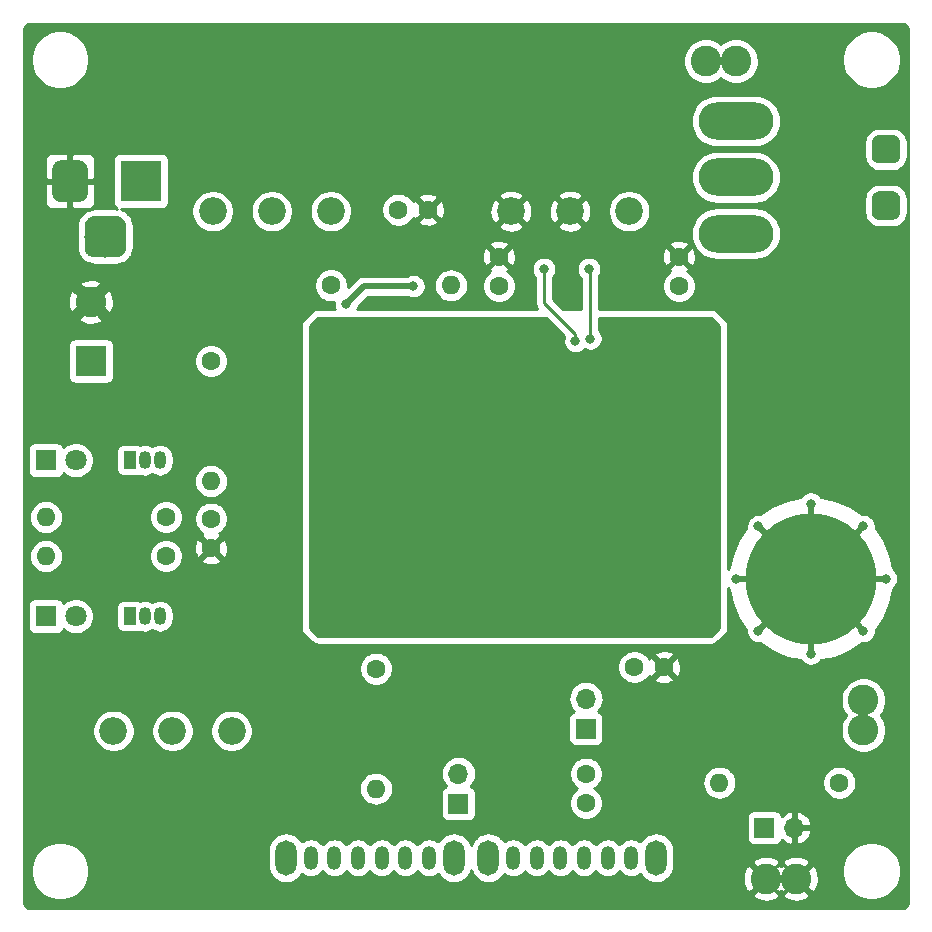
<source format=gbr>
G04 #@! TF.GenerationSoftware,KiCad,Pcbnew,(5.1.2)-1*
G04 #@! TF.CreationDate,2019-06-11T18:42:14-07:00*
G04 #@! TF.ProjectId,psu,7073752e-6b69-4636-9164-5f7063625858,rev?*
G04 #@! TF.SameCoordinates,Original*
G04 #@! TF.FileFunction,Copper,L2,Bot*
G04 #@! TF.FilePolarity,Positive*
%FSLAX46Y46*%
G04 Gerber Fmt 4.6, Leading zero omitted, Abs format (unit mm)*
G04 Created by KiCad (PCBNEW (5.1.2)-1) date 2019-06-11 18:42:14*
%MOMM*%
%LPD*%
G04 APERTURE LIST*
%ADD10C,1.600000*%
%ADD11O,1.600000X1.600000*%
%ADD12R,1.700000X1.700000*%
%ADD13O,1.700000X1.700000*%
%ADD14C,2.600000*%
%ADD15R,2.600000X2.600000*%
%ADD16R,3.500000X3.500000*%
%ADD17C,0.100000*%
%ADD18C,3.000000*%
%ADD19C,3.500000*%
%ADD20C,2.340000*%
%ADD21R,5.000000X3.400000*%
%ADD22C,0.600000*%
%ADD23O,1.050000X1.500000*%
%ADD24R,1.050000X1.500000*%
%ADD25R,1.800000X1.800000*%
%ADD26C,1.800000*%
%ADD27C,11.112500*%
%ADD28O,6.350000X3.175000*%
%ADD29C,2.382520*%
%ADD30O,1.800000X3.000000*%
%ADD31O,1.200000X2.000000*%
%ADD32C,0.800000*%
%ADD33C,1.000000*%
%ADD34C,2.000000*%
%ADD35C,0.500000*%
%ADD36C,0.250000*%
%ADD37C,0.254000*%
G04 APERTURE END LIST*
D10*
X111760000Y-105410000D03*
D11*
X101600000Y-105410000D03*
D10*
X111760000Y-102108000D03*
D11*
X101600000Y-102108000D03*
D10*
X125730000Y-82486500D03*
D11*
X135890000Y-82486500D03*
D10*
X115570000Y-88900000D03*
D11*
X115570000Y-99060000D03*
D10*
X129540000Y-114935000D03*
D11*
X129540000Y-125095000D03*
D12*
X136525000Y-126365000D03*
D13*
X136525000Y-123825000D03*
D14*
X157480000Y-63500000D03*
X160020000Y-63500000D03*
X162560000Y-132715000D03*
X165100000Y-132715000D03*
D10*
X168783000Y-124587000D03*
D11*
X158623000Y-124587000D03*
D12*
X162433000Y-128397000D03*
D13*
X164973000Y-128397000D03*
D14*
X170815000Y-117602000D03*
X170815000Y-120142000D03*
D10*
X155194000Y-80050000D03*
X155194000Y-82550000D03*
X139954000Y-80050000D03*
X139954000Y-82550000D03*
X131445000Y-76073000D03*
X133945000Y-76073000D03*
X115570000Y-104735000D03*
X115570000Y-102235000D03*
X147320000Y-126325000D03*
X147320000Y-123825000D03*
X153924000Y-114808000D03*
X151424000Y-114808000D03*
D15*
X105410000Y-88900000D03*
D14*
X105410000Y-83900000D03*
D16*
X109632000Y-73660000D03*
D17*
G36*
X104455513Y-71913611D02*
G01*
X104528318Y-71924411D01*
X104599714Y-71942295D01*
X104669013Y-71967090D01*
X104735548Y-71998559D01*
X104798678Y-72036398D01*
X104857795Y-72080242D01*
X104912330Y-72129670D01*
X104961758Y-72184205D01*
X105005602Y-72243322D01*
X105043441Y-72306452D01*
X105074910Y-72372987D01*
X105099705Y-72442286D01*
X105117589Y-72513682D01*
X105128389Y-72586487D01*
X105132000Y-72660000D01*
X105132000Y-74660000D01*
X105128389Y-74733513D01*
X105117589Y-74806318D01*
X105099705Y-74877714D01*
X105074910Y-74947013D01*
X105043441Y-75013548D01*
X105005602Y-75076678D01*
X104961758Y-75135795D01*
X104912330Y-75190330D01*
X104857795Y-75239758D01*
X104798678Y-75283602D01*
X104735548Y-75321441D01*
X104669013Y-75352910D01*
X104599714Y-75377705D01*
X104528318Y-75395589D01*
X104455513Y-75406389D01*
X104382000Y-75410000D01*
X102882000Y-75410000D01*
X102808487Y-75406389D01*
X102735682Y-75395589D01*
X102664286Y-75377705D01*
X102594987Y-75352910D01*
X102528452Y-75321441D01*
X102465322Y-75283602D01*
X102406205Y-75239758D01*
X102351670Y-75190330D01*
X102302242Y-75135795D01*
X102258398Y-75076678D01*
X102220559Y-75013548D01*
X102189090Y-74947013D01*
X102164295Y-74877714D01*
X102146411Y-74806318D01*
X102135611Y-74733513D01*
X102132000Y-74660000D01*
X102132000Y-72660000D01*
X102135611Y-72586487D01*
X102146411Y-72513682D01*
X102164295Y-72442286D01*
X102189090Y-72372987D01*
X102220559Y-72306452D01*
X102258398Y-72243322D01*
X102302242Y-72184205D01*
X102351670Y-72129670D01*
X102406205Y-72080242D01*
X102465322Y-72036398D01*
X102528452Y-71998559D01*
X102594987Y-71967090D01*
X102664286Y-71942295D01*
X102735682Y-71924411D01*
X102808487Y-71913611D01*
X102882000Y-71910000D01*
X104382000Y-71910000D01*
X104455513Y-71913611D01*
X104455513Y-71913611D01*
G37*
D18*
X103632000Y-73660000D03*
D17*
G36*
X107592765Y-76614213D02*
G01*
X107677704Y-76626813D01*
X107760999Y-76647677D01*
X107841848Y-76676605D01*
X107919472Y-76713319D01*
X107993124Y-76757464D01*
X108062094Y-76808616D01*
X108125718Y-76866282D01*
X108183384Y-76929906D01*
X108234536Y-76998876D01*
X108278681Y-77072528D01*
X108315395Y-77150152D01*
X108344323Y-77231001D01*
X108365187Y-77314296D01*
X108377787Y-77399235D01*
X108382000Y-77485000D01*
X108382000Y-79235000D01*
X108377787Y-79320765D01*
X108365187Y-79405704D01*
X108344323Y-79488999D01*
X108315395Y-79569848D01*
X108278681Y-79647472D01*
X108234536Y-79721124D01*
X108183384Y-79790094D01*
X108125718Y-79853718D01*
X108062094Y-79911384D01*
X107993124Y-79962536D01*
X107919472Y-80006681D01*
X107841848Y-80043395D01*
X107760999Y-80072323D01*
X107677704Y-80093187D01*
X107592765Y-80105787D01*
X107507000Y-80110000D01*
X105757000Y-80110000D01*
X105671235Y-80105787D01*
X105586296Y-80093187D01*
X105503001Y-80072323D01*
X105422152Y-80043395D01*
X105344528Y-80006681D01*
X105270876Y-79962536D01*
X105201906Y-79911384D01*
X105138282Y-79853718D01*
X105080616Y-79790094D01*
X105029464Y-79721124D01*
X104985319Y-79647472D01*
X104948605Y-79569848D01*
X104919677Y-79488999D01*
X104898813Y-79405704D01*
X104886213Y-79320765D01*
X104882000Y-79235000D01*
X104882000Y-77485000D01*
X104886213Y-77399235D01*
X104898813Y-77314296D01*
X104919677Y-77231001D01*
X104948605Y-77150152D01*
X104985319Y-77072528D01*
X105029464Y-76998876D01*
X105080616Y-76929906D01*
X105138282Y-76866282D01*
X105201906Y-76808616D01*
X105270876Y-76757464D01*
X105344528Y-76713319D01*
X105422152Y-76676605D01*
X105503001Y-76647677D01*
X105586296Y-76626813D01*
X105671235Y-76614213D01*
X105757000Y-76610000D01*
X107507000Y-76610000D01*
X107592765Y-76614213D01*
X107592765Y-76614213D01*
G37*
D19*
X106632000Y-78360000D03*
D20*
X140970000Y-76200000D03*
X145970000Y-76200000D03*
X150970000Y-76200000D03*
X115730000Y-76200000D03*
X120730000Y-76200000D03*
X125730000Y-76200000D03*
X107315000Y-120205500D03*
X112315000Y-120205500D03*
X117315000Y-120205500D03*
D21*
X145034000Y-97790000D03*
D22*
X147234000Y-98890000D03*
X147234000Y-97790000D03*
X147234000Y-96690000D03*
X146134000Y-96690000D03*
X146134000Y-97790000D03*
X146134000Y-98890000D03*
X145034000Y-96690000D03*
X145034000Y-97790000D03*
X145034000Y-98890000D03*
X143934000Y-96690000D03*
X143934000Y-97790000D03*
X143934000Y-98890000D03*
X142834000Y-96690000D03*
X142834000Y-97790000D03*
X142834000Y-98890000D03*
D23*
X109982000Y-97282000D03*
X111252000Y-97282000D03*
D24*
X108712000Y-97282000D03*
D25*
X101600000Y-110490000D03*
D26*
X104140000Y-110490000D03*
D27*
X166370000Y-107315000D03*
X166370000Y-88265000D03*
D23*
X109982000Y-110490000D03*
X111252000Y-110490000D03*
D24*
X108712000Y-110490000D03*
D25*
X101600000Y-97282000D03*
D26*
X104140000Y-97282000D03*
D28*
X160020000Y-73342500D03*
X160020000Y-78105000D03*
X160020000Y-68580000D03*
D17*
G36*
X173374012Y-69772858D02*
G01*
X173431832Y-69781435D01*
X173488532Y-69795638D01*
X173543568Y-69815330D01*
X173596408Y-69840321D01*
X173646544Y-69870372D01*
X173693494Y-69905192D01*
X173736804Y-69944446D01*
X173776058Y-69987756D01*
X173810878Y-70034706D01*
X173840929Y-70084842D01*
X173865920Y-70137682D01*
X173885612Y-70192718D01*
X173899815Y-70249418D01*
X173908392Y-70307238D01*
X173911260Y-70365620D01*
X173911260Y-71556880D01*
X173908392Y-71615262D01*
X173899815Y-71673082D01*
X173885612Y-71729782D01*
X173865920Y-71784818D01*
X173840929Y-71837658D01*
X173810878Y-71887794D01*
X173776058Y-71934744D01*
X173736804Y-71978054D01*
X173693494Y-72017308D01*
X173646544Y-72052128D01*
X173596408Y-72082179D01*
X173543568Y-72107170D01*
X173488532Y-72126862D01*
X173431832Y-72141065D01*
X173374012Y-72149642D01*
X173315630Y-72152510D01*
X172124370Y-72152510D01*
X172065988Y-72149642D01*
X172008168Y-72141065D01*
X171951468Y-72126862D01*
X171896432Y-72107170D01*
X171843592Y-72082179D01*
X171793456Y-72052128D01*
X171746506Y-72017308D01*
X171703196Y-71978054D01*
X171663942Y-71934744D01*
X171629122Y-71887794D01*
X171599071Y-71837658D01*
X171574080Y-71784818D01*
X171554388Y-71729782D01*
X171540185Y-71673082D01*
X171531608Y-71615262D01*
X171528740Y-71556880D01*
X171528740Y-70365620D01*
X171531608Y-70307238D01*
X171540185Y-70249418D01*
X171554388Y-70192718D01*
X171574080Y-70137682D01*
X171599071Y-70084842D01*
X171629122Y-70034706D01*
X171663942Y-69987756D01*
X171703196Y-69944446D01*
X171746506Y-69905192D01*
X171793456Y-69870372D01*
X171843592Y-69840321D01*
X171896432Y-69815330D01*
X171951468Y-69795638D01*
X172008168Y-69781435D01*
X172065988Y-69772858D01*
X172124370Y-69769990D01*
X173315630Y-69769990D01*
X173374012Y-69772858D01*
X173374012Y-69772858D01*
G37*
D29*
X172720000Y-70961250D03*
D17*
G36*
X173374012Y-74535358D02*
G01*
X173431832Y-74543935D01*
X173488532Y-74558138D01*
X173543568Y-74577830D01*
X173596408Y-74602821D01*
X173646544Y-74632872D01*
X173693494Y-74667692D01*
X173736804Y-74706946D01*
X173776058Y-74750256D01*
X173810878Y-74797206D01*
X173840929Y-74847342D01*
X173865920Y-74900182D01*
X173885612Y-74955218D01*
X173899815Y-75011918D01*
X173908392Y-75069738D01*
X173911260Y-75128120D01*
X173911260Y-76319380D01*
X173908392Y-76377762D01*
X173899815Y-76435582D01*
X173885612Y-76492282D01*
X173865920Y-76547318D01*
X173840929Y-76600158D01*
X173810878Y-76650294D01*
X173776058Y-76697244D01*
X173736804Y-76740554D01*
X173693494Y-76779808D01*
X173646544Y-76814628D01*
X173596408Y-76844679D01*
X173543568Y-76869670D01*
X173488532Y-76889362D01*
X173431832Y-76903565D01*
X173374012Y-76912142D01*
X173315630Y-76915010D01*
X172124370Y-76915010D01*
X172065988Y-76912142D01*
X172008168Y-76903565D01*
X171951468Y-76889362D01*
X171896432Y-76869670D01*
X171843592Y-76844679D01*
X171793456Y-76814628D01*
X171746506Y-76779808D01*
X171703196Y-76740554D01*
X171663942Y-76697244D01*
X171629122Y-76650294D01*
X171599071Y-76600158D01*
X171574080Y-76547318D01*
X171554388Y-76492282D01*
X171540185Y-76435582D01*
X171531608Y-76377762D01*
X171528740Y-76319380D01*
X171528740Y-75128120D01*
X171531608Y-75069738D01*
X171540185Y-75011918D01*
X171554388Y-74955218D01*
X171574080Y-74900182D01*
X171599071Y-74847342D01*
X171629122Y-74797206D01*
X171663942Y-74750256D01*
X171703196Y-74706946D01*
X171746506Y-74667692D01*
X171793456Y-74632872D01*
X171843592Y-74602821D01*
X171896432Y-74577830D01*
X171951468Y-74558138D01*
X172008168Y-74543935D01*
X172065988Y-74535358D01*
X172124370Y-74532490D01*
X173315630Y-74532490D01*
X173374012Y-74535358D01*
X173374012Y-74535358D01*
G37*
D29*
X172720000Y-75723750D03*
D30*
X153265000Y-130937000D03*
X139065000Y-130937000D03*
D31*
X141165000Y-130937000D03*
X143165000Y-130937000D03*
X145165000Y-130937000D03*
X147165000Y-130937000D03*
X149165000Y-130937000D03*
X151165000Y-130937000D03*
D30*
X136132000Y-130937000D03*
X121932000Y-130937000D03*
D31*
X124032000Y-130937000D03*
X126032000Y-130937000D03*
X128032000Y-130937000D03*
X130032000Y-130937000D03*
X132032000Y-130937000D03*
X134032000Y-130937000D03*
D12*
X147320000Y-120015000D03*
D13*
X147320000Y-117475000D03*
D32*
X103632000Y-71120000D03*
X103632000Y-76200000D03*
X106172000Y-73660000D03*
X101092000Y-73660000D03*
X166370000Y-94615000D03*
X166370000Y-81915000D03*
X160020000Y-88265000D03*
X172720000Y-88265000D03*
X170815000Y-92710000D03*
X161925000Y-92710000D03*
X161925000Y-83820000D03*
X170815000Y-83820000D03*
X114300000Y-84455000D03*
X115570000Y-108585000D03*
X165100000Y-63500000D03*
X107315000Y-81915000D03*
X107315000Y-85725000D03*
X103505000Y-85725000D03*
X103505000Y-81915000D03*
X120650000Y-96520000D03*
X122580400Y-103835200D03*
X166370000Y-113665000D03*
X170815000Y-111760000D03*
X161925000Y-102870000D03*
X161925000Y-111760000D03*
X160020000Y-107315000D03*
X170815000Y-102870000D03*
X166370000Y-100965000D03*
X172720000Y-107315000D03*
X128016000Y-86169500D03*
X128016000Y-106997500D03*
X128524000Y-111506000D03*
X127000000Y-84074000D03*
X132715000Y-82550000D03*
X143764000Y-81087900D03*
X146435167Y-87210514D03*
X147574000Y-81089500D03*
X147701000Y-86995000D03*
D33*
X105410000Y-83900000D02*
X105410000Y-83820000D01*
X105410000Y-83820000D02*
X103505000Y-81915000D01*
X105410000Y-83820000D02*
X107315000Y-81915000D01*
X105410000Y-83900000D02*
X105330000Y-83900000D01*
X105330000Y-83900000D02*
X103505000Y-85725000D01*
X105490000Y-83900000D02*
X107315000Y-85725000D01*
X105410000Y-83900000D02*
X105490000Y-83900000D01*
D34*
X147955000Y-97790000D02*
X147955000Y-99695000D01*
X145034000Y-97790000D02*
X147955000Y-97790000D01*
X147955000Y-97790000D02*
X147955000Y-95250000D01*
X141605000Y-95250000D02*
X141605000Y-99695000D01*
X147955000Y-95250000D02*
X141605000Y-95250000D01*
X143129000Y-99695000D02*
X147955000Y-99695000D01*
X141605000Y-99695000D02*
X143129000Y-99695000D01*
D35*
X170415001Y-111360001D02*
X166370000Y-107315000D01*
X170815000Y-111760000D02*
X170415001Y-111360001D01*
X166370000Y-113665000D02*
X166370000Y-107315000D01*
X162324999Y-111360001D02*
X166370000Y-107315000D01*
X161925000Y-111760000D02*
X162324999Y-111360001D01*
X172720000Y-107315000D02*
X166370000Y-107315000D01*
X170415001Y-103269999D02*
X166370000Y-107315000D01*
X170815000Y-102870000D02*
X170415001Y-103269999D01*
X166370000Y-100965000D02*
X166370000Y-107315000D01*
X162324999Y-103269999D02*
X166370000Y-107315000D01*
X161925000Y-102870000D02*
X162324999Y-103269999D01*
X160020000Y-107315000D02*
X166370000Y-107315000D01*
X128524000Y-82550000D02*
X132715000Y-82550000D01*
X127000000Y-84074000D02*
X128524000Y-82550000D01*
D36*
X143764000Y-83947003D02*
X143764000Y-81087900D01*
X146435167Y-87210514D02*
X146435167Y-86618170D01*
X146435167Y-86618170D02*
X143764000Y-83947003D01*
X147701000Y-81216500D02*
X147574000Y-81089500D01*
X147701000Y-86995000D02*
X147701000Y-81216500D01*
D37*
G36*
X145501704Y-86759509D02*
G01*
X145439941Y-86908616D01*
X145400167Y-87108575D01*
X145400167Y-87312453D01*
X145439941Y-87512412D01*
X145517962Y-87700770D01*
X145631230Y-87870288D01*
X145775393Y-88014451D01*
X145944911Y-88127719D01*
X146133269Y-88205740D01*
X146333228Y-88245514D01*
X146537106Y-88245514D01*
X146737065Y-88205740D01*
X146925423Y-88127719D01*
X147094941Y-88014451D01*
X147202617Y-87906775D01*
X147210744Y-87912205D01*
X147399102Y-87990226D01*
X147599061Y-88030000D01*
X147802939Y-88030000D01*
X148002898Y-87990226D01*
X148191256Y-87912205D01*
X148360774Y-87798937D01*
X148504937Y-87654774D01*
X148618205Y-87485256D01*
X148696226Y-87296898D01*
X148736000Y-87096939D01*
X148736000Y-86893061D01*
X148696226Y-86693102D01*
X148618205Y-86504744D01*
X148504937Y-86335226D01*
X148461000Y-86291289D01*
X148461000Y-85217000D01*
X157947394Y-85217000D01*
X158623000Y-85892606D01*
X158623000Y-111465394D01*
X157947394Y-112141000D01*
X124627606Y-112141000D01*
X123952000Y-111465394D01*
X123952000Y-96090000D01*
X141895928Y-96090000D01*
X141899000Y-97504250D01*
X141931243Y-97536493D01*
X141905836Y-97662998D01*
X141899000Y-97662998D01*
X141899000Y-97788534D01*
X141898829Y-97880355D01*
X141899000Y-97881223D01*
X141899000Y-97917002D01*
X141906048Y-97917002D01*
X141931013Y-98043737D01*
X141899000Y-98075750D01*
X141895928Y-99490000D01*
X141908188Y-99614482D01*
X141944498Y-99734180D01*
X142003463Y-99844494D01*
X142082815Y-99941185D01*
X142179506Y-100020537D01*
X142289820Y-100079502D01*
X142409518Y-100115812D01*
X142534000Y-100128072D01*
X144748250Y-100125000D01*
X144907000Y-99966250D01*
X144907000Y-99818165D01*
X144940176Y-99824828D01*
X145124355Y-99825171D01*
X145161000Y-99817952D01*
X145161000Y-99966250D01*
X145319750Y-100125000D01*
X147534000Y-100128072D01*
X147658482Y-100115812D01*
X147778180Y-100079502D01*
X147888494Y-100020537D01*
X147985185Y-99941185D01*
X148064537Y-99844494D01*
X148123502Y-99734180D01*
X148159812Y-99614482D01*
X148172072Y-99490000D01*
X148169000Y-98075750D01*
X148136757Y-98043507D01*
X148162164Y-97917002D01*
X148169000Y-97917002D01*
X148169000Y-97791466D01*
X148169171Y-97699645D01*
X148169000Y-97698777D01*
X148169000Y-97662998D01*
X148161952Y-97662998D01*
X148136987Y-97536263D01*
X148169000Y-97504250D01*
X148172072Y-96090000D01*
X148159812Y-95965518D01*
X148123502Y-95845820D01*
X148064537Y-95735506D01*
X147985185Y-95638815D01*
X147888494Y-95559463D01*
X147778180Y-95500498D01*
X147658482Y-95464188D01*
X147534000Y-95451928D01*
X145319750Y-95455000D01*
X145161000Y-95613750D01*
X145161000Y-95761835D01*
X145127824Y-95755172D01*
X144943645Y-95754829D01*
X144907000Y-95762048D01*
X144907000Y-95613750D01*
X144748250Y-95455000D01*
X142534000Y-95451928D01*
X142409518Y-95464188D01*
X142289820Y-95500498D01*
X142179506Y-95559463D01*
X142082815Y-95638815D01*
X142003463Y-95735506D01*
X141944498Y-95845820D01*
X141908188Y-95965518D01*
X141895928Y-96090000D01*
X123952000Y-96090000D01*
X123952000Y-85892606D01*
X124627606Y-85217000D01*
X143959196Y-85217000D01*
X145501704Y-86759509D01*
X145501704Y-86759509D01*
G37*
X145501704Y-86759509D02*
X145439941Y-86908616D01*
X145400167Y-87108575D01*
X145400167Y-87312453D01*
X145439941Y-87512412D01*
X145517962Y-87700770D01*
X145631230Y-87870288D01*
X145775393Y-88014451D01*
X145944911Y-88127719D01*
X146133269Y-88205740D01*
X146333228Y-88245514D01*
X146537106Y-88245514D01*
X146737065Y-88205740D01*
X146925423Y-88127719D01*
X147094941Y-88014451D01*
X147202617Y-87906775D01*
X147210744Y-87912205D01*
X147399102Y-87990226D01*
X147599061Y-88030000D01*
X147802939Y-88030000D01*
X148002898Y-87990226D01*
X148191256Y-87912205D01*
X148360774Y-87798937D01*
X148504937Y-87654774D01*
X148618205Y-87485256D01*
X148696226Y-87296898D01*
X148736000Y-87096939D01*
X148736000Y-86893061D01*
X148696226Y-86693102D01*
X148618205Y-86504744D01*
X148504937Y-86335226D01*
X148461000Y-86291289D01*
X148461000Y-85217000D01*
X157947394Y-85217000D01*
X158623000Y-85892606D01*
X158623000Y-111465394D01*
X157947394Y-112141000D01*
X124627606Y-112141000D01*
X123952000Y-111465394D01*
X123952000Y-96090000D01*
X141895928Y-96090000D01*
X141899000Y-97504250D01*
X141931243Y-97536493D01*
X141905836Y-97662998D01*
X141899000Y-97662998D01*
X141899000Y-97788534D01*
X141898829Y-97880355D01*
X141899000Y-97881223D01*
X141899000Y-97917002D01*
X141906048Y-97917002D01*
X141931013Y-98043737D01*
X141899000Y-98075750D01*
X141895928Y-99490000D01*
X141908188Y-99614482D01*
X141944498Y-99734180D01*
X142003463Y-99844494D01*
X142082815Y-99941185D01*
X142179506Y-100020537D01*
X142289820Y-100079502D01*
X142409518Y-100115812D01*
X142534000Y-100128072D01*
X144748250Y-100125000D01*
X144907000Y-99966250D01*
X144907000Y-99818165D01*
X144940176Y-99824828D01*
X145124355Y-99825171D01*
X145161000Y-99817952D01*
X145161000Y-99966250D01*
X145319750Y-100125000D01*
X147534000Y-100128072D01*
X147658482Y-100115812D01*
X147778180Y-100079502D01*
X147888494Y-100020537D01*
X147985185Y-99941185D01*
X148064537Y-99844494D01*
X148123502Y-99734180D01*
X148159812Y-99614482D01*
X148172072Y-99490000D01*
X148169000Y-98075750D01*
X148136757Y-98043507D01*
X148162164Y-97917002D01*
X148169000Y-97917002D01*
X148169000Y-97791466D01*
X148169171Y-97699645D01*
X148169000Y-97698777D01*
X148169000Y-97662998D01*
X148161952Y-97662998D01*
X148136987Y-97536263D01*
X148169000Y-97504250D01*
X148172072Y-96090000D01*
X148159812Y-95965518D01*
X148123502Y-95845820D01*
X148064537Y-95735506D01*
X147985185Y-95638815D01*
X147888494Y-95559463D01*
X147778180Y-95500498D01*
X147658482Y-95464188D01*
X147534000Y-95451928D01*
X145319750Y-95455000D01*
X145161000Y-95613750D01*
X145161000Y-95761835D01*
X145127824Y-95755172D01*
X144943645Y-95754829D01*
X144907000Y-95762048D01*
X144907000Y-95613750D01*
X144748250Y-95455000D01*
X142534000Y-95451928D01*
X142409518Y-95464188D01*
X142289820Y-95500498D01*
X142179506Y-95559463D01*
X142082815Y-95638815D01*
X142003463Y-95735506D01*
X141944498Y-95845820D01*
X141908188Y-95965518D01*
X141895928Y-96090000D01*
X123952000Y-96090000D01*
X123952000Y-85892606D01*
X124627606Y-85217000D01*
X143959196Y-85217000D01*
X145501704Y-86759509D01*
G36*
X145076973Y-98725083D02*
G01*
X145161000Y-98809110D01*
X145161000Y-98970890D01*
X145048143Y-99083748D01*
X145034000Y-99069605D01*
X145019858Y-99083748D01*
X144907000Y-98970890D01*
X144907000Y-98809110D01*
X144991187Y-98724923D01*
X145076973Y-98725083D01*
X145076973Y-98725083D01*
G37*
X145076973Y-98725083D02*
X145161000Y-98809110D01*
X145161000Y-98970890D01*
X145048143Y-99083748D01*
X145034000Y-99069605D01*
X145019858Y-99083748D01*
X144907000Y-98970890D01*
X144907000Y-98809110D01*
X144991187Y-98724923D01*
X145076973Y-98725083D01*
G36*
X145076973Y-97625083D02*
G01*
X145181000Y-97729110D01*
X145181000Y-97850890D01*
X145076813Y-97955077D01*
X144991027Y-97954917D01*
X144887000Y-97850890D01*
X144887000Y-97729110D01*
X144991187Y-97624923D01*
X145076973Y-97625083D01*
X145076973Y-97625083D01*
G37*
X145076973Y-97625083D02*
X145181000Y-97729110D01*
X145181000Y-97850890D01*
X145076813Y-97955077D01*
X144991027Y-97954917D01*
X144887000Y-97850890D01*
X144887000Y-97729110D01*
X144991187Y-97624923D01*
X145076973Y-97625083D01*
G36*
X145161000Y-96609110D02*
G01*
X145161000Y-96770890D01*
X145076813Y-96855077D01*
X144991027Y-96854917D01*
X144907000Y-96770890D01*
X144907000Y-96609110D01*
X145019858Y-96496253D01*
X145034000Y-96510395D01*
X145048143Y-96496253D01*
X145161000Y-96609110D01*
X145161000Y-96609110D01*
G37*
X145161000Y-96609110D02*
X145161000Y-96770890D01*
X145076813Y-96855077D01*
X144991027Y-96854917D01*
X144907000Y-96770890D01*
X144907000Y-96609110D01*
X145019858Y-96496253D01*
X145034000Y-96510395D01*
X145048143Y-96496253D01*
X145161000Y-96609110D01*
G36*
X174319955Y-60424012D02*
G01*
X174525988Y-60630045D01*
X174600000Y-60724515D01*
X174600001Y-134855484D01*
X174525988Y-134949955D01*
X174319955Y-135155988D01*
X174225485Y-135230000D01*
X100094515Y-135230000D01*
X100000045Y-135155988D01*
X99794012Y-134949955D01*
X99720000Y-134855485D01*
X99720000Y-131835249D01*
X100308800Y-131835249D01*
X100308800Y-132324751D01*
X100404297Y-132804848D01*
X100591621Y-133257089D01*
X100863574Y-133664095D01*
X101209705Y-134010226D01*
X101616711Y-134282179D01*
X102068952Y-134469503D01*
X102549049Y-134565000D01*
X103038551Y-134565000D01*
X103518648Y-134469503D01*
X103970889Y-134282179D01*
X104297081Y-134064224D01*
X161390381Y-134064224D01*
X161522317Y-134359312D01*
X161863045Y-134530159D01*
X162230557Y-134631250D01*
X162610729Y-134658701D01*
X162988951Y-134611457D01*
X163350690Y-134491333D01*
X163597683Y-134359312D01*
X163729619Y-134064224D01*
X163930381Y-134064224D01*
X164062317Y-134359312D01*
X164403045Y-134530159D01*
X164770557Y-134631250D01*
X165150729Y-134658701D01*
X165528951Y-134611457D01*
X165890690Y-134491333D01*
X166137683Y-134359312D01*
X166269619Y-134064224D01*
X165100000Y-132894605D01*
X163930381Y-134064224D01*
X163729619Y-134064224D01*
X162560000Y-132894605D01*
X161390381Y-134064224D01*
X104297081Y-134064224D01*
X104377895Y-134010226D01*
X104724026Y-133664095D01*
X104995979Y-133257089D01*
X105183303Y-132804848D01*
X105278800Y-132324751D01*
X105278800Y-131835249D01*
X105183303Y-131355152D01*
X104995979Y-130902911D01*
X104724026Y-130495905D01*
X104489714Y-130261593D01*
X120397000Y-130261593D01*
X120397000Y-131612408D01*
X120419210Y-131837913D01*
X120506983Y-132127261D01*
X120649520Y-132393927D01*
X120841340Y-132627661D01*
X121075074Y-132819481D01*
X121341740Y-132962017D01*
X121631088Y-133049790D01*
X121932000Y-133079427D01*
X122232913Y-133049790D01*
X122522261Y-132962017D01*
X122788927Y-132819481D01*
X123022661Y-132627661D01*
X123214481Y-132393927D01*
X123262854Y-132303427D01*
X123342552Y-132368833D01*
X123557100Y-132483511D01*
X123789899Y-132554130D01*
X124032000Y-132577975D01*
X124274102Y-132554130D01*
X124506901Y-132483511D01*
X124721449Y-132368833D01*
X124909502Y-132214502D01*
X125032001Y-132065237D01*
X125154499Y-132214502D01*
X125342552Y-132368833D01*
X125557100Y-132483511D01*
X125789899Y-132554130D01*
X126032000Y-132577975D01*
X126274102Y-132554130D01*
X126506901Y-132483511D01*
X126721449Y-132368833D01*
X126909502Y-132214502D01*
X127032001Y-132065237D01*
X127154499Y-132214502D01*
X127342552Y-132368833D01*
X127557100Y-132483511D01*
X127789899Y-132554130D01*
X128032000Y-132577975D01*
X128274102Y-132554130D01*
X128506901Y-132483511D01*
X128721449Y-132368833D01*
X128909502Y-132214502D01*
X129032001Y-132065237D01*
X129154499Y-132214502D01*
X129342552Y-132368833D01*
X129557100Y-132483511D01*
X129789899Y-132554130D01*
X130032000Y-132577975D01*
X130274102Y-132554130D01*
X130506901Y-132483511D01*
X130721449Y-132368833D01*
X130909502Y-132214502D01*
X131032001Y-132065237D01*
X131154499Y-132214502D01*
X131342552Y-132368833D01*
X131557100Y-132483511D01*
X131789899Y-132554130D01*
X132032000Y-132577975D01*
X132274102Y-132554130D01*
X132506901Y-132483511D01*
X132721449Y-132368833D01*
X132909502Y-132214502D01*
X133032001Y-132065237D01*
X133154499Y-132214502D01*
X133342552Y-132368833D01*
X133557100Y-132483511D01*
X133789899Y-132554130D01*
X134032000Y-132577975D01*
X134274102Y-132554130D01*
X134506901Y-132483511D01*
X134721449Y-132368833D01*
X134801146Y-132303427D01*
X134849520Y-132393927D01*
X135041340Y-132627661D01*
X135275074Y-132819481D01*
X135541740Y-132962017D01*
X135831088Y-133049790D01*
X136132000Y-133079427D01*
X136432913Y-133049790D01*
X136722261Y-132962017D01*
X136988927Y-132819481D01*
X137222661Y-132627661D01*
X137414481Y-132393927D01*
X137557017Y-132127261D01*
X137598500Y-131990510D01*
X137639983Y-132127261D01*
X137782520Y-132393927D01*
X137974340Y-132627661D01*
X138208074Y-132819481D01*
X138474740Y-132962017D01*
X138764088Y-133049790D01*
X139065000Y-133079427D01*
X139365913Y-133049790D01*
X139655261Y-132962017D01*
X139921927Y-132819481D01*
X140155661Y-132627661D01*
X140347481Y-132393927D01*
X140395854Y-132303427D01*
X140475552Y-132368833D01*
X140690100Y-132483511D01*
X140922899Y-132554130D01*
X141165000Y-132577975D01*
X141407102Y-132554130D01*
X141639901Y-132483511D01*
X141854449Y-132368833D01*
X142042502Y-132214502D01*
X142165001Y-132065237D01*
X142287499Y-132214502D01*
X142475552Y-132368833D01*
X142690100Y-132483511D01*
X142922899Y-132554130D01*
X143165000Y-132577975D01*
X143407102Y-132554130D01*
X143639901Y-132483511D01*
X143854449Y-132368833D01*
X144042502Y-132214502D01*
X144165001Y-132065237D01*
X144287499Y-132214502D01*
X144475552Y-132368833D01*
X144690100Y-132483511D01*
X144922899Y-132554130D01*
X145165000Y-132577975D01*
X145407102Y-132554130D01*
X145639901Y-132483511D01*
X145854449Y-132368833D01*
X146042502Y-132214502D01*
X146165001Y-132065237D01*
X146287499Y-132214502D01*
X146475552Y-132368833D01*
X146690100Y-132483511D01*
X146922899Y-132554130D01*
X147165000Y-132577975D01*
X147407102Y-132554130D01*
X147639901Y-132483511D01*
X147854449Y-132368833D01*
X148042502Y-132214502D01*
X148165001Y-132065237D01*
X148287499Y-132214502D01*
X148475552Y-132368833D01*
X148690100Y-132483511D01*
X148922899Y-132554130D01*
X149165000Y-132577975D01*
X149407102Y-132554130D01*
X149639901Y-132483511D01*
X149854449Y-132368833D01*
X150042502Y-132214502D01*
X150165001Y-132065237D01*
X150287499Y-132214502D01*
X150475552Y-132368833D01*
X150690100Y-132483511D01*
X150922899Y-132554130D01*
X151165000Y-132577975D01*
X151407102Y-132554130D01*
X151639901Y-132483511D01*
X151854449Y-132368833D01*
X151934146Y-132303427D01*
X151982520Y-132393927D01*
X152174340Y-132627661D01*
X152408074Y-132819481D01*
X152674740Y-132962017D01*
X152964088Y-133049790D01*
X153265000Y-133079427D01*
X153565913Y-133049790D01*
X153855261Y-132962017D01*
X154121927Y-132819481D01*
X154187424Y-132765729D01*
X160616299Y-132765729D01*
X160663543Y-133143951D01*
X160783667Y-133505690D01*
X160915688Y-133752683D01*
X161210776Y-133884619D01*
X162380395Y-132715000D01*
X162739605Y-132715000D01*
X163220938Y-133196333D01*
X163323667Y-133505690D01*
X163455688Y-133752683D01*
X163750776Y-133884619D01*
X163830000Y-133805395D01*
X163909224Y-133884619D01*
X164204312Y-133752683D01*
X164375159Y-133411955D01*
X164432727Y-133202668D01*
X164920395Y-132715000D01*
X165279605Y-132715000D01*
X166449224Y-133884619D01*
X166744312Y-133752683D01*
X166915159Y-133411955D01*
X167016250Y-133044443D01*
X167043701Y-132664271D01*
X166996457Y-132286049D01*
X166876333Y-131924310D01*
X166828729Y-131835249D01*
X169015800Y-131835249D01*
X169015800Y-132324751D01*
X169111297Y-132804848D01*
X169298621Y-133257089D01*
X169570574Y-133664095D01*
X169916705Y-134010226D01*
X170323711Y-134282179D01*
X170775952Y-134469503D01*
X171256049Y-134565000D01*
X171745551Y-134565000D01*
X172225648Y-134469503D01*
X172677889Y-134282179D01*
X173084895Y-134010226D01*
X173431026Y-133664095D01*
X173702979Y-133257089D01*
X173890303Y-132804848D01*
X173985800Y-132324751D01*
X173985800Y-131835249D01*
X173890303Y-131355152D01*
X173702979Y-130902911D01*
X173431026Y-130495905D01*
X173084895Y-130149774D01*
X172677889Y-129877821D01*
X172225648Y-129690497D01*
X171745551Y-129595000D01*
X171256049Y-129595000D01*
X170775952Y-129690497D01*
X170323711Y-129877821D01*
X169916705Y-130149774D01*
X169570574Y-130495905D01*
X169298621Y-130902911D01*
X169111297Y-131355152D01*
X169015800Y-131835249D01*
X166828729Y-131835249D01*
X166744312Y-131677317D01*
X166449224Y-131545381D01*
X165279605Y-132715000D01*
X164920395Y-132715000D01*
X164439062Y-132233667D01*
X164336333Y-131924310D01*
X164204312Y-131677317D01*
X163909224Y-131545381D01*
X163830000Y-131624605D01*
X163750776Y-131545381D01*
X163455688Y-131677317D01*
X163284841Y-132018045D01*
X163227273Y-132227332D01*
X162739605Y-132715000D01*
X162380395Y-132715000D01*
X161210776Y-131545381D01*
X160915688Y-131677317D01*
X160744841Y-132018045D01*
X160643750Y-132385557D01*
X160616299Y-132765729D01*
X154187424Y-132765729D01*
X154355661Y-132627661D01*
X154547481Y-132393927D01*
X154690017Y-132127261D01*
X154777790Y-131837913D01*
X154800000Y-131612408D01*
X154800000Y-131365776D01*
X161390381Y-131365776D01*
X162560000Y-132535395D01*
X163729619Y-131365776D01*
X163930381Y-131365776D01*
X165100000Y-132535395D01*
X166269619Y-131365776D01*
X166137683Y-131070688D01*
X165796955Y-130899841D01*
X165429443Y-130798750D01*
X165049271Y-130771299D01*
X164671049Y-130818543D01*
X164309310Y-130938667D01*
X164062317Y-131070688D01*
X163930381Y-131365776D01*
X163729619Y-131365776D01*
X163597683Y-131070688D01*
X163256955Y-130899841D01*
X162889443Y-130798750D01*
X162509271Y-130771299D01*
X162131049Y-130818543D01*
X161769310Y-130938667D01*
X161522317Y-131070688D01*
X161390381Y-131365776D01*
X154800000Y-131365776D01*
X154800000Y-130261592D01*
X154777790Y-130036087D01*
X154690017Y-129746739D01*
X154547481Y-129480073D01*
X154355661Y-129246339D01*
X154121926Y-129054519D01*
X153855260Y-128911983D01*
X153565912Y-128824210D01*
X153265000Y-128794573D01*
X152964087Y-128824210D01*
X152674739Y-128911983D01*
X152408073Y-129054519D01*
X152174339Y-129246339D01*
X151982519Y-129480074D01*
X151934146Y-129570573D01*
X151854448Y-129505167D01*
X151639900Y-129390489D01*
X151407101Y-129319870D01*
X151165000Y-129296025D01*
X150922898Y-129319870D01*
X150690099Y-129390489D01*
X150475551Y-129505167D01*
X150287498Y-129659498D01*
X150165000Y-129808763D01*
X150042502Y-129659498D01*
X149854448Y-129505167D01*
X149639900Y-129390489D01*
X149407101Y-129319870D01*
X149165000Y-129296025D01*
X148922898Y-129319870D01*
X148690099Y-129390489D01*
X148475551Y-129505167D01*
X148287498Y-129659498D01*
X148165000Y-129808763D01*
X148042502Y-129659498D01*
X147854448Y-129505167D01*
X147639900Y-129390489D01*
X147407101Y-129319870D01*
X147165000Y-129296025D01*
X146922898Y-129319870D01*
X146690099Y-129390489D01*
X146475551Y-129505167D01*
X146287498Y-129659498D01*
X146165000Y-129808763D01*
X146042502Y-129659498D01*
X145854448Y-129505167D01*
X145639900Y-129390489D01*
X145407101Y-129319870D01*
X145165000Y-129296025D01*
X144922898Y-129319870D01*
X144690099Y-129390489D01*
X144475551Y-129505167D01*
X144287498Y-129659498D01*
X144165000Y-129808763D01*
X144042502Y-129659498D01*
X143854448Y-129505167D01*
X143639900Y-129390489D01*
X143407101Y-129319870D01*
X143165000Y-129296025D01*
X142922898Y-129319870D01*
X142690099Y-129390489D01*
X142475551Y-129505167D01*
X142287498Y-129659498D01*
X142165000Y-129808763D01*
X142042502Y-129659498D01*
X141854448Y-129505167D01*
X141639900Y-129390489D01*
X141407101Y-129319870D01*
X141165000Y-129296025D01*
X140922898Y-129319870D01*
X140690099Y-129390489D01*
X140475551Y-129505167D01*
X140395854Y-129570573D01*
X140347481Y-129480073D01*
X140155661Y-129246339D01*
X139921926Y-129054519D01*
X139655260Y-128911983D01*
X139365912Y-128824210D01*
X139065000Y-128794573D01*
X138764087Y-128824210D01*
X138474739Y-128911983D01*
X138208073Y-129054519D01*
X137974339Y-129246339D01*
X137782519Y-129480074D01*
X137639983Y-129746740D01*
X137598500Y-129883490D01*
X137557017Y-129746739D01*
X137414481Y-129480073D01*
X137222661Y-129246339D01*
X136988926Y-129054519D01*
X136722260Y-128911983D01*
X136432912Y-128824210D01*
X136132000Y-128794573D01*
X135831087Y-128824210D01*
X135541739Y-128911983D01*
X135275073Y-129054519D01*
X135041339Y-129246339D01*
X134849519Y-129480074D01*
X134801146Y-129570573D01*
X134721448Y-129505167D01*
X134506900Y-129390489D01*
X134274101Y-129319870D01*
X134032000Y-129296025D01*
X133789898Y-129319870D01*
X133557099Y-129390489D01*
X133342551Y-129505167D01*
X133154498Y-129659498D01*
X133032000Y-129808763D01*
X132909502Y-129659498D01*
X132721448Y-129505167D01*
X132506900Y-129390489D01*
X132274101Y-129319870D01*
X132032000Y-129296025D01*
X131789898Y-129319870D01*
X131557099Y-129390489D01*
X131342551Y-129505167D01*
X131154498Y-129659498D01*
X131032000Y-129808763D01*
X130909502Y-129659498D01*
X130721448Y-129505167D01*
X130506900Y-129390489D01*
X130274101Y-129319870D01*
X130032000Y-129296025D01*
X129789898Y-129319870D01*
X129557099Y-129390489D01*
X129342551Y-129505167D01*
X129154498Y-129659498D01*
X129032000Y-129808763D01*
X128909502Y-129659498D01*
X128721448Y-129505167D01*
X128506900Y-129390489D01*
X128274101Y-129319870D01*
X128032000Y-129296025D01*
X127789898Y-129319870D01*
X127557099Y-129390489D01*
X127342551Y-129505167D01*
X127154498Y-129659498D01*
X127032000Y-129808763D01*
X126909502Y-129659498D01*
X126721448Y-129505167D01*
X126506900Y-129390489D01*
X126274101Y-129319870D01*
X126032000Y-129296025D01*
X125789898Y-129319870D01*
X125557099Y-129390489D01*
X125342551Y-129505167D01*
X125154498Y-129659498D01*
X125032000Y-129808763D01*
X124909502Y-129659498D01*
X124721448Y-129505167D01*
X124506900Y-129390489D01*
X124274101Y-129319870D01*
X124032000Y-129296025D01*
X123789898Y-129319870D01*
X123557099Y-129390489D01*
X123342551Y-129505167D01*
X123262854Y-129570573D01*
X123214481Y-129480073D01*
X123022661Y-129246339D01*
X122788926Y-129054519D01*
X122522260Y-128911983D01*
X122232912Y-128824210D01*
X121932000Y-128794573D01*
X121631087Y-128824210D01*
X121341739Y-128911983D01*
X121075073Y-129054519D01*
X120841339Y-129246339D01*
X120649519Y-129480074D01*
X120506983Y-129746740D01*
X120419210Y-130036088D01*
X120397000Y-130261593D01*
X104489714Y-130261593D01*
X104377895Y-130149774D01*
X103970889Y-129877821D01*
X103518648Y-129690497D01*
X103038551Y-129595000D01*
X102549049Y-129595000D01*
X102068952Y-129690497D01*
X101616711Y-129877821D01*
X101209705Y-130149774D01*
X100863574Y-130495905D01*
X100591621Y-130902911D01*
X100404297Y-131355152D01*
X100308800Y-131835249D01*
X99720000Y-131835249D01*
X99720000Y-125095000D01*
X128098057Y-125095000D01*
X128125764Y-125376309D01*
X128207818Y-125646808D01*
X128341068Y-125896101D01*
X128520392Y-126114608D01*
X128738899Y-126293932D01*
X128988192Y-126427182D01*
X129258691Y-126509236D01*
X129469508Y-126530000D01*
X129610492Y-126530000D01*
X129821309Y-126509236D01*
X130091808Y-126427182D01*
X130341101Y-126293932D01*
X130559608Y-126114608D01*
X130738932Y-125896101D01*
X130872182Y-125646808D01*
X130954236Y-125376309D01*
X130981943Y-125095000D01*
X130954236Y-124813691D01*
X130872182Y-124543192D01*
X130738932Y-124293899D01*
X130559608Y-124075392D01*
X130341101Y-123896068D01*
X130208143Y-123825000D01*
X135032815Y-123825000D01*
X135061487Y-124116111D01*
X135146401Y-124396034D01*
X135284294Y-124654014D01*
X135469866Y-124880134D01*
X135499687Y-124904607D01*
X135430820Y-124925498D01*
X135320506Y-124984463D01*
X135223815Y-125063815D01*
X135144463Y-125160506D01*
X135085498Y-125270820D01*
X135049188Y-125390518D01*
X135036928Y-125515000D01*
X135036928Y-127215000D01*
X135049188Y-127339482D01*
X135085498Y-127459180D01*
X135144463Y-127569494D01*
X135223815Y-127666185D01*
X135320506Y-127745537D01*
X135430820Y-127804502D01*
X135550518Y-127840812D01*
X135675000Y-127853072D01*
X137375000Y-127853072D01*
X137499482Y-127840812D01*
X137619180Y-127804502D01*
X137729494Y-127745537D01*
X137826185Y-127666185D01*
X137905537Y-127569494D01*
X137964502Y-127459180D01*
X138000812Y-127339482D01*
X138013072Y-127215000D01*
X138013072Y-125515000D01*
X138000812Y-125390518D01*
X137964502Y-125270820D01*
X137905537Y-125160506D01*
X137826185Y-125063815D01*
X137729494Y-124984463D01*
X137619180Y-124925498D01*
X137550313Y-124904607D01*
X137580134Y-124880134D01*
X137765706Y-124654014D01*
X137903599Y-124396034D01*
X137988513Y-124116111D01*
X138017185Y-123825000D01*
X138003265Y-123683665D01*
X145885000Y-123683665D01*
X145885000Y-123966335D01*
X145940147Y-124243574D01*
X146048320Y-124504727D01*
X146205363Y-124739759D01*
X146405241Y-124939637D01*
X146607827Y-125075000D01*
X146405241Y-125210363D01*
X146205363Y-125410241D01*
X146048320Y-125645273D01*
X145940147Y-125906426D01*
X145885000Y-126183665D01*
X145885000Y-126466335D01*
X145940147Y-126743574D01*
X146048320Y-127004727D01*
X146205363Y-127239759D01*
X146405241Y-127439637D01*
X146640273Y-127596680D01*
X146901426Y-127704853D01*
X147178665Y-127760000D01*
X147461335Y-127760000D01*
X147738574Y-127704853D01*
X147999727Y-127596680D01*
X148074078Y-127547000D01*
X160944928Y-127547000D01*
X160944928Y-129247000D01*
X160957188Y-129371482D01*
X160993498Y-129491180D01*
X161052463Y-129601494D01*
X161131815Y-129698185D01*
X161228506Y-129777537D01*
X161338820Y-129836502D01*
X161458518Y-129872812D01*
X161583000Y-129885072D01*
X163283000Y-129885072D01*
X163407482Y-129872812D01*
X163527180Y-129836502D01*
X163637494Y-129777537D01*
X163734185Y-129698185D01*
X163813537Y-129601494D01*
X163872502Y-129491180D01*
X163896966Y-129410534D01*
X163972731Y-129494588D01*
X164206080Y-129668641D01*
X164468901Y-129793825D01*
X164616110Y-129838476D01*
X164846000Y-129717155D01*
X164846000Y-128524000D01*
X165100000Y-128524000D01*
X165100000Y-129717155D01*
X165329890Y-129838476D01*
X165477099Y-129793825D01*
X165739920Y-129668641D01*
X165973269Y-129494588D01*
X166168178Y-129278355D01*
X166317157Y-129028252D01*
X166414481Y-128753891D01*
X166293814Y-128524000D01*
X165100000Y-128524000D01*
X164846000Y-128524000D01*
X164826000Y-128524000D01*
X164826000Y-128270000D01*
X164846000Y-128270000D01*
X164846000Y-127076845D01*
X165100000Y-127076845D01*
X165100000Y-128270000D01*
X166293814Y-128270000D01*
X166414481Y-128040109D01*
X166317157Y-127765748D01*
X166168178Y-127515645D01*
X165973269Y-127299412D01*
X165739920Y-127125359D01*
X165477099Y-127000175D01*
X165329890Y-126955524D01*
X165100000Y-127076845D01*
X164846000Y-127076845D01*
X164616110Y-126955524D01*
X164468901Y-127000175D01*
X164206080Y-127125359D01*
X163972731Y-127299412D01*
X163896966Y-127383466D01*
X163872502Y-127302820D01*
X163813537Y-127192506D01*
X163734185Y-127095815D01*
X163637494Y-127016463D01*
X163527180Y-126957498D01*
X163407482Y-126921188D01*
X163283000Y-126908928D01*
X161583000Y-126908928D01*
X161458518Y-126921188D01*
X161338820Y-126957498D01*
X161228506Y-127016463D01*
X161131815Y-127095815D01*
X161052463Y-127192506D01*
X160993498Y-127302820D01*
X160957188Y-127422518D01*
X160944928Y-127547000D01*
X148074078Y-127547000D01*
X148234759Y-127439637D01*
X148434637Y-127239759D01*
X148591680Y-127004727D01*
X148699853Y-126743574D01*
X148755000Y-126466335D01*
X148755000Y-126183665D01*
X148699853Y-125906426D01*
X148591680Y-125645273D01*
X148434637Y-125410241D01*
X148234759Y-125210363D01*
X148032173Y-125075000D01*
X148234759Y-124939637D01*
X148434637Y-124739759D01*
X148536707Y-124587000D01*
X157181057Y-124587000D01*
X157208764Y-124868309D01*
X157290818Y-125138808D01*
X157424068Y-125388101D01*
X157603392Y-125606608D01*
X157821899Y-125785932D01*
X158071192Y-125919182D01*
X158341691Y-126001236D01*
X158552508Y-126022000D01*
X158693492Y-126022000D01*
X158904309Y-126001236D01*
X159174808Y-125919182D01*
X159424101Y-125785932D01*
X159642608Y-125606608D01*
X159821932Y-125388101D01*
X159955182Y-125138808D01*
X160037236Y-124868309D01*
X160064943Y-124587000D01*
X160051023Y-124445665D01*
X167348000Y-124445665D01*
X167348000Y-124728335D01*
X167403147Y-125005574D01*
X167511320Y-125266727D01*
X167668363Y-125501759D01*
X167868241Y-125701637D01*
X168103273Y-125858680D01*
X168364426Y-125966853D01*
X168641665Y-126022000D01*
X168924335Y-126022000D01*
X169201574Y-125966853D01*
X169462727Y-125858680D01*
X169697759Y-125701637D01*
X169897637Y-125501759D01*
X170054680Y-125266727D01*
X170162853Y-125005574D01*
X170218000Y-124728335D01*
X170218000Y-124445665D01*
X170162853Y-124168426D01*
X170054680Y-123907273D01*
X169897637Y-123672241D01*
X169697759Y-123472363D01*
X169462727Y-123315320D01*
X169201574Y-123207147D01*
X168924335Y-123152000D01*
X168641665Y-123152000D01*
X168364426Y-123207147D01*
X168103273Y-123315320D01*
X167868241Y-123472363D01*
X167668363Y-123672241D01*
X167511320Y-123907273D01*
X167403147Y-124168426D01*
X167348000Y-124445665D01*
X160051023Y-124445665D01*
X160037236Y-124305691D01*
X159955182Y-124035192D01*
X159821932Y-123785899D01*
X159642608Y-123567392D01*
X159424101Y-123388068D01*
X159174808Y-123254818D01*
X158904309Y-123172764D01*
X158693492Y-123152000D01*
X158552508Y-123152000D01*
X158341691Y-123172764D01*
X158071192Y-123254818D01*
X157821899Y-123388068D01*
X157603392Y-123567392D01*
X157424068Y-123785899D01*
X157290818Y-124035192D01*
X157208764Y-124305691D01*
X157181057Y-124587000D01*
X148536707Y-124587000D01*
X148591680Y-124504727D01*
X148699853Y-124243574D01*
X148755000Y-123966335D01*
X148755000Y-123683665D01*
X148699853Y-123406426D01*
X148591680Y-123145273D01*
X148434637Y-122910241D01*
X148234759Y-122710363D01*
X147999727Y-122553320D01*
X147738574Y-122445147D01*
X147461335Y-122390000D01*
X147178665Y-122390000D01*
X146901426Y-122445147D01*
X146640273Y-122553320D01*
X146405241Y-122710363D01*
X146205363Y-122910241D01*
X146048320Y-123145273D01*
X145940147Y-123406426D01*
X145885000Y-123683665D01*
X138003265Y-123683665D01*
X137988513Y-123533889D01*
X137903599Y-123253966D01*
X137765706Y-122995986D01*
X137580134Y-122769866D01*
X137354014Y-122584294D01*
X137096034Y-122446401D01*
X136816111Y-122361487D01*
X136597950Y-122340000D01*
X136452050Y-122340000D01*
X136233889Y-122361487D01*
X135953966Y-122446401D01*
X135695986Y-122584294D01*
X135469866Y-122769866D01*
X135284294Y-122995986D01*
X135146401Y-123253966D01*
X135061487Y-123533889D01*
X135032815Y-123825000D01*
X130208143Y-123825000D01*
X130091808Y-123762818D01*
X129821309Y-123680764D01*
X129610492Y-123660000D01*
X129469508Y-123660000D01*
X129258691Y-123680764D01*
X128988192Y-123762818D01*
X128738899Y-123896068D01*
X128520392Y-124075392D01*
X128341068Y-124293899D01*
X128207818Y-124543192D01*
X128125764Y-124813691D01*
X128098057Y-125095000D01*
X99720000Y-125095000D01*
X99720000Y-120027723D01*
X105510000Y-120027723D01*
X105510000Y-120383277D01*
X105579365Y-120731999D01*
X105715429Y-121060488D01*
X105912965Y-121356121D01*
X106164379Y-121607535D01*
X106460012Y-121805071D01*
X106788501Y-121941135D01*
X107137223Y-122010500D01*
X107492777Y-122010500D01*
X107841499Y-121941135D01*
X108169988Y-121805071D01*
X108465621Y-121607535D01*
X108717035Y-121356121D01*
X108914571Y-121060488D01*
X109050635Y-120731999D01*
X109120000Y-120383277D01*
X109120000Y-120027723D01*
X110510000Y-120027723D01*
X110510000Y-120383277D01*
X110579365Y-120731999D01*
X110715429Y-121060488D01*
X110912965Y-121356121D01*
X111164379Y-121607535D01*
X111460012Y-121805071D01*
X111788501Y-121941135D01*
X112137223Y-122010500D01*
X112492777Y-122010500D01*
X112841499Y-121941135D01*
X113169988Y-121805071D01*
X113465621Y-121607535D01*
X113717035Y-121356121D01*
X113914571Y-121060488D01*
X114050635Y-120731999D01*
X114120000Y-120383277D01*
X114120000Y-120027723D01*
X115510000Y-120027723D01*
X115510000Y-120383277D01*
X115579365Y-120731999D01*
X115715429Y-121060488D01*
X115912965Y-121356121D01*
X116164379Y-121607535D01*
X116460012Y-121805071D01*
X116788501Y-121941135D01*
X117137223Y-122010500D01*
X117492777Y-122010500D01*
X117841499Y-121941135D01*
X118169988Y-121805071D01*
X118465621Y-121607535D01*
X118717035Y-121356121D01*
X118914571Y-121060488D01*
X119050635Y-120731999D01*
X119120000Y-120383277D01*
X119120000Y-120027723D01*
X119050635Y-119679001D01*
X118914571Y-119350512D01*
X118717035Y-119054879D01*
X118465621Y-118803465D01*
X118169988Y-118605929D01*
X117841499Y-118469865D01*
X117492777Y-118400500D01*
X117137223Y-118400500D01*
X116788501Y-118469865D01*
X116460012Y-118605929D01*
X116164379Y-118803465D01*
X115912965Y-119054879D01*
X115715429Y-119350512D01*
X115579365Y-119679001D01*
X115510000Y-120027723D01*
X114120000Y-120027723D01*
X114050635Y-119679001D01*
X113914571Y-119350512D01*
X113717035Y-119054879D01*
X113465621Y-118803465D01*
X113169988Y-118605929D01*
X112841499Y-118469865D01*
X112492777Y-118400500D01*
X112137223Y-118400500D01*
X111788501Y-118469865D01*
X111460012Y-118605929D01*
X111164379Y-118803465D01*
X110912965Y-119054879D01*
X110715429Y-119350512D01*
X110579365Y-119679001D01*
X110510000Y-120027723D01*
X109120000Y-120027723D01*
X109050635Y-119679001D01*
X108914571Y-119350512D01*
X108717035Y-119054879D01*
X108465621Y-118803465D01*
X108169988Y-118605929D01*
X107841499Y-118469865D01*
X107492777Y-118400500D01*
X107137223Y-118400500D01*
X106788501Y-118469865D01*
X106460012Y-118605929D01*
X106164379Y-118803465D01*
X105912965Y-119054879D01*
X105715429Y-119350512D01*
X105579365Y-119679001D01*
X105510000Y-120027723D01*
X99720000Y-120027723D01*
X99720000Y-117475000D01*
X145827815Y-117475000D01*
X145856487Y-117766111D01*
X145941401Y-118046034D01*
X146079294Y-118304014D01*
X146264866Y-118530134D01*
X146294687Y-118554607D01*
X146225820Y-118575498D01*
X146115506Y-118634463D01*
X146018815Y-118713815D01*
X145939463Y-118810506D01*
X145880498Y-118920820D01*
X145844188Y-119040518D01*
X145831928Y-119165000D01*
X145831928Y-120865000D01*
X145844188Y-120989482D01*
X145880498Y-121109180D01*
X145939463Y-121219494D01*
X146018815Y-121316185D01*
X146115506Y-121395537D01*
X146225820Y-121454502D01*
X146345518Y-121490812D01*
X146470000Y-121503072D01*
X148170000Y-121503072D01*
X148294482Y-121490812D01*
X148414180Y-121454502D01*
X148524494Y-121395537D01*
X148621185Y-121316185D01*
X148700537Y-121219494D01*
X148759502Y-121109180D01*
X148795812Y-120989482D01*
X148808072Y-120865000D01*
X148808072Y-119165000D01*
X148795812Y-119040518D01*
X148759502Y-118920820D01*
X148700537Y-118810506D01*
X148621185Y-118713815D01*
X148524494Y-118634463D01*
X148414180Y-118575498D01*
X148345313Y-118554607D01*
X148375134Y-118530134D01*
X148560706Y-118304014D01*
X148698599Y-118046034D01*
X148783513Y-117766111D01*
X148812185Y-117475000D01*
X148805923Y-117411419D01*
X168880000Y-117411419D01*
X168880000Y-117792581D01*
X168954361Y-118166419D01*
X169100225Y-118518566D01*
X169311987Y-118835491D01*
X169348496Y-118872000D01*
X169311987Y-118908509D01*
X169100225Y-119225434D01*
X168954361Y-119577581D01*
X168880000Y-119951419D01*
X168880000Y-120332581D01*
X168954361Y-120706419D01*
X169100225Y-121058566D01*
X169311987Y-121375491D01*
X169581509Y-121645013D01*
X169898434Y-121856775D01*
X170250581Y-122002639D01*
X170624419Y-122077000D01*
X171005581Y-122077000D01*
X171379419Y-122002639D01*
X171731566Y-121856775D01*
X172048491Y-121645013D01*
X172318013Y-121375491D01*
X172529775Y-121058566D01*
X172675639Y-120706419D01*
X172750000Y-120332581D01*
X172750000Y-119951419D01*
X172675639Y-119577581D01*
X172529775Y-119225434D01*
X172318013Y-118908509D01*
X172281504Y-118872000D01*
X172318013Y-118835491D01*
X172529775Y-118518566D01*
X172675639Y-118166419D01*
X172750000Y-117792581D01*
X172750000Y-117411419D01*
X172675639Y-117037581D01*
X172529775Y-116685434D01*
X172318013Y-116368509D01*
X172048491Y-116098987D01*
X171731566Y-115887225D01*
X171379419Y-115741361D01*
X171005581Y-115667000D01*
X170624419Y-115667000D01*
X170250581Y-115741361D01*
X169898434Y-115887225D01*
X169581509Y-116098987D01*
X169311987Y-116368509D01*
X169100225Y-116685434D01*
X168954361Y-117037581D01*
X168880000Y-117411419D01*
X148805923Y-117411419D01*
X148783513Y-117183889D01*
X148698599Y-116903966D01*
X148560706Y-116645986D01*
X148375134Y-116419866D01*
X148149014Y-116234294D01*
X147891034Y-116096401D01*
X147611111Y-116011487D01*
X147392950Y-115990000D01*
X147247050Y-115990000D01*
X147028889Y-116011487D01*
X146748966Y-116096401D01*
X146490986Y-116234294D01*
X146264866Y-116419866D01*
X146079294Y-116645986D01*
X145941401Y-116903966D01*
X145856487Y-117183889D01*
X145827815Y-117475000D01*
X99720000Y-117475000D01*
X99720000Y-114793665D01*
X128105000Y-114793665D01*
X128105000Y-115076335D01*
X128160147Y-115353574D01*
X128268320Y-115614727D01*
X128425363Y-115849759D01*
X128625241Y-116049637D01*
X128860273Y-116206680D01*
X129121426Y-116314853D01*
X129398665Y-116370000D01*
X129681335Y-116370000D01*
X129958574Y-116314853D01*
X130219727Y-116206680D01*
X130454759Y-116049637D01*
X130654637Y-115849759D01*
X130811680Y-115614727D01*
X130919853Y-115353574D01*
X130975000Y-115076335D01*
X130975000Y-114793665D01*
X130949738Y-114666665D01*
X149989000Y-114666665D01*
X149989000Y-114949335D01*
X150044147Y-115226574D01*
X150152320Y-115487727D01*
X150309363Y-115722759D01*
X150509241Y-115922637D01*
X150744273Y-116079680D01*
X151005426Y-116187853D01*
X151282665Y-116243000D01*
X151565335Y-116243000D01*
X151842574Y-116187853D01*
X152103727Y-116079680D01*
X152338759Y-115922637D01*
X152460694Y-115800702D01*
X153110903Y-115800702D01*
X153182486Y-116044671D01*
X153437996Y-116165571D01*
X153712184Y-116234300D01*
X153994512Y-116248217D01*
X154274130Y-116206787D01*
X154540292Y-116111603D01*
X154665514Y-116044671D01*
X154737097Y-115800702D01*
X153924000Y-114987605D01*
X153110903Y-115800702D01*
X152460694Y-115800702D01*
X152538637Y-115722759D01*
X152672692Y-115522131D01*
X152687329Y-115549514D01*
X152931298Y-115621097D01*
X153744395Y-114808000D01*
X154103605Y-114808000D01*
X154916702Y-115621097D01*
X155160671Y-115549514D01*
X155281571Y-115294004D01*
X155350300Y-115019816D01*
X155364217Y-114737488D01*
X155322787Y-114457870D01*
X155227603Y-114191708D01*
X155160671Y-114066486D01*
X154916702Y-113994903D01*
X154103605Y-114808000D01*
X153744395Y-114808000D01*
X152931298Y-113994903D01*
X152687329Y-114066486D01*
X152673676Y-114095341D01*
X152538637Y-113893241D01*
X152460694Y-113815298D01*
X153110903Y-113815298D01*
X153924000Y-114628395D01*
X154737097Y-113815298D01*
X154665514Y-113571329D01*
X154410004Y-113450429D01*
X154135816Y-113381700D01*
X153853488Y-113367783D01*
X153573870Y-113409213D01*
X153307708Y-113504397D01*
X153182486Y-113571329D01*
X153110903Y-113815298D01*
X152460694Y-113815298D01*
X152338759Y-113693363D01*
X152103727Y-113536320D01*
X151842574Y-113428147D01*
X151565335Y-113373000D01*
X151282665Y-113373000D01*
X151005426Y-113428147D01*
X150744273Y-113536320D01*
X150509241Y-113693363D01*
X150309363Y-113893241D01*
X150152320Y-114128273D01*
X150044147Y-114389426D01*
X149989000Y-114666665D01*
X130949738Y-114666665D01*
X130919853Y-114516426D01*
X130811680Y-114255273D01*
X130654637Y-114020241D01*
X130454759Y-113820363D01*
X130219727Y-113663320D01*
X129958574Y-113555147D01*
X129681335Y-113500000D01*
X129398665Y-113500000D01*
X129121426Y-113555147D01*
X128860273Y-113663320D01*
X128625241Y-113820363D01*
X128425363Y-114020241D01*
X128268320Y-114255273D01*
X128160147Y-114516426D01*
X128105000Y-114793665D01*
X99720000Y-114793665D01*
X99720000Y-109590000D01*
X100061928Y-109590000D01*
X100061928Y-111390000D01*
X100074188Y-111514482D01*
X100110498Y-111634180D01*
X100169463Y-111744494D01*
X100248815Y-111841185D01*
X100345506Y-111920537D01*
X100455820Y-111979502D01*
X100575518Y-112015812D01*
X100700000Y-112028072D01*
X102500000Y-112028072D01*
X102624482Y-112015812D01*
X102744180Y-111979502D01*
X102854494Y-111920537D01*
X102951185Y-111841185D01*
X103030537Y-111744494D01*
X103089502Y-111634180D01*
X103095056Y-111615873D01*
X103161495Y-111682312D01*
X103412905Y-111850299D01*
X103692257Y-111966011D01*
X103988816Y-112025000D01*
X104291184Y-112025000D01*
X104587743Y-111966011D01*
X104867095Y-111850299D01*
X105118505Y-111682312D01*
X105332312Y-111468505D01*
X105500299Y-111217095D01*
X105616011Y-110937743D01*
X105675000Y-110641184D01*
X105675000Y-110338816D01*
X105616011Y-110042257D01*
X105500299Y-109762905D01*
X105484995Y-109740000D01*
X107548928Y-109740000D01*
X107548928Y-111240000D01*
X107561188Y-111364482D01*
X107597498Y-111484180D01*
X107656463Y-111594494D01*
X107735815Y-111691185D01*
X107832506Y-111770537D01*
X107942820Y-111829502D01*
X108062518Y-111865812D01*
X108187000Y-111878072D01*
X109237000Y-111878072D01*
X109361482Y-111865812D01*
X109481180Y-111829502D01*
X109545902Y-111794907D01*
X109754601Y-111858215D01*
X109982000Y-111880612D01*
X110209400Y-111858215D01*
X110428060Y-111791885D01*
X110617000Y-111690894D01*
X110805941Y-111791885D01*
X111024601Y-111858215D01*
X111252000Y-111880612D01*
X111479400Y-111858215D01*
X111698060Y-111791885D01*
X111899579Y-111684171D01*
X112076212Y-111539212D01*
X112221171Y-111362579D01*
X112328885Y-111161059D01*
X112395215Y-110942399D01*
X112412000Y-110771978D01*
X112412000Y-110208021D01*
X112395215Y-110037600D01*
X112328885Y-109818940D01*
X112221171Y-109617421D01*
X112076212Y-109440788D01*
X111899578Y-109295829D01*
X111698059Y-109188115D01*
X111479399Y-109121785D01*
X111252000Y-109099388D01*
X111024600Y-109121785D01*
X110805940Y-109188115D01*
X110617000Y-109289106D01*
X110428059Y-109188115D01*
X110209399Y-109121785D01*
X109982000Y-109099388D01*
X109754600Y-109121785D01*
X109545902Y-109185093D01*
X109481180Y-109150498D01*
X109361482Y-109114188D01*
X109237000Y-109101928D01*
X108187000Y-109101928D01*
X108062518Y-109114188D01*
X107942820Y-109150498D01*
X107832506Y-109209463D01*
X107735815Y-109288815D01*
X107656463Y-109385506D01*
X107597498Y-109495820D01*
X107561188Y-109615518D01*
X107548928Y-109740000D01*
X105484995Y-109740000D01*
X105332312Y-109511495D01*
X105118505Y-109297688D01*
X104867095Y-109129701D01*
X104587743Y-109013989D01*
X104291184Y-108955000D01*
X103988816Y-108955000D01*
X103692257Y-109013989D01*
X103412905Y-109129701D01*
X103161495Y-109297688D01*
X103095056Y-109364127D01*
X103089502Y-109345820D01*
X103030537Y-109235506D01*
X102951185Y-109138815D01*
X102854494Y-109059463D01*
X102744180Y-109000498D01*
X102624482Y-108964188D01*
X102500000Y-108951928D01*
X100700000Y-108951928D01*
X100575518Y-108964188D01*
X100455820Y-109000498D01*
X100345506Y-109059463D01*
X100248815Y-109138815D01*
X100169463Y-109235506D01*
X100110498Y-109345820D01*
X100074188Y-109465518D01*
X100061928Y-109590000D01*
X99720000Y-109590000D01*
X99720000Y-105410000D01*
X100158057Y-105410000D01*
X100185764Y-105691309D01*
X100267818Y-105961808D01*
X100401068Y-106211101D01*
X100580392Y-106429608D01*
X100798899Y-106608932D01*
X101048192Y-106742182D01*
X101318691Y-106824236D01*
X101529508Y-106845000D01*
X101670492Y-106845000D01*
X101881309Y-106824236D01*
X102151808Y-106742182D01*
X102401101Y-106608932D01*
X102619608Y-106429608D01*
X102798932Y-106211101D01*
X102932182Y-105961808D01*
X103014236Y-105691309D01*
X103041943Y-105410000D01*
X103028023Y-105268665D01*
X110325000Y-105268665D01*
X110325000Y-105551335D01*
X110380147Y-105828574D01*
X110488320Y-106089727D01*
X110645363Y-106324759D01*
X110845241Y-106524637D01*
X111080273Y-106681680D01*
X111341426Y-106789853D01*
X111618665Y-106845000D01*
X111901335Y-106845000D01*
X112178574Y-106789853D01*
X112439727Y-106681680D01*
X112674759Y-106524637D01*
X112874637Y-106324759D01*
X113031680Y-106089727D01*
X113139853Y-105828574D01*
X113159917Y-105727702D01*
X114756903Y-105727702D01*
X114828486Y-105971671D01*
X115083996Y-106092571D01*
X115358184Y-106161300D01*
X115640512Y-106175217D01*
X115920130Y-106133787D01*
X116186292Y-106038603D01*
X116311514Y-105971671D01*
X116383097Y-105727702D01*
X115570000Y-104914605D01*
X114756903Y-105727702D01*
X113159917Y-105727702D01*
X113195000Y-105551335D01*
X113195000Y-105268665D01*
X113139853Y-104991426D01*
X113062845Y-104805512D01*
X114129783Y-104805512D01*
X114171213Y-105085130D01*
X114266397Y-105351292D01*
X114333329Y-105476514D01*
X114577298Y-105548097D01*
X115390395Y-104735000D01*
X115749605Y-104735000D01*
X116562702Y-105548097D01*
X116806671Y-105476514D01*
X116927571Y-105221004D01*
X116996300Y-104946816D01*
X117010217Y-104664488D01*
X116968787Y-104384870D01*
X116873603Y-104118708D01*
X116806671Y-103993486D01*
X116562702Y-103921903D01*
X115749605Y-104735000D01*
X115390395Y-104735000D01*
X114577298Y-103921903D01*
X114333329Y-103993486D01*
X114212429Y-104248996D01*
X114143700Y-104523184D01*
X114129783Y-104805512D01*
X113062845Y-104805512D01*
X113031680Y-104730273D01*
X112874637Y-104495241D01*
X112674759Y-104295363D01*
X112439727Y-104138320D01*
X112178574Y-104030147D01*
X111901335Y-103975000D01*
X111618665Y-103975000D01*
X111341426Y-104030147D01*
X111080273Y-104138320D01*
X110845241Y-104295363D01*
X110645363Y-104495241D01*
X110488320Y-104730273D01*
X110380147Y-104991426D01*
X110325000Y-105268665D01*
X103028023Y-105268665D01*
X103014236Y-105128691D01*
X102932182Y-104858192D01*
X102798932Y-104608899D01*
X102619608Y-104390392D01*
X102401101Y-104211068D01*
X102151808Y-104077818D01*
X101881309Y-103995764D01*
X101670492Y-103975000D01*
X101529508Y-103975000D01*
X101318691Y-103995764D01*
X101048192Y-104077818D01*
X100798899Y-104211068D01*
X100580392Y-104390392D01*
X100401068Y-104608899D01*
X100267818Y-104858192D01*
X100185764Y-105128691D01*
X100158057Y-105410000D01*
X99720000Y-105410000D01*
X99720000Y-102108000D01*
X100158057Y-102108000D01*
X100185764Y-102389309D01*
X100267818Y-102659808D01*
X100401068Y-102909101D01*
X100580392Y-103127608D01*
X100798899Y-103306932D01*
X101048192Y-103440182D01*
X101318691Y-103522236D01*
X101529508Y-103543000D01*
X101670492Y-103543000D01*
X101881309Y-103522236D01*
X102151808Y-103440182D01*
X102401101Y-103306932D01*
X102619608Y-103127608D01*
X102798932Y-102909101D01*
X102932182Y-102659808D01*
X103014236Y-102389309D01*
X103041943Y-102108000D01*
X103028023Y-101966665D01*
X110325000Y-101966665D01*
X110325000Y-102249335D01*
X110380147Y-102526574D01*
X110488320Y-102787727D01*
X110645363Y-103022759D01*
X110845241Y-103222637D01*
X111080273Y-103379680D01*
X111341426Y-103487853D01*
X111618665Y-103543000D01*
X111901335Y-103543000D01*
X112178574Y-103487853D01*
X112439727Y-103379680D01*
X112674759Y-103222637D01*
X112874637Y-103022759D01*
X113031680Y-102787727D01*
X113139853Y-102526574D01*
X113195000Y-102249335D01*
X113195000Y-102093665D01*
X114135000Y-102093665D01*
X114135000Y-102376335D01*
X114190147Y-102653574D01*
X114298320Y-102914727D01*
X114455363Y-103149759D01*
X114655241Y-103349637D01*
X114855869Y-103483692D01*
X114828486Y-103498329D01*
X114756903Y-103742298D01*
X115570000Y-104555395D01*
X116383097Y-103742298D01*
X116311514Y-103498329D01*
X116282659Y-103484676D01*
X116484759Y-103349637D01*
X116684637Y-103149759D01*
X116841680Y-102914727D01*
X116949853Y-102653574D01*
X117005000Y-102376335D01*
X117005000Y-102093665D01*
X116949853Y-101816426D01*
X116841680Y-101555273D01*
X116684637Y-101320241D01*
X116484759Y-101120363D01*
X116249727Y-100963320D01*
X115988574Y-100855147D01*
X115711335Y-100800000D01*
X115428665Y-100800000D01*
X115151426Y-100855147D01*
X114890273Y-100963320D01*
X114655241Y-101120363D01*
X114455363Y-101320241D01*
X114298320Y-101555273D01*
X114190147Y-101816426D01*
X114135000Y-102093665D01*
X113195000Y-102093665D01*
X113195000Y-101966665D01*
X113139853Y-101689426D01*
X113031680Y-101428273D01*
X112874637Y-101193241D01*
X112674759Y-100993363D01*
X112439727Y-100836320D01*
X112178574Y-100728147D01*
X111901335Y-100673000D01*
X111618665Y-100673000D01*
X111341426Y-100728147D01*
X111080273Y-100836320D01*
X110845241Y-100993363D01*
X110645363Y-101193241D01*
X110488320Y-101428273D01*
X110380147Y-101689426D01*
X110325000Y-101966665D01*
X103028023Y-101966665D01*
X103014236Y-101826691D01*
X102932182Y-101556192D01*
X102798932Y-101306899D01*
X102619608Y-101088392D01*
X102401101Y-100909068D01*
X102151808Y-100775818D01*
X101881309Y-100693764D01*
X101670492Y-100673000D01*
X101529508Y-100673000D01*
X101318691Y-100693764D01*
X101048192Y-100775818D01*
X100798899Y-100909068D01*
X100580392Y-101088392D01*
X100401068Y-101306899D01*
X100267818Y-101556192D01*
X100185764Y-101826691D01*
X100158057Y-102108000D01*
X99720000Y-102108000D01*
X99720000Y-99060000D01*
X114128057Y-99060000D01*
X114155764Y-99341309D01*
X114237818Y-99611808D01*
X114371068Y-99861101D01*
X114550392Y-100079608D01*
X114768899Y-100258932D01*
X115018192Y-100392182D01*
X115288691Y-100474236D01*
X115499508Y-100495000D01*
X115640492Y-100495000D01*
X115851309Y-100474236D01*
X116121808Y-100392182D01*
X116371101Y-100258932D01*
X116589608Y-100079608D01*
X116768932Y-99861101D01*
X116902182Y-99611808D01*
X116984236Y-99341309D01*
X117011943Y-99060000D01*
X116984236Y-98778691D01*
X116902182Y-98508192D01*
X116768932Y-98258899D01*
X116589608Y-98040392D01*
X116371101Y-97861068D01*
X116121808Y-97727818D01*
X115851309Y-97645764D01*
X115640492Y-97625000D01*
X115499508Y-97625000D01*
X115288691Y-97645764D01*
X115018192Y-97727818D01*
X114768899Y-97861068D01*
X114550392Y-98040392D01*
X114371068Y-98258899D01*
X114237818Y-98508192D01*
X114155764Y-98778691D01*
X114128057Y-99060000D01*
X99720000Y-99060000D01*
X99720000Y-96382000D01*
X100061928Y-96382000D01*
X100061928Y-98182000D01*
X100074188Y-98306482D01*
X100110498Y-98426180D01*
X100169463Y-98536494D01*
X100248815Y-98633185D01*
X100345506Y-98712537D01*
X100455820Y-98771502D01*
X100575518Y-98807812D01*
X100700000Y-98820072D01*
X102500000Y-98820072D01*
X102624482Y-98807812D01*
X102744180Y-98771502D01*
X102854494Y-98712537D01*
X102951185Y-98633185D01*
X103030537Y-98536494D01*
X103089502Y-98426180D01*
X103095056Y-98407873D01*
X103161495Y-98474312D01*
X103412905Y-98642299D01*
X103692257Y-98758011D01*
X103988816Y-98817000D01*
X104291184Y-98817000D01*
X104587743Y-98758011D01*
X104867095Y-98642299D01*
X105118505Y-98474312D01*
X105332312Y-98260505D01*
X105500299Y-98009095D01*
X105616011Y-97729743D01*
X105675000Y-97433184D01*
X105675000Y-97130816D01*
X105616011Y-96834257D01*
X105500299Y-96554905D01*
X105484995Y-96532000D01*
X107548928Y-96532000D01*
X107548928Y-98032000D01*
X107561188Y-98156482D01*
X107597498Y-98276180D01*
X107656463Y-98386494D01*
X107735815Y-98483185D01*
X107832506Y-98562537D01*
X107942820Y-98621502D01*
X108062518Y-98657812D01*
X108187000Y-98670072D01*
X109237000Y-98670072D01*
X109361482Y-98657812D01*
X109481180Y-98621502D01*
X109545902Y-98586907D01*
X109754601Y-98650215D01*
X109982000Y-98672612D01*
X110209400Y-98650215D01*
X110428060Y-98583885D01*
X110617001Y-98482894D01*
X110805941Y-98583885D01*
X111024601Y-98650215D01*
X111252000Y-98672612D01*
X111479400Y-98650215D01*
X111698060Y-98583885D01*
X111899579Y-98476171D01*
X112076212Y-98331212D01*
X112221171Y-98154579D01*
X112328885Y-97953059D01*
X112395215Y-97734399D01*
X112412000Y-97563978D01*
X112412000Y-97000021D01*
X112395215Y-96829600D01*
X112328885Y-96610940D01*
X112221171Y-96409421D01*
X112076212Y-96232788D01*
X111899578Y-96087829D01*
X111698059Y-95980115D01*
X111479399Y-95913785D01*
X111252000Y-95891388D01*
X111024600Y-95913785D01*
X110805940Y-95980115D01*
X110617000Y-96081106D01*
X110428059Y-95980115D01*
X110209399Y-95913785D01*
X109982000Y-95891388D01*
X109754600Y-95913785D01*
X109545902Y-95977093D01*
X109481180Y-95942498D01*
X109361482Y-95906188D01*
X109237000Y-95893928D01*
X108187000Y-95893928D01*
X108062518Y-95906188D01*
X107942820Y-95942498D01*
X107832506Y-96001463D01*
X107735815Y-96080815D01*
X107656463Y-96177506D01*
X107597498Y-96287820D01*
X107561188Y-96407518D01*
X107548928Y-96532000D01*
X105484995Y-96532000D01*
X105332312Y-96303495D01*
X105118505Y-96089688D01*
X104867095Y-95921701D01*
X104587743Y-95805989D01*
X104291184Y-95747000D01*
X103988816Y-95747000D01*
X103692257Y-95805989D01*
X103412905Y-95921701D01*
X103161495Y-96089688D01*
X103095056Y-96156127D01*
X103089502Y-96137820D01*
X103030537Y-96027506D01*
X102951185Y-95930815D01*
X102854494Y-95851463D01*
X102744180Y-95792498D01*
X102624482Y-95756188D01*
X102500000Y-95743928D01*
X100700000Y-95743928D01*
X100575518Y-95756188D01*
X100455820Y-95792498D01*
X100345506Y-95851463D01*
X100248815Y-95930815D01*
X100169463Y-96027506D01*
X100110498Y-96137820D01*
X100074188Y-96257518D01*
X100061928Y-96382000D01*
X99720000Y-96382000D01*
X99720000Y-87600000D01*
X103471928Y-87600000D01*
X103471928Y-90200000D01*
X103484188Y-90324482D01*
X103520498Y-90444180D01*
X103579463Y-90554494D01*
X103658815Y-90651185D01*
X103755506Y-90730537D01*
X103865820Y-90789502D01*
X103985518Y-90825812D01*
X104110000Y-90838072D01*
X106710000Y-90838072D01*
X106834482Y-90825812D01*
X106954180Y-90789502D01*
X107064494Y-90730537D01*
X107161185Y-90651185D01*
X107240537Y-90554494D01*
X107299502Y-90444180D01*
X107335812Y-90324482D01*
X107348072Y-90200000D01*
X107348072Y-88758665D01*
X114135000Y-88758665D01*
X114135000Y-89041335D01*
X114190147Y-89318574D01*
X114298320Y-89579727D01*
X114455363Y-89814759D01*
X114655241Y-90014637D01*
X114890273Y-90171680D01*
X115151426Y-90279853D01*
X115428665Y-90335000D01*
X115711335Y-90335000D01*
X115988574Y-90279853D01*
X116249727Y-90171680D01*
X116484759Y-90014637D01*
X116684637Y-89814759D01*
X116841680Y-89579727D01*
X116949853Y-89318574D01*
X117005000Y-89041335D01*
X117005000Y-88758665D01*
X116949853Y-88481426D01*
X116841680Y-88220273D01*
X116684637Y-87985241D01*
X116484759Y-87785363D01*
X116249727Y-87628320D01*
X115988574Y-87520147D01*
X115711335Y-87465000D01*
X115428665Y-87465000D01*
X115151426Y-87520147D01*
X114890273Y-87628320D01*
X114655241Y-87785363D01*
X114455363Y-87985241D01*
X114298320Y-88220273D01*
X114190147Y-88481426D01*
X114135000Y-88758665D01*
X107348072Y-88758665D01*
X107348072Y-87600000D01*
X107335812Y-87475518D01*
X107299502Y-87355820D01*
X107240537Y-87245506D01*
X107161185Y-87148815D01*
X107064494Y-87069463D01*
X106954180Y-87010498D01*
X106834482Y-86974188D01*
X106710000Y-86961928D01*
X104110000Y-86961928D01*
X103985518Y-86974188D01*
X103865820Y-87010498D01*
X103755506Y-87069463D01*
X103658815Y-87148815D01*
X103579463Y-87245506D01*
X103520498Y-87355820D01*
X103484188Y-87475518D01*
X103471928Y-87600000D01*
X99720000Y-87600000D01*
X99720000Y-85249224D01*
X104240381Y-85249224D01*
X104372317Y-85544312D01*
X104713045Y-85715159D01*
X105080557Y-85816250D01*
X105460729Y-85843701D01*
X105490358Y-85840000D01*
X123190000Y-85840000D01*
X123190000Y-111518000D01*
X123202201Y-111641882D01*
X123238336Y-111761004D01*
X123297017Y-111870787D01*
X123375987Y-111967013D01*
X124125987Y-112717013D01*
X124222213Y-112795983D01*
X124331996Y-112854664D01*
X124451118Y-112890799D01*
X124575000Y-112903000D01*
X158000000Y-112903000D01*
X158123882Y-112890799D01*
X158243004Y-112854664D01*
X158352787Y-112795983D01*
X158449013Y-112717013D01*
X159199013Y-111967013D01*
X159277983Y-111870787D01*
X159336664Y-111761004D01*
X159372799Y-111641882D01*
X159385000Y-111518000D01*
X159385000Y-108135490D01*
X159452736Y-108180750D01*
X159683959Y-109343188D01*
X160208110Y-110608599D01*
X160894436Y-111635759D01*
X160890000Y-111658061D01*
X160890000Y-111861939D01*
X160929774Y-112061898D01*
X161007795Y-112250256D01*
X161121063Y-112419774D01*
X161265226Y-112563937D01*
X161434744Y-112677205D01*
X161623102Y-112755226D01*
X161823061Y-112795000D01*
X162026939Y-112795000D01*
X162049241Y-112790564D01*
X163076401Y-113476890D01*
X164341812Y-114001041D01*
X165504250Y-114232264D01*
X165566063Y-114324774D01*
X165710226Y-114468937D01*
X165879744Y-114582205D01*
X166068102Y-114660226D01*
X166268061Y-114700000D01*
X166471939Y-114700000D01*
X166671898Y-114660226D01*
X166860256Y-114582205D01*
X167029774Y-114468937D01*
X167173937Y-114324774D01*
X167235750Y-114232264D01*
X168398188Y-114001041D01*
X169663599Y-113476890D01*
X170690759Y-112790564D01*
X170713061Y-112795000D01*
X170916939Y-112795000D01*
X171116898Y-112755226D01*
X171305256Y-112677205D01*
X171474774Y-112563937D01*
X171618937Y-112419774D01*
X171732205Y-112250256D01*
X171810226Y-112061898D01*
X171850000Y-111861939D01*
X171850000Y-111658061D01*
X171845564Y-111635759D01*
X172531890Y-110608599D01*
X173056041Y-109343188D01*
X173287264Y-108180750D01*
X173379774Y-108118937D01*
X173523937Y-107974774D01*
X173637205Y-107805256D01*
X173715226Y-107616898D01*
X173755000Y-107416939D01*
X173755000Y-107213061D01*
X173715226Y-107013102D01*
X173637205Y-106824744D01*
X173523937Y-106655226D01*
X173379774Y-106511063D01*
X173287264Y-106449250D01*
X173056041Y-105286812D01*
X172531890Y-104021401D01*
X171845564Y-102994241D01*
X171850000Y-102971939D01*
X171850000Y-102768061D01*
X171810226Y-102568102D01*
X171732205Y-102379744D01*
X171618937Y-102210226D01*
X171474774Y-102066063D01*
X171305256Y-101952795D01*
X171116898Y-101874774D01*
X170916939Y-101835000D01*
X170713061Y-101835000D01*
X170690759Y-101839436D01*
X169663599Y-101153110D01*
X168398188Y-100628959D01*
X167235750Y-100397736D01*
X167173937Y-100305226D01*
X167029774Y-100161063D01*
X166860256Y-100047795D01*
X166671898Y-99969774D01*
X166471939Y-99930000D01*
X166268061Y-99930000D01*
X166068102Y-99969774D01*
X165879744Y-100047795D01*
X165710226Y-100161063D01*
X165566063Y-100305226D01*
X165504250Y-100397736D01*
X164341812Y-100628959D01*
X163076401Y-101153110D01*
X162049241Y-101839436D01*
X162026939Y-101835000D01*
X161823061Y-101835000D01*
X161623102Y-101874774D01*
X161434744Y-101952795D01*
X161265226Y-102066063D01*
X161121063Y-102210226D01*
X161007795Y-102379744D01*
X160929774Y-102568102D01*
X160890000Y-102768061D01*
X160890000Y-102971939D01*
X160894436Y-102994241D01*
X160208110Y-104021401D01*
X159683959Y-105286812D01*
X159452736Y-106449250D01*
X159385000Y-106494510D01*
X159385000Y-85840000D01*
X159372799Y-85716118D01*
X159336664Y-85596996D01*
X159277983Y-85487213D01*
X159199013Y-85390987D01*
X158449013Y-84640987D01*
X158352787Y-84562017D01*
X158243004Y-84503336D01*
X158123882Y-84467201D01*
X158000000Y-84455000D01*
X148461000Y-84455000D01*
X148461000Y-82408665D01*
X153759000Y-82408665D01*
X153759000Y-82691335D01*
X153814147Y-82968574D01*
X153922320Y-83229727D01*
X154079363Y-83464759D01*
X154279241Y-83664637D01*
X154514273Y-83821680D01*
X154775426Y-83929853D01*
X155052665Y-83985000D01*
X155335335Y-83985000D01*
X155612574Y-83929853D01*
X155873727Y-83821680D01*
X156108759Y-83664637D01*
X156308637Y-83464759D01*
X156465680Y-83229727D01*
X156573853Y-82968574D01*
X156629000Y-82691335D01*
X156629000Y-82408665D01*
X156573853Y-82131426D01*
X156465680Y-81870273D01*
X156308637Y-81635241D01*
X156108759Y-81435363D01*
X155908131Y-81301308D01*
X155935514Y-81286671D01*
X156007097Y-81042702D01*
X155194000Y-80229605D01*
X154380903Y-81042702D01*
X154452486Y-81286671D01*
X154481341Y-81300324D01*
X154279241Y-81435363D01*
X154079363Y-81635241D01*
X153922320Y-81870273D01*
X153814147Y-82131426D01*
X153759000Y-82408665D01*
X148461000Y-82408665D01*
X148461000Y-81624961D01*
X148491205Y-81579756D01*
X148569226Y-81391398D01*
X148609000Y-81191439D01*
X148609000Y-80987561D01*
X148569226Y-80787602D01*
X148491205Y-80599244D01*
X148377937Y-80429726D01*
X148233774Y-80285563D01*
X148064256Y-80172295D01*
X147939242Y-80120512D01*
X153753783Y-80120512D01*
X153795213Y-80400130D01*
X153890397Y-80666292D01*
X153957329Y-80791514D01*
X154201298Y-80863097D01*
X155014395Y-80050000D01*
X155373605Y-80050000D01*
X156186702Y-80863097D01*
X156430671Y-80791514D01*
X156551571Y-80536004D01*
X156620300Y-80261816D01*
X156634217Y-79979488D01*
X156592787Y-79699870D01*
X156497603Y-79433708D01*
X156430671Y-79308486D01*
X156186702Y-79236903D01*
X155373605Y-80050000D01*
X155014395Y-80050000D01*
X154201298Y-79236903D01*
X153957329Y-79308486D01*
X153836429Y-79563996D01*
X153767700Y-79838184D01*
X153753783Y-80120512D01*
X147939242Y-80120512D01*
X147875898Y-80094274D01*
X147675939Y-80054500D01*
X147472061Y-80054500D01*
X147272102Y-80094274D01*
X147083744Y-80172295D01*
X146914226Y-80285563D01*
X146770063Y-80429726D01*
X146656795Y-80599244D01*
X146578774Y-80787602D01*
X146539000Y-80987561D01*
X146539000Y-81191439D01*
X146578774Y-81391398D01*
X146656795Y-81579756D01*
X146770063Y-81749274D01*
X146914226Y-81893437D01*
X146941001Y-81911327D01*
X146941000Y-84455000D01*
X145346798Y-84455000D01*
X144524000Y-83632202D01*
X144524000Y-81791611D01*
X144567937Y-81747674D01*
X144681205Y-81578156D01*
X144759226Y-81389798D01*
X144799000Y-81189839D01*
X144799000Y-80985961D01*
X144759226Y-80786002D01*
X144681205Y-80597644D01*
X144567937Y-80428126D01*
X144423774Y-80283963D01*
X144254256Y-80170695D01*
X144065898Y-80092674D01*
X143865939Y-80052900D01*
X143662061Y-80052900D01*
X143462102Y-80092674D01*
X143273744Y-80170695D01*
X143104226Y-80283963D01*
X142960063Y-80428126D01*
X142846795Y-80597644D01*
X142768774Y-80786002D01*
X142729000Y-80985961D01*
X142729000Y-81189839D01*
X142768774Y-81389798D01*
X142846795Y-81578156D01*
X142960063Y-81747674D01*
X143004001Y-81791612D01*
X143004000Y-83909680D01*
X143000324Y-83947003D01*
X143004000Y-83984325D01*
X143004000Y-83984335D01*
X143014997Y-84095988D01*
X143058454Y-84239249D01*
X143129026Y-84371279D01*
X143168871Y-84419829D01*
X143197734Y-84455000D01*
X127962461Y-84455000D01*
X127995226Y-84375898D01*
X128006535Y-84319043D01*
X128890579Y-83435000D01*
X132176546Y-83435000D01*
X132224744Y-83467205D01*
X132413102Y-83545226D01*
X132613061Y-83585000D01*
X132816939Y-83585000D01*
X133016898Y-83545226D01*
X133205256Y-83467205D01*
X133374774Y-83353937D01*
X133518937Y-83209774D01*
X133632205Y-83040256D01*
X133710226Y-82851898D01*
X133750000Y-82651939D01*
X133750000Y-82486500D01*
X134448057Y-82486500D01*
X134475764Y-82767809D01*
X134557818Y-83038308D01*
X134691068Y-83287601D01*
X134870392Y-83506108D01*
X135088899Y-83685432D01*
X135338192Y-83818682D01*
X135608691Y-83900736D01*
X135819508Y-83921500D01*
X135960492Y-83921500D01*
X136171309Y-83900736D01*
X136441808Y-83818682D01*
X136691101Y-83685432D01*
X136909608Y-83506108D01*
X137088932Y-83287601D01*
X137222182Y-83038308D01*
X137304236Y-82767809D01*
X137331943Y-82486500D01*
X137324277Y-82408665D01*
X138519000Y-82408665D01*
X138519000Y-82691335D01*
X138574147Y-82968574D01*
X138682320Y-83229727D01*
X138839363Y-83464759D01*
X139039241Y-83664637D01*
X139274273Y-83821680D01*
X139535426Y-83929853D01*
X139812665Y-83985000D01*
X140095335Y-83985000D01*
X140372574Y-83929853D01*
X140633727Y-83821680D01*
X140868759Y-83664637D01*
X141068637Y-83464759D01*
X141225680Y-83229727D01*
X141333853Y-82968574D01*
X141389000Y-82691335D01*
X141389000Y-82408665D01*
X141333853Y-82131426D01*
X141225680Y-81870273D01*
X141068637Y-81635241D01*
X140868759Y-81435363D01*
X140668131Y-81301308D01*
X140695514Y-81286671D01*
X140767097Y-81042702D01*
X139954000Y-80229605D01*
X139140903Y-81042702D01*
X139212486Y-81286671D01*
X139241341Y-81300324D01*
X139039241Y-81435363D01*
X138839363Y-81635241D01*
X138682320Y-81870273D01*
X138574147Y-82131426D01*
X138519000Y-82408665D01*
X137324277Y-82408665D01*
X137304236Y-82205191D01*
X137222182Y-81934692D01*
X137088932Y-81685399D01*
X136909608Y-81466892D01*
X136691101Y-81287568D01*
X136441808Y-81154318D01*
X136171309Y-81072264D01*
X135960492Y-81051500D01*
X135819508Y-81051500D01*
X135608691Y-81072264D01*
X135338192Y-81154318D01*
X135088899Y-81287568D01*
X134870392Y-81466892D01*
X134691068Y-81685399D01*
X134557818Y-81934692D01*
X134475764Y-82205191D01*
X134448057Y-82486500D01*
X133750000Y-82486500D01*
X133750000Y-82448061D01*
X133710226Y-82248102D01*
X133632205Y-82059744D01*
X133518937Y-81890226D01*
X133374774Y-81746063D01*
X133205256Y-81632795D01*
X133016898Y-81554774D01*
X132816939Y-81515000D01*
X132613061Y-81515000D01*
X132413102Y-81554774D01*
X132224744Y-81632795D01*
X132176546Y-81665000D01*
X128567465Y-81665000D01*
X128523999Y-81660719D01*
X128480533Y-81665000D01*
X128480523Y-81665000D01*
X128350510Y-81677805D01*
X128183687Y-81728411D01*
X128029941Y-81810589D01*
X128029939Y-81810590D01*
X128029940Y-81810590D01*
X127928953Y-81893468D01*
X127928951Y-81893470D01*
X127895183Y-81921183D01*
X127867470Y-81954951D01*
X127157653Y-82664768D01*
X127165000Y-82627835D01*
X127165000Y-82345165D01*
X127109853Y-82067926D01*
X127001680Y-81806773D01*
X126844637Y-81571741D01*
X126644759Y-81371863D01*
X126409727Y-81214820D01*
X126148574Y-81106647D01*
X125871335Y-81051500D01*
X125588665Y-81051500D01*
X125311426Y-81106647D01*
X125050273Y-81214820D01*
X124815241Y-81371863D01*
X124615363Y-81571741D01*
X124458320Y-81806773D01*
X124350147Y-82067926D01*
X124295000Y-82345165D01*
X124295000Y-82627835D01*
X124350147Y-82905074D01*
X124458320Y-83166227D01*
X124615363Y-83401259D01*
X124815241Y-83601137D01*
X125050273Y-83758180D01*
X125311426Y-83866353D01*
X125588665Y-83921500D01*
X125871335Y-83921500D01*
X125979330Y-83900018D01*
X125965000Y-83972061D01*
X125965000Y-84175939D01*
X126004774Y-84375898D01*
X126037539Y-84455000D01*
X124575000Y-84455000D01*
X124451118Y-84467201D01*
X124331996Y-84503336D01*
X124222213Y-84562017D01*
X124125987Y-84640987D01*
X123375987Y-85390987D01*
X123297017Y-85487213D01*
X123238336Y-85596996D01*
X123202201Y-85716118D01*
X123190000Y-85840000D01*
X105490358Y-85840000D01*
X105838951Y-85796457D01*
X106200690Y-85676333D01*
X106447683Y-85544312D01*
X106579619Y-85249224D01*
X105410000Y-84079605D01*
X104240381Y-85249224D01*
X99720000Y-85249224D01*
X99720000Y-83950729D01*
X103466299Y-83950729D01*
X103513543Y-84328951D01*
X103633667Y-84690690D01*
X103765688Y-84937683D01*
X104060776Y-85069619D01*
X105230395Y-83900000D01*
X105589605Y-83900000D01*
X106759224Y-85069619D01*
X107054312Y-84937683D01*
X107225159Y-84596955D01*
X107326250Y-84229443D01*
X107353701Y-83849271D01*
X107306457Y-83471049D01*
X107186333Y-83109310D01*
X107054312Y-82862317D01*
X106759224Y-82730381D01*
X105589605Y-83900000D01*
X105230395Y-83900000D01*
X104060776Y-82730381D01*
X103765688Y-82862317D01*
X103594841Y-83203045D01*
X103493750Y-83570557D01*
X103466299Y-83950729D01*
X99720000Y-83950729D01*
X99720000Y-82550776D01*
X104240381Y-82550776D01*
X105410000Y-83720395D01*
X106579619Y-82550776D01*
X106447683Y-82255688D01*
X106106955Y-82084841D01*
X105739443Y-81983750D01*
X105359271Y-81956299D01*
X104981049Y-82003543D01*
X104619310Y-82123667D01*
X104372317Y-82255688D01*
X104240381Y-82550776D01*
X99720000Y-82550776D01*
X99720000Y-77485000D01*
X104243928Y-77485000D01*
X104243928Y-79235000D01*
X104273001Y-79530186D01*
X104359104Y-79814028D01*
X104498927Y-80075618D01*
X104687097Y-80304903D01*
X104916382Y-80493073D01*
X105177972Y-80632896D01*
X105461814Y-80718999D01*
X105757000Y-80748072D01*
X107507000Y-80748072D01*
X107802186Y-80718999D01*
X108086028Y-80632896D01*
X108347618Y-80493073D01*
X108576903Y-80304903D01*
X108728229Y-80120512D01*
X138513783Y-80120512D01*
X138555213Y-80400130D01*
X138650397Y-80666292D01*
X138717329Y-80791514D01*
X138961298Y-80863097D01*
X139774395Y-80050000D01*
X140133605Y-80050000D01*
X140946702Y-80863097D01*
X141190671Y-80791514D01*
X141311571Y-80536004D01*
X141380300Y-80261816D01*
X141394217Y-79979488D01*
X141352787Y-79699870D01*
X141257603Y-79433708D01*
X141190671Y-79308486D01*
X140946702Y-79236903D01*
X140133605Y-80050000D01*
X139774395Y-80050000D01*
X138961298Y-79236903D01*
X138717329Y-79308486D01*
X138596429Y-79563996D01*
X138527700Y-79838184D01*
X138513783Y-80120512D01*
X108728229Y-80120512D01*
X108765073Y-80075618D01*
X108904896Y-79814028D01*
X108990999Y-79530186D01*
X109020072Y-79235000D01*
X109020072Y-79057298D01*
X139140903Y-79057298D01*
X139954000Y-79870395D01*
X140767097Y-79057298D01*
X154380903Y-79057298D01*
X155194000Y-79870395D01*
X156007097Y-79057298D01*
X155935514Y-78813329D01*
X155680004Y-78692429D01*
X155405816Y-78623700D01*
X155123488Y-78609783D01*
X154843870Y-78651213D01*
X154577708Y-78746397D01*
X154452486Y-78813329D01*
X154380903Y-79057298D01*
X140767097Y-79057298D01*
X140695514Y-78813329D01*
X140440004Y-78692429D01*
X140165816Y-78623700D01*
X139883488Y-78609783D01*
X139603870Y-78651213D01*
X139337708Y-78746397D01*
X139212486Y-78813329D01*
X139140903Y-79057298D01*
X109020072Y-79057298D01*
X109020072Y-78105000D01*
X156199247Y-78105000D01*
X156242158Y-78540686D01*
X156369243Y-78959629D01*
X156575618Y-79345729D01*
X156853352Y-79684148D01*
X157191771Y-79961882D01*
X157577871Y-80168257D01*
X157996814Y-80295342D01*
X158323322Y-80327500D01*
X161716678Y-80327500D01*
X162043186Y-80295342D01*
X162462129Y-80168257D01*
X162848229Y-79961882D01*
X163186648Y-79684148D01*
X163464382Y-79345729D01*
X163670757Y-78959629D01*
X163797842Y-78540686D01*
X163840753Y-78105000D01*
X163797842Y-77669314D01*
X163670757Y-77250371D01*
X163464382Y-76864271D01*
X163186648Y-76525852D01*
X162848229Y-76248118D01*
X162462129Y-76041743D01*
X162043186Y-75914658D01*
X161716678Y-75882500D01*
X158323322Y-75882500D01*
X157996814Y-75914658D01*
X157577871Y-76041743D01*
X157191771Y-76248118D01*
X156853352Y-76525852D01*
X156575618Y-76864271D01*
X156369243Y-77250371D01*
X156242158Y-77669314D01*
X156199247Y-78105000D01*
X109020072Y-78105000D01*
X109020072Y-77485000D01*
X108990999Y-77189814D01*
X108904896Y-76905972D01*
X108765073Y-76644382D01*
X108576903Y-76415097D01*
X108347618Y-76226927D01*
X108086028Y-76087104D01*
X107957357Y-76048072D01*
X111382000Y-76048072D01*
X111506482Y-76035812D01*
X111551278Y-76022223D01*
X113925000Y-76022223D01*
X113925000Y-76377777D01*
X113994365Y-76726499D01*
X114130429Y-77054988D01*
X114327965Y-77350621D01*
X114579379Y-77602035D01*
X114875012Y-77799571D01*
X115203501Y-77935635D01*
X115552223Y-78005000D01*
X115907777Y-78005000D01*
X116256499Y-77935635D01*
X116584988Y-77799571D01*
X116880621Y-77602035D01*
X117132035Y-77350621D01*
X117329571Y-77054988D01*
X117465635Y-76726499D01*
X117535000Y-76377777D01*
X117535000Y-76022223D01*
X118925000Y-76022223D01*
X118925000Y-76377777D01*
X118994365Y-76726499D01*
X119130429Y-77054988D01*
X119327965Y-77350621D01*
X119579379Y-77602035D01*
X119875012Y-77799571D01*
X120203501Y-77935635D01*
X120552223Y-78005000D01*
X120907777Y-78005000D01*
X121256499Y-77935635D01*
X121584988Y-77799571D01*
X121880621Y-77602035D01*
X122132035Y-77350621D01*
X122329571Y-77054988D01*
X122465635Y-76726499D01*
X122535000Y-76377777D01*
X122535000Y-76022223D01*
X123925000Y-76022223D01*
X123925000Y-76377777D01*
X123994365Y-76726499D01*
X124130429Y-77054988D01*
X124327965Y-77350621D01*
X124579379Y-77602035D01*
X124875012Y-77799571D01*
X125203501Y-77935635D01*
X125552223Y-78005000D01*
X125907777Y-78005000D01*
X126256499Y-77935635D01*
X126584988Y-77799571D01*
X126880621Y-77602035D01*
X127132035Y-77350621D01*
X127329571Y-77054988D01*
X127465635Y-76726499D01*
X127535000Y-76377777D01*
X127535000Y-76022223D01*
X127516987Y-75931665D01*
X130010000Y-75931665D01*
X130010000Y-76214335D01*
X130065147Y-76491574D01*
X130173320Y-76752727D01*
X130330363Y-76987759D01*
X130530241Y-77187637D01*
X130765273Y-77344680D01*
X131026426Y-77452853D01*
X131303665Y-77508000D01*
X131586335Y-77508000D01*
X131863574Y-77452853D01*
X132124727Y-77344680D01*
X132359759Y-77187637D01*
X132481694Y-77065702D01*
X133131903Y-77065702D01*
X133203486Y-77309671D01*
X133458996Y-77430571D01*
X133733184Y-77499300D01*
X134015512Y-77513217D01*
X134295130Y-77471787D01*
X134337591Y-77456602D01*
X139893003Y-77456602D01*
X140009275Y-77738389D01*
X140327860Y-77896257D01*
X140671122Y-77988938D01*
X141025869Y-78012873D01*
X141378470Y-77967139D01*
X141715373Y-77853495D01*
X141930725Y-77738389D01*
X142046997Y-77456602D01*
X144893003Y-77456602D01*
X145009275Y-77738389D01*
X145327860Y-77896257D01*
X145671122Y-77988938D01*
X146025869Y-78012873D01*
X146378470Y-77967139D01*
X146715373Y-77853495D01*
X146930725Y-77738389D01*
X147046997Y-77456602D01*
X145970000Y-76379605D01*
X144893003Y-77456602D01*
X142046997Y-77456602D01*
X140970000Y-76379605D01*
X139893003Y-77456602D01*
X134337591Y-77456602D01*
X134561292Y-77376603D01*
X134686514Y-77309671D01*
X134758097Y-77065702D01*
X133945000Y-76252605D01*
X133131903Y-77065702D01*
X132481694Y-77065702D01*
X132559637Y-76987759D01*
X132693692Y-76787131D01*
X132708329Y-76814514D01*
X132952298Y-76886097D01*
X133765395Y-76073000D01*
X134124605Y-76073000D01*
X134937702Y-76886097D01*
X135181671Y-76814514D01*
X135302571Y-76559004D01*
X135371300Y-76284816D01*
X135372726Y-76255869D01*
X139157127Y-76255869D01*
X139202861Y-76608470D01*
X139316505Y-76945373D01*
X139431611Y-77160725D01*
X139713398Y-77276997D01*
X140790395Y-76200000D01*
X141149605Y-76200000D01*
X142226602Y-77276997D01*
X142508389Y-77160725D01*
X142666257Y-76842140D01*
X142758938Y-76498878D01*
X142775333Y-76255869D01*
X144157127Y-76255869D01*
X144202861Y-76608470D01*
X144316505Y-76945373D01*
X144431611Y-77160725D01*
X144713398Y-77276997D01*
X145790395Y-76200000D01*
X146149605Y-76200000D01*
X147226602Y-77276997D01*
X147508389Y-77160725D01*
X147666257Y-76842140D01*
X147758938Y-76498878D01*
X147782873Y-76144131D01*
X147767061Y-76022223D01*
X149165000Y-76022223D01*
X149165000Y-76377777D01*
X149234365Y-76726499D01*
X149370429Y-77054988D01*
X149567965Y-77350621D01*
X149819379Y-77602035D01*
X150115012Y-77799571D01*
X150443501Y-77935635D01*
X150792223Y-78005000D01*
X151147777Y-78005000D01*
X151496499Y-77935635D01*
X151824988Y-77799571D01*
X152120621Y-77602035D01*
X152372035Y-77350621D01*
X152569571Y-77054988D01*
X152705635Y-76726499D01*
X152775000Y-76377777D01*
X152775000Y-76022223D01*
X152705635Y-75673501D01*
X152569571Y-75345012D01*
X152372035Y-75049379D01*
X152120621Y-74797965D01*
X151824988Y-74600429D01*
X151496499Y-74464365D01*
X151147777Y-74395000D01*
X150792223Y-74395000D01*
X150443501Y-74464365D01*
X150115012Y-74600429D01*
X149819379Y-74797965D01*
X149567965Y-75049379D01*
X149370429Y-75345012D01*
X149234365Y-75673501D01*
X149165000Y-76022223D01*
X147767061Y-76022223D01*
X147737139Y-75791530D01*
X147623495Y-75454627D01*
X147508389Y-75239275D01*
X147226602Y-75123003D01*
X146149605Y-76200000D01*
X145790395Y-76200000D01*
X144713398Y-75123003D01*
X144431611Y-75239275D01*
X144273743Y-75557860D01*
X144181062Y-75901122D01*
X144157127Y-76255869D01*
X142775333Y-76255869D01*
X142782873Y-76144131D01*
X142737139Y-75791530D01*
X142623495Y-75454627D01*
X142508389Y-75239275D01*
X142226602Y-75123003D01*
X141149605Y-76200000D01*
X140790395Y-76200000D01*
X139713398Y-75123003D01*
X139431611Y-75239275D01*
X139273743Y-75557860D01*
X139181062Y-75901122D01*
X139157127Y-76255869D01*
X135372726Y-76255869D01*
X135385217Y-76002488D01*
X135343787Y-75722870D01*
X135248603Y-75456708D01*
X135181671Y-75331486D01*
X134937702Y-75259903D01*
X134124605Y-76073000D01*
X133765395Y-76073000D01*
X132952298Y-75259903D01*
X132708329Y-75331486D01*
X132694676Y-75360341D01*
X132559637Y-75158241D01*
X132481694Y-75080298D01*
X133131903Y-75080298D01*
X133945000Y-75893395D01*
X134758097Y-75080298D01*
X134717930Y-74943398D01*
X139893003Y-74943398D01*
X140970000Y-76020395D01*
X142046997Y-74943398D01*
X144893003Y-74943398D01*
X145970000Y-76020395D01*
X147046997Y-74943398D01*
X146930725Y-74661611D01*
X146612140Y-74503743D01*
X146268878Y-74411062D01*
X145914131Y-74387127D01*
X145561530Y-74432861D01*
X145224627Y-74546505D01*
X145009275Y-74661611D01*
X144893003Y-74943398D01*
X142046997Y-74943398D01*
X141930725Y-74661611D01*
X141612140Y-74503743D01*
X141268878Y-74411062D01*
X140914131Y-74387127D01*
X140561530Y-74432861D01*
X140224627Y-74546505D01*
X140009275Y-74661611D01*
X139893003Y-74943398D01*
X134717930Y-74943398D01*
X134686514Y-74836329D01*
X134431004Y-74715429D01*
X134156816Y-74646700D01*
X133874488Y-74632783D01*
X133594870Y-74674213D01*
X133328708Y-74769397D01*
X133203486Y-74836329D01*
X133131903Y-75080298D01*
X132481694Y-75080298D01*
X132359759Y-74958363D01*
X132124727Y-74801320D01*
X131863574Y-74693147D01*
X131586335Y-74638000D01*
X131303665Y-74638000D01*
X131026426Y-74693147D01*
X130765273Y-74801320D01*
X130530241Y-74958363D01*
X130330363Y-75158241D01*
X130173320Y-75393273D01*
X130065147Y-75654426D01*
X130010000Y-75931665D01*
X127516987Y-75931665D01*
X127465635Y-75673501D01*
X127329571Y-75345012D01*
X127132035Y-75049379D01*
X126880621Y-74797965D01*
X126584988Y-74600429D01*
X126256499Y-74464365D01*
X125907777Y-74395000D01*
X125552223Y-74395000D01*
X125203501Y-74464365D01*
X124875012Y-74600429D01*
X124579379Y-74797965D01*
X124327965Y-75049379D01*
X124130429Y-75345012D01*
X123994365Y-75673501D01*
X123925000Y-76022223D01*
X122535000Y-76022223D01*
X122465635Y-75673501D01*
X122329571Y-75345012D01*
X122132035Y-75049379D01*
X121880621Y-74797965D01*
X121584988Y-74600429D01*
X121256499Y-74464365D01*
X120907777Y-74395000D01*
X120552223Y-74395000D01*
X120203501Y-74464365D01*
X119875012Y-74600429D01*
X119579379Y-74797965D01*
X119327965Y-75049379D01*
X119130429Y-75345012D01*
X118994365Y-75673501D01*
X118925000Y-76022223D01*
X117535000Y-76022223D01*
X117465635Y-75673501D01*
X117329571Y-75345012D01*
X117132035Y-75049379D01*
X116880621Y-74797965D01*
X116584988Y-74600429D01*
X116256499Y-74464365D01*
X115907777Y-74395000D01*
X115552223Y-74395000D01*
X115203501Y-74464365D01*
X114875012Y-74600429D01*
X114579379Y-74797965D01*
X114327965Y-75049379D01*
X114130429Y-75345012D01*
X113994365Y-75673501D01*
X113925000Y-76022223D01*
X111551278Y-76022223D01*
X111626180Y-75999502D01*
X111736494Y-75940537D01*
X111833185Y-75861185D01*
X111912537Y-75764494D01*
X111971502Y-75654180D01*
X112007812Y-75534482D01*
X112020072Y-75410000D01*
X112020072Y-73342500D01*
X156199247Y-73342500D01*
X156242158Y-73778186D01*
X156369243Y-74197129D01*
X156575618Y-74583229D01*
X156853352Y-74921648D01*
X157191771Y-75199382D01*
X157577871Y-75405757D01*
X157996814Y-75532842D01*
X158323322Y-75565000D01*
X161716678Y-75565000D01*
X162043186Y-75532842D01*
X162462129Y-75405757D01*
X162848229Y-75199382D01*
X162935061Y-75128120D01*
X170890668Y-75128120D01*
X170890668Y-76319380D01*
X170914373Y-76560063D01*
X170984578Y-76791497D01*
X171098584Y-77004788D01*
X171252011Y-77191739D01*
X171438962Y-77345166D01*
X171652253Y-77459172D01*
X171883687Y-77529377D01*
X172124370Y-77553082D01*
X173315630Y-77553082D01*
X173556313Y-77529377D01*
X173787747Y-77459172D01*
X174001038Y-77345166D01*
X174187989Y-77191739D01*
X174341416Y-77004788D01*
X174455422Y-76791497D01*
X174525627Y-76560063D01*
X174549332Y-76319380D01*
X174549332Y-75128120D01*
X174525627Y-74887437D01*
X174455422Y-74656003D01*
X174341416Y-74442712D01*
X174187989Y-74255761D01*
X174001038Y-74102334D01*
X173787747Y-73988328D01*
X173556313Y-73918123D01*
X173315630Y-73894418D01*
X172124370Y-73894418D01*
X171883687Y-73918123D01*
X171652253Y-73988328D01*
X171438962Y-74102334D01*
X171252011Y-74255761D01*
X171098584Y-74442712D01*
X170984578Y-74656003D01*
X170914373Y-74887437D01*
X170890668Y-75128120D01*
X162935061Y-75128120D01*
X163186648Y-74921648D01*
X163464382Y-74583229D01*
X163670757Y-74197129D01*
X163797842Y-73778186D01*
X163840753Y-73342500D01*
X163797842Y-72906814D01*
X163670757Y-72487871D01*
X163464382Y-72101771D01*
X163186648Y-71763352D01*
X162848229Y-71485618D01*
X162462129Y-71279243D01*
X162043186Y-71152158D01*
X161716678Y-71120000D01*
X158323322Y-71120000D01*
X157996814Y-71152158D01*
X157577871Y-71279243D01*
X157191771Y-71485618D01*
X156853352Y-71763352D01*
X156575618Y-72101771D01*
X156369243Y-72487871D01*
X156242158Y-72906814D01*
X156199247Y-73342500D01*
X112020072Y-73342500D01*
X112020072Y-71910000D01*
X112007812Y-71785518D01*
X111971502Y-71665820D01*
X111912537Y-71555506D01*
X111833185Y-71458815D01*
X111736494Y-71379463D01*
X111626180Y-71320498D01*
X111506482Y-71284188D01*
X111382000Y-71271928D01*
X107882000Y-71271928D01*
X107757518Y-71284188D01*
X107637820Y-71320498D01*
X107527506Y-71379463D01*
X107430815Y-71458815D01*
X107351463Y-71555506D01*
X107292498Y-71665820D01*
X107256188Y-71785518D01*
X107243928Y-71910000D01*
X107243928Y-75410000D01*
X107256188Y-75534482D01*
X107292498Y-75654180D01*
X107351463Y-75764494D01*
X107430815Y-75861185D01*
X107527506Y-75940537D01*
X107604131Y-75981494D01*
X107507000Y-75971928D01*
X105757000Y-75971928D01*
X105461814Y-76001001D01*
X105177972Y-76087104D01*
X104916382Y-76226927D01*
X104687097Y-76415097D01*
X104498927Y-76644382D01*
X104359104Y-76905972D01*
X104273001Y-77189814D01*
X104243928Y-77485000D01*
X99720000Y-77485000D01*
X99720000Y-75410000D01*
X101493928Y-75410000D01*
X101506188Y-75534482D01*
X101542498Y-75654180D01*
X101601463Y-75764494D01*
X101680815Y-75861185D01*
X101777506Y-75940537D01*
X101887820Y-75999502D01*
X102007518Y-76035812D01*
X102132000Y-76048072D01*
X103346250Y-76045000D01*
X103505000Y-75886250D01*
X103505000Y-73787000D01*
X103759000Y-73787000D01*
X103759000Y-75886250D01*
X103917750Y-76045000D01*
X105132000Y-76048072D01*
X105256482Y-76035812D01*
X105376180Y-75999502D01*
X105486494Y-75940537D01*
X105583185Y-75861185D01*
X105662537Y-75764494D01*
X105721502Y-75654180D01*
X105757812Y-75534482D01*
X105770072Y-75410000D01*
X105767000Y-73945750D01*
X105608250Y-73787000D01*
X103759000Y-73787000D01*
X103505000Y-73787000D01*
X101655750Y-73787000D01*
X101497000Y-73945750D01*
X101493928Y-75410000D01*
X99720000Y-75410000D01*
X99720000Y-71910000D01*
X101493928Y-71910000D01*
X101497000Y-73374250D01*
X101655750Y-73533000D01*
X103505000Y-73533000D01*
X103505000Y-71433750D01*
X103759000Y-71433750D01*
X103759000Y-73533000D01*
X105608250Y-73533000D01*
X105767000Y-73374250D01*
X105770072Y-71910000D01*
X105757812Y-71785518D01*
X105721502Y-71665820D01*
X105662537Y-71555506D01*
X105583185Y-71458815D01*
X105486494Y-71379463D01*
X105376180Y-71320498D01*
X105256482Y-71284188D01*
X105132000Y-71271928D01*
X103917750Y-71275000D01*
X103759000Y-71433750D01*
X103505000Y-71433750D01*
X103346250Y-71275000D01*
X102132000Y-71271928D01*
X102007518Y-71284188D01*
X101887820Y-71320498D01*
X101777506Y-71379463D01*
X101680815Y-71458815D01*
X101601463Y-71555506D01*
X101542498Y-71665820D01*
X101506188Y-71785518D01*
X101493928Y-71910000D01*
X99720000Y-71910000D01*
X99720000Y-68580000D01*
X156199247Y-68580000D01*
X156242158Y-69015686D01*
X156369243Y-69434629D01*
X156575618Y-69820729D01*
X156853352Y-70159148D01*
X157191771Y-70436882D01*
X157577871Y-70643257D01*
X157996814Y-70770342D01*
X158323322Y-70802500D01*
X161716678Y-70802500D01*
X162043186Y-70770342D01*
X162462129Y-70643257D01*
X162848229Y-70436882D01*
X162935061Y-70365620D01*
X170890668Y-70365620D01*
X170890668Y-71556880D01*
X170914373Y-71797563D01*
X170984578Y-72028997D01*
X171098584Y-72242288D01*
X171252011Y-72429239D01*
X171438962Y-72582666D01*
X171652253Y-72696672D01*
X171883687Y-72766877D01*
X172124370Y-72790582D01*
X173315630Y-72790582D01*
X173556313Y-72766877D01*
X173787747Y-72696672D01*
X174001038Y-72582666D01*
X174187989Y-72429239D01*
X174341416Y-72242288D01*
X174455422Y-72028997D01*
X174525627Y-71797563D01*
X174549332Y-71556880D01*
X174549332Y-70365620D01*
X174525627Y-70124937D01*
X174455422Y-69893503D01*
X174341416Y-69680212D01*
X174187989Y-69493261D01*
X174001038Y-69339834D01*
X173787747Y-69225828D01*
X173556313Y-69155623D01*
X173315630Y-69131918D01*
X172124370Y-69131918D01*
X171883687Y-69155623D01*
X171652253Y-69225828D01*
X171438962Y-69339834D01*
X171252011Y-69493261D01*
X171098584Y-69680212D01*
X170984578Y-69893503D01*
X170914373Y-70124937D01*
X170890668Y-70365620D01*
X162935061Y-70365620D01*
X163186648Y-70159148D01*
X163464382Y-69820729D01*
X163670757Y-69434629D01*
X163797842Y-69015686D01*
X163840753Y-68580000D01*
X163797842Y-68144314D01*
X163670757Y-67725371D01*
X163464382Y-67339271D01*
X163186648Y-67000852D01*
X162848229Y-66723118D01*
X162462129Y-66516743D01*
X162043186Y-66389658D01*
X161716678Y-66357500D01*
X158323322Y-66357500D01*
X157996814Y-66389658D01*
X157577871Y-66516743D01*
X157191771Y-66723118D01*
X156853352Y-67000852D01*
X156575618Y-67339271D01*
X156369243Y-67725371D01*
X156242158Y-68144314D01*
X156199247Y-68580000D01*
X99720000Y-68580000D01*
X99720000Y-63128249D01*
X100308800Y-63128249D01*
X100308800Y-63617751D01*
X100404297Y-64097848D01*
X100591621Y-64550089D01*
X100863574Y-64957095D01*
X101209705Y-65303226D01*
X101616711Y-65575179D01*
X102068952Y-65762503D01*
X102549049Y-65858000D01*
X103038551Y-65858000D01*
X103518648Y-65762503D01*
X103970889Y-65575179D01*
X104377895Y-65303226D01*
X104724026Y-64957095D01*
X104995979Y-64550089D01*
X105183303Y-64097848D01*
X105278800Y-63617751D01*
X105278800Y-63309419D01*
X155545000Y-63309419D01*
X155545000Y-63690581D01*
X155619361Y-64064419D01*
X155765225Y-64416566D01*
X155976987Y-64733491D01*
X156246509Y-65003013D01*
X156563434Y-65214775D01*
X156915581Y-65360639D01*
X157289419Y-65435000D01*
X157670581Y-65435000D01*
X158044419Y-65360639D01*
X158396566Y-65214775D01*
X158713491Y-65003013D01*
X158750000Y-64966504D01*
X158786509Y-65003013D01*
X159103434Y-65214775D01*
X159455581Y-65360639D01*
X159829419Y-65435000D01*
X160210581Y-65435000D01*
X160584419Y-65360639D01*
X160936566Y-65214775D01*
X161253491Y-65003013D01*
X161523013Y-64733491D01*
X161734775Y-64416566D01*
X161880639Y-64064419D01*
X161955000Y-63690581D01*
X161955000Y-63309419D01*
X161918964Y-63128249D01*
X169015800Y-63128249D01*
X169015800Y-63617751D01*
X169111297Y-64097848D01*
X169298621Y-64550089D01*
X169570574Y-64957095D01*
X169916705Y-65303226D01*
X170323711Y-65575179D01*
X170775952Y-65762503D01*
X171256049Y-65858000D01*
X171745551Y-65858000D01*
X172225648Y-65762503D01*
X172677889Y-65575179D01*
X173084895Y-65303226D01*
X173431026Y-64957095D01*
X173702979Y-64550089D01*
X173890303Y-64097848D01*
X173985800Y-63617751D01*
X173985800Y-63128249D01*
X173890303Y-62648152D01*
X173702979Y-62195911D01*
X173431026Y-61788905D01*
X173084895Y-61442774D01*
X172677889Y-61170821D01*
X172225648Y-60983497D01*
X171745551Y-60888000D01*
X171256049Y-60888000D01*
X170775952Y-60983497D01*
X170323711Y-61170821D01*
X169916705Y-61442774D01*
X169570574Y-61788905D01*
X169298621Y-62195911D01*
X169111297Y-62648152D01*
X169015800Y-63128249D01*
X161918964Y-63128249D01*
X161880639Y-62935581D01*
X161734775Y-62583434D01*
X161523013Y-62266509D01*
X161253491Y-61996987D01*
X160936566Y-61785225D01*
X160584419Y-61639361D01*
X160210581Y-61565000D01*
X159829419Y-61565000D01*
X159455581Y-61639361D01*
X159103434Y-61785225D01*
X158786509Y-61996987D01*
X158750000Y-62033496D01*
X158713491Y-61996987D01*
X158396566Y-61785225D01*
X158044419Y-61639361D01*
X157670581Y-61565000D01*
X157289419Y-61565000D01*
X156915581Y-61639361D01*
X156563434Y-61785225D01*
X156246509Y-61996987D01*
X155976987Y-62266509D01*
X155765225Y-62583434D01*
X155619361Y-62935581D01*
X155545000Y-63309419D01*
X105278800Y-63309419D01*
X105278800Y-63128249D01*
X105183303Y-62648152D01*
X104995979Y-62195911D01*
X104724026Y-61788905D01*
X104377895Y-61442774D01*
X103970889Y-61170821D01*
X103518648Y-60983497D01*
X103038551Y-60888000D01*
X102549049Y-60888000D01*
X102068952Y-60983497D01*
X101616711Y-61170821D01*
X101209705Y-61442774D01*
X100863574Y-61788905D01*
X100591621Y-62195911D01*
X100404297Y-62648152D01*
X100308800Y-63128249D01*
X99720000Y-63128249D01*
X99720000Y-60724515D01*
X99794012Y-60630045D01*
X100000045Y-60424012D01*
X100094515Y-60350000D01*
X174225485Y-60350000D01*
X174319955Y-60424012D01*
X174319955Y-60424012D01*
G37*
X174319955Y-60424012D02*
X174525988Y-60630045D01*
X174600000Y-60724515D01*
X174600001Y-134855484D01*
X174525988Y-134949955D01*
X174319955Y-135155988D01*
X174225485Y-135230000D01*
X100094515Y-135230000D01*
X100000045Y-135155988D01*
X99794012Y-134949955D01*
X99720000Y-134855485D01*
X99720000Y-131835249D01*
X100308800Y-131835249D01*
X100308800Y-132324751D01*
X100404297Y-132804848D01*
X100591621Y-133257089D01*
X100863574Y-133664095D01*
X101209705Y-134010226D01*
X101616711Y-134282179D01*
X102068952Y-134469503D01*
X102549049Y-134565000D01*
X103038551Y-134565000D01*
X103518648Y-134469503D01*
X103970889Y-134282179D01*
X104297081Y-134064224D01*
X161390381Y-134064224D01*
X161522317Y-134359312D01*
X161863045Y-134530159D01*
X162230557Y-134631250D01*
X162610729Y-134658701D01*
X162988951Y-134611457D01*
X163350690Y-134491333D01*
X163597683Y-134359312D01*
X163729619Y-134064224D01*
X163930381Y-134064224D01*
X164062317Y-134359312D01*
X164403045Y-134530159D01*
X164770557Y-134631250D01*
X165150729Y-134658701D01*
X165528951Y-134611457D01*
X165890690Y-134491333D01*
X166137683Y-134359312D01*
X166269619Y-134064224D01*
X165100000Y-132894605D01*
X163930381Y-134064224D01*
X163729619Y-134064224D01*
X162560000Y-132894605D01*
X161390381Y-134064224D01*
X104297081Y-134064224D01*
X104377895Y-134010226D01*
X104724026Y-133664095D01*
X104995979Y-133257089D01*
X105183303Y-132804848D01*
X105278800Y-132324751D01*
X105278800Y-131835249D01*
X105183303Y-131355152D01*
X104995979Y-130902911D01*
X104724026Y-130495905D01*
X104489714Y-130261593D01*
X120397000Y-130261593D01*
X120397000Y-131612408D01*
X120419210Y-131837913D01*
X120506983Y-132127261D01*
X120649520Y-132393927D01*
X120841340Y-132627661D01*
X121075074Y-132819481D01*
X121341740Y-132962017D01*
X121631088Y-133049790D01*
X121932000Y-133079427D01*
X122232913Y-133049790D01*
X122522261Y-132962017D01*
X122788927Y-132819481D01*
X123022661Y-132627661D01*
X123214481Y-132393927D01*
X123262854Y-132303427D01*
X123342552Y-132368833D01*
X123557100Y-132483511D01*
X123789899Y-132554130D01*
X124032000Y-132577975D01*
X124274102Y-132554130D01*
X124506901Y-132483511D01*
X124721449Y-132368833D01*
X124909502Y-132214502D01*
X125032001Y-132065237D01*
X125154499Y-132214502D01*
X125342552Y-132368833D01*
X125557100Y-132483511D01*
X125789899Y-132554130D01*
X126032000Y-132577975D01*
X126274102Y-132554130D01*
X126506901Y-132483511D01*
X126721449Y-132368833D01*
X126909502Y-132214502D01*
X127032001Y-132065237D01*
X127154499Y-132214502D01*
X127342552Y-132368833D01*
X127557100Y-132483511D01*
X127789899Y-132554130D01*
X128032000Y-132577975D01*
X128274102Y-132554130D01*
X128506901Y-132483511D01*
X128721449Y-132368833D01*
X128909502Y-132214502D01*
X129032001Y-132065237D01*
X129154499Y-132214502D01*
X129342552Y-132368833D01*
X129557100Y-132483511D01*
X129789899Y-132554130D01*
X130032000Y-132577975D01*
X130274102Y-132554130D01*
X130506901Y-132483511D01*
X130721449Y-132368833D01*
X130909502Y-132214502D01*
X131032001Y-132065237D01*
X131154499Y-132214502D01*
X131342552Y-132368833D01*
X131557100Y-132483511D01*
X131789899Y-132554130D01*
X132032000Y-132577975D01*
X132274102Y-132554130D01*
X132506901Y-132483511D01*
X132721449Y-132368833D01*
X132909502Y-132214502D01*
X133032001Y-132065237D01*
X133154499Y-132214502D01*
X133342552Y-132368833D01*
X133557100Y-132483511D01*
X133789899Y-132554130D01*
X134032000Y-132577975D01*
X134274102Y-132554130D01*
X134506901Y-132483511D01*
X134721449Y-132368833D01*
X134801146Y-132303427D01*
X134849520Y-132393927D01*
X135041340Y-132627661D01*
X135275074Y-132819481D01*
X135541740Y-132962017D01*
X135831088Y-133049790D01*
X136132000Y-133079427D01*
X136432913Y-133049790D01*
X136722261Y-132962017D01*
X136988927Y-132819481D01*
X137222661Y-132627661D01*
X137414481Y-132393927D01*
X137557017Y-132127261D01*
X137598500Y-131990510D01*
X137639983Y-132127261D01*
X137782520Y-132393927D01*
X137974340Y-132627661D01*
X138208074Y-132819481D01*
X138474740Y-132962017D01*
X138764088Y-133049790D01*
X139065000Y-133079427D01*
X139365913Y-133049790D01*
X139655261Y-132962017D01*
X139921927Y-132819481D01*
X140155661Y-132627661D01*
X140347481Y-132393927D01*
X140395854Y-132303427D01*
X140475552Y-132368833D01*
X140690100Y-132483511D01*
X140922899Y-132554130D01*
X141165000Y-132577975D01*
X141407102Y-132554130D01*
X141639901Y-132483511D01*
X141854449Y-132368833D01*
X142042502Y-132214502D01*
X142165001Y-132065237D01*
X142287499Y-132214502D01*
X142475552Y-132368833D01*
X142690100Y-132483511D01*
X142922899Y-132554130D01*
X143165000Y-132577975D01*
X143407102Y-132554130D01*
X143639901Y-132483511D01*
X143854449Y-132368833D01*
X144042502Y-132214502D01*
X144165001Y-132065237D01*
X144287499Y-132214502D01*
X144475552Y-132368833D01*
X144690100Y-132483511D01*
X144922899Y-132554130D01*
X145165000Y-132577975D01*
X145407102Y-132554130D01*
X145639901Y-132483511D01*
X145854449Y-132368833D01*
X146042502Y-132214502D01*
X146165001Y-132065237D01*
X146287499Y-132214502D01*
X146475552Y-132368833D01*
X146690100Y-132483511D01*
X146922899Y-132554130D01*
X147165000Y-132577975D01*
X147407102Y-132554130D01*
X147639901Y-132483511D01*
X147854449Y-132368833D01*
X148042502Y-132214502D01*
X148165001Y-132065237D01*
X148287499Y-132214502D01*
X148475552Y-132368833D01*
X148690100Y-132483511D01*
X148922899Y-132554130D01*
X149165000Y-132577975D01*
X149407102Y-132554130D01*
X149639901Y-132483511D01*
X149854449Y-132368833D01*
X150042502Y-132214502D01*
X150165001Y-132065237D01*
X150287499Y-132214502D01*
X150475552Y-132368833D01*
X150690100Y-132483511D01*
X150922899Y-132554130D01*
X151165000Y-132577975D01*
X151407102Y-132554130D01*
X151639901Y-132483511D01*
X151854449Y-132368833D01*
X151934146Y-132303427D01*
X151982520Y-132393927D01*
X152174340Y-132627661D01*
X152408074Y-132819481D01*
X152674740Y-132962017D01*
X152964088Y-133049790D01*
X153265000Y-133079427D01*
X153565913Y-133049790D01*
X153855261Y-132962017D01*
X154121927Y-132819481D01*
X154187424Y-132765729D01*
X160616299Y-132765729D01*
X160663543Y-133143951D01*
X160783667Y-133505690D01*
X160915688Y-133752683D01*
X161210776Y-133884619D01*
X162380395Y-132715000D01*
X162739605Y-132715000D01*
X163220938Y-133196333D01*
X163323667Y-133505690D01*
X163455688Y-133752683D01*
X163750776Y-133884619D01*
X163830000Y-133805395D01*
X163909224Y-133884619D01*
X164204312Y-133752683D01*
X164375159Y-133411955D01*
X164432727Y-133202668D01*
X164920395Y-132715000D01*
X165279605Y-132715000D01*
X166449224Y-133884619D01*
X166744312Y-133752683D01*
X166915159Y-133411955D01*
X167016250Y-133044443D01*
X167043701Y-132664271D01*
X166996457Y-132286049D01*
X166876333Y-131924310D01*
X166828729Y-131835249D01*
X169015800Y-131835249D01*
X169015800Y-132324751D01*
X169111297Y-132804848D01*
X169298621Y-133257089D01*
X169570574Y-133664095D01*
X169916705Y-134010226D01*
X170323711Y-134282179D01*
X170775952Y-134469503D01*
X171256049Y-134565000D01*
X171745551Y-134565000D01*
X172225648Y-134469503D01*
X172677889Y-134282179D01*
X173084895Y-134010226D01*
X173431026Y-133664095D01*
X173702979Y-133257089D01*
X173890303Y-132804848D01*
X173985800Y-132324751D01*
X173985800Y-131835249D01*
X173890303Y-131355152D01*
X173702979Y-130902911D01*
X173431026Y-130495905D01*
X173084895Y-130149774D01*
X172677889Y-129877821D01*
X172225648Y-129690497D01*
X171745551Y-129595000D01*
X171256049Y-129595000D01*
X170775952Y-129690497D01*
X170323711Y-129877821D01*
X169916705Y-130149774D01*
X169570574Y-130495905D01*
X169298621Y-130902911D01*
X169111297Y-131355152D01*
X169015800Y-131835249D01*
X166828729Y-131835249D01*
X166744312Y-131677317D01*
X166449224Y-131545381D01*
X165279605Y-132715000D01*
X164920395Y-132715000D01*
X164439062Y-132233667D01*
X164336333Y-131924310D01*
X164204312Y-131677317D01*
X163909224Y-131545381D01*
X163830000Y-131624605D01*
X163750776Y-131545381D01*
X163455688Y-131677317D01*
X163284841Y-132018045D01*
X163227273Y-132227332D01*
X162739605Y-132715000D01*
X162380395Y-132715000D01*
X161210776Y-131545381D01*
X160915688Y-131677317D01*
X160744841Y-132018045D01*
X160643750Y-132385557D01*
X160616299Y-132765729D01*
X154187424Y-132765729D01*
X154355661Y-132627661D01*
X154547481Y-132393927D01*
X154690017Y-132127261D01*
X154777790Y-131837913D01*
X154800000Y-131612408D01*
X154800000Y-131365776D01*
X161390381Y-131365776D01*
X162560000Y-132535395D01*
X163729619Y-131365776D01*
X163930381Y-131365776D01*
X165100000Y-132535395D01*
X166269619Y-131365776D01*
X166137683Y-131070688D01*
X165796955Y-130899841D01*
X165429443Y-130798750D01*
X165049271Y-130771299D01*
X164671049Y-130818543D01*
X164309310Y-130938667D01*
X164062317Y-131070688D01*
X163930381Y-131365776D01*
X163729619Y-131365776D01*
X163597683Y-131070688D01*
X163256955Y-130899841D01*
X162889443Y-130798750D01*
X162509271Y-130771299D01*
X162131049Y-130818543D01*
X161769310Y-130938667D01*
X161522317Y-131070688D01*
X161390381Y-131365776D01*
X154800000Y-131365776D01*
X154800000Y-130261592D01*
X154777790Y-130036087D01*
X154690017Y-129746739D01*
X154547481Y-129480073D01*
X154355661Y-129246339D01*
X154121926Y-129054519D01*
X153855260Y-128911983D01*
X153565912Y-128824210D01*
X153265000Y-128794573D01*
X152964087Y-128824210D01*
X152674739Y-128911983D01*
X152408073Y-129054519D01*
X152174339Y-129246339D01*
X151982519Y-129480074D01*
X151934146Y-129570573D01*
X151854448Y-129505167D01*
X151639900Y-129390489D01*
X151407101Y-129319870D01*
X151165000Y-129296025D01*
X150922898Y-129319870D01*
X150690099Y-129390489D01*
X150475551Y-129505167D01*
X150287498Y-129659498D01*
X150165000Y-129808763D01*
X150042502Y-129659498D01*
X149854448Y-129505167D01*
X149639900Y-129390489D01*
X149407101Y-129319870D01*
X149165000Y-129296025D01*
X148922898Y-129319870D01*
X148690099Y-129390489D01*
X148475551Y-129505167D01*
X148287498Y-129659498D01*
X148165000Y-129808763D01*
X148042502Y-129659498D01*
X147854448Y-129505167D01*
X147639900Y-129390489D01*
X147407101Y-129319870D01*
X147165000Y-129296025D01*
X146922898Y-129319870D01*
X146690099Y-129390489D01*
X146475551Y-129505167D01*
X146287498Y-129659498D01*
X146165000Y-129808763D01*
X146042502Y-129659498D01*
X145854448Y-129505167D01*
X145639900Y-129390489D01*
X145407101Y-129319870D01*
X145165000Y-129296025D01*
X144922898Y-129319870D01*
X144690099Y-129390489D01*
X144475551Y-129505167D01*
X144287498Y-129659498D01*
X144165000Y-129808763D01*
X144042502Y-129659498D01*
X143854448Y-129505167D01*
X143639900Y-129390489D01*
X143407101Y-129319870D01*
X143165000Y-129296025D01*
X142922898Y-129319870D01*
X142690099Y-129390489D01*
X142475551Y-129505167D01*
X142287498Y-129659498D01*
X142165000Y-129808763D01*
X142042502Y-129659498D01*
X141854448Y-129505167D01*
X141639900Y-129390489D01*
X141407101Y-129319870D01*
X141165000Y-129296025D01*
X140922898Y-129319870D01*
X140690099Y-129390489D01*
X140475551Y-129505167D01*
X140395854Y-129570573D01*
X140347481Y-129480073D01*
X140155661Y-129246339D01*
X139921926Y-129054519D01*
X139655260Y-128911983D01*
X139365912Y-128824210D01*
X139065000Y-128794573D01*
X138764087Y-128824210D01*
X138474739Y-128911983D01*
X138208073Y-129054519D01*
X137974339Y-129246339D01*
X137782519Y-129480074D01*
X137639983Y-129746740D01*
X137598500Y-129883490D01*
X137557017Y-129746739D01*
X137414481Y-129480073D01*
X137222661Y-129246339D01*
X136988926Y-129054519D01*
X136722260Y-128911983D01*
X136432912Y-128824210D01*
X136132000Y-128794573D01*
X135831087Y-128824210D01*
X135541739Y-128911983D01*
X135275073Y-129054519D01*
X135041339Y-129246339D01*
X134849519Y-129480074D01*
X134801146Y-129570573D01*
X134721448Y-129505167D01*
X134506900Y-129390489D01*
X134274101Y-129319870D01*
X134032000Y-129296025D01*
X133789898Y-129319870D01*
X133557099Y-129390489D01*
X133342551Y-129505167D01*
X133154498Y-129659498D01*
X133032000Y-129808763D01*
X132909502Y-129659498D01*
X132721448Y-129505167D01*
X132506900Y-129390489D01*
X132274101Y-129319870D01*
X132032000Y-129296025D01*
X131789898Y-129319870D01*
X131557099Y-129390489D01*
X131342551Y-129505167D01*
X131154498Y-129659498D01*
X131032000Y-129808763D01*
X130909502Y-129659498D01*
X130721448Y-129505167D01*
X130506900Y-129390489D01*
X130274101Y-129319870D01*
X130032000Y-129296025D01*
X129789898Y-129319870D01*
X129557099Y-129390489D01*
X129342551Y-129505167D01*
X129154498Y-129659498D01*
X129032000Y-129808763D01*
X128909502Y-129659498D01*
X128721448Y-129505167D01*
X128506900Y-129390489D01*
X128274101Y-129319870D01*
X128032000Y-129296025D01*
X127789898Y-129319870D01*
X127557099Y-129390489D01*
X127342551Y-129505167D01*
X127154498Y-129659498D01*
X127032000Y-129808763D01*
X126909502Y-129659498D01*
X126721448Y-129505167D01*
X126506900Y-129390489D01*
X126274101Y-129319870D01*
X126032000Y-129296025D01*
X125789898Y-129319870D01*
X125557099Y-129390489D01*
X125342551Y-129505167D01*
X125154498Y-129659498D01*
X125032000Y-129808763D01*
X124909502Y-129659498D01*
X124721448Y-129505167D01*
X124506900Y-129390489D01*
X124274101Y-129319870D01*
X124032000Y-129296025D01*
X123789898Y-129319870D01*
X123557099Y-129390489D01*
X123342551Y-129505167D01*
X123262854Y-129570573D01*
X123214481Y-129480073D01*
X123022661Y-129246339D01*
X122788926Y-129054519D01*
X122522260Y-128911983D01*
X122232912Y-128824210D01*
X121932000Y-128794573D01*
X121631087Y-128824210D01*
X121341739Y-128911983D01*
X121075073Y-129054519D01*
X120841339Y-129246339D01*
X120649519Y-129480074D01*
X120506983Y-129746740D01*
X120419210Y-130036088D01*
X120397000Y-130261593D01*
X104489714Y-130261593D01*
X104377895Y-130149774D01*
X103970889Y-129877821D01*
X103518648Y-129690497D01*
X103038551Y-129595000D01*
X102549049Y-129595000D01*
X102068952Y-129690497D01*
X101616711Y-129877821D01*
X101209705Y-130149774D01*
X100863574Y-130495905D01*
X100591621Y-130902911D01*
X100404297Y-131355152D01*
X100308800Y-131835249D01*
X99720000Y-131835249D01*
X99720000Y-125095000D01*
X128098057Y-125095000D01*
X128125764Y-125376309D01*
X128207818Y-125646808D01*
X128341068Y-125896101D01*
X128520392Y-126114608D01*
X128738899Y-126293932D01*
X128988192Y-126427182D01*
X129258691Y-126509236D01*
X129469508Y-126530000D01*
X129610492Y-126530000D01*
X129821309Y-126509236D01*
X130091808Y-126427182D01*
X130341101Y-126293932D01*
X130559608Y-126114608D01*
X130738932Y-125896101D01*
X130872182Y-125646808D01*
X130954236Y-125376309D01*
X130981943Y-125095000D01*
X130954236Y-124813691D01*
X130872182Y-124543192D01*
X130738932Y-124293899D01*
X130559608Y-124075392D01*
X130341101Y-123896068D01*
X130208143Y-123825000D01*
X135032815Y-123825000D01*
X135061487Y-124116111D01*
X135146401Y-124396034D01*
X135284294Y-124654014D01*
X135469866Y-124880134D01*
X135499687Y-124904607D01*
X135430820Y-124925498D01*
X135320506Y-124984463D01*
X135223815Y-125063815D01*
X135144463Y-125160506D01*
X135085498Y-125270820D01*
X135049188Y-125390518D01*
X135036928Y-125515000D01*
X135036928Y-127215000D01*
X135049188Y-127339482D01*
X135085498Y-127459180D01*
X135144463Y-127569494D01*
X135223815Y-127666185D01*
X135320506Y-127745537D01*
X135430820Y-127804502D01*
X135550518Y-127840812D01*
X135675000Y-127853072D01*
X137375000Y-127853072D01*
X137499482Y-127840812D01*
X137619180Y-127804502D01*
X137729494Y-127745537D01*
X137826185Y-127666185D01*
X137905537Y-127569494D01*
X137964502Y-127459180D01*
X138000812Y-127339482D01*
X138013072Y-127215000D01*
X138013072Y-125515000D01*
X138000812Y-125390518D01*
X137964502Y-125270820D01*
X137905537Y-125160506D01*
X137826185Y-125063815D01*
X137729494Y-124984463D01*
X137619180Y-124925498D01*
X137550313Y-124904607D01*
X137580134Y-124880134D01*
X137765706Y-124654014D01*
X137903599Y-124396034D01*
X137988513Y-124116111D01*
X138017185Y-123825000D01*
X138003265Y-123683665D01*
X145885000Y-123683665D01*
X145885000Y-123966335D01*
X145940147Y-124243574D01*
X146048320Y-124504727D01*
X146205363Y-124739759D01*
X146405241Y-124939637D01*
X146607827Y-125075000D01*
X146405241Y-125210363D01*
X146205363Y-125410241D01*
X146048320Y-125645273D01*
X145940147Y-125906426D01*
X145885000Y-126183665D01*
X145885000Y-126466335D01*
X145940147Y-126743574D01*
X146048320Y-127004727D01*
X146205363Y-127239759D01*
X146405241Y-127439637D01*
X146640273Y-127596680D01*
X146901426Y-127704853D01*
X147178665Y-127760000D01*
X147461335Y-127760000D01*
X147738574Y-127704853D01*
X147999727Y-127596680D01*
X148074078Y-127547000D01*
X160944928Y-127547000D01*
X160944928Y-129247000D01*
X160957188Y-129371482D01*
X160993498Y-129491180D01*
X161052463Y-129601494D01*
X161131815Y-129698185D01*
X161228506Y-129777537D01*
X161338820Y-129836502D01*
X161458518Y-129872812D01*
X161583000Y-129885072D01*
X163283000Y-129885072D01*
X163407482Y-129872812D01*
X163527180Y-129836502D01*
X163637494Y-129777537D01*
X163734185Y-129698185D01*
X163813537Y-129601494D01*
X163872502Y-129491180D01*
X163896966Y-129410534D01*
X163972731Y-129494588D01*
X164206080Y-129668641D01*
X164468901Y-129793825D01*
X164616110Y-129838476D01*
X164846000Y-129717155D01*
X164846000Y-128524000D01*
X165100000Y-128524000D01*
X165100000Y-129717155D01*
X165329890Y-129838476D01*
X165477099Y-129793825D01*
X165739920Y-129668641D01*
X165973269Y-129494588D01*
X166168178Y-129278355D01*
X166317157Y-129028252D01*
X166414481Y-128753891D01*
X166293814Y-128524000D01*
X165100000Y-128524000D01*
X164846000Y-128524000D01*
X164826000Y-128524000D01*
X164826000Y-128270000D01*
X164846000Y-128270000D01*
X164846000Y-127076845D01*
X165100000Y-127076845D01*
X165100000Y-128270000D01*
X166293814Y-128270000D01*
X166414481Y-128040109D01*
X166317157Y-127765748D01*
X166168178Y-127515645D01*
X165973269Y-127299412D01*
X165739920Y-127125359D01*
X165477099Y-127000175D01*
X165329890Y-126955524D01*
X165100000Y-127076845D01*
X164846000Y-127076845D01*
X164616110Y-126955524D01*
X164468901Y-127000175D01*
X164206080Y-127125359D01*
X163972731Y-127299412D01*
X163896966Y-127383466D01*
X163872502Y-127302820D01*
X163813537Y-127192506D01*
X163734185Y-127095815D01*
X163637494Y-127016463D01*
X163527180Y-126957498D01*
X163407482Y-126921188D01*
X163283000Y-126908928D01*
X161583000Y-126908928D01*
X161458518Y-126921188D01*
X161338820Y-126957498D01*
X161228506Y-127016463D01*
X161131815Y-127095815D01*
X161052463Y-127192506D01*
X160993498Y-127302820D01*
X160957188Y-127422518D01*
X160944928Y-127547000D01*
X148074078Y-127547000D01*
X148234759Y-127439637D01*
X148434637Y-127239759D01*
X148591680Y-127004727D01*
X148699853Y-126743574D01*
X148755000Y-126466335D01*
X148755000Y-126183665D01*
X148699853Y-125906426D01*
X148591680Y-125645273D01*
X148434637Y-125410241D01*
X148234759Y-125210363D01*
X148032173Y-125075000D01*
X148234759Y-124939637D01*
X148434637Y-124739759D01*
X148536707Y-124587000D01*
X157181057Y-124587000D01*
X157208764Y-124868309D01*
X157290818Y-125138808D01*
X157424068Y-125388101D01*
X157603392Y-125606608D01*
X157821899Y-125785932D01*
X158071192Y-125919182D01*
X158341691Y-126001236D01*
X158552508Y-126022000D01*
X158693492Y-126022000D01*
X158904309Y-126001236D01*
X159174808Y-125919182D01*
X159424101Y-125785932D01*
X159642608Y-125606608D01*
X159821932Y-125388101D01*
X159955182Y-125138808D01*
X160037236Y-124868309D01*
X160064943Y-124587000D01*
X160051023Y-124445665D01*
X167348000Y-124445665D01*
X167348000Y-124728335D01*
X167403147Y-125005574D01*
X167511320Y-125266727D01*
X167668363Y-125501759D01*
X167868241Y-125701637D01*
X168103273Y-125858680D01*
X168364426Y-125966853D01*
X168641665Y-126022000D01*
X168924335Y-126022000D01*
X169201574Y-125966853D01*
X169462727Y-125858680D01*
X169697759Y-125701637D01*
X169897637Y-125501759D01*
X170054680Y-125266727D01*
X170162853Y-125005574D01*
X170218000Y-124728335D01*
X170218000Y-124445665D01*
X170162853Y-124168426D01*
X170054680Y-123907273D01*
X169897637Y-123672241D01*
X169697759Y-123472363D01*
X169462727Y-123315320D01*
X169201574Y-123207147D01*
X168924335Y-123152000D01*
X168641665Y-123152000D01*
X168364426Y-123207147D01*
X168103273Y-123315320D01*
X167868241Y-123472363D01*
X167668363Y-123672241D01*
X167511320Y-123907273D01*
X167403147Y-124168426D01*
X167348000Y-124445665D01*
X160051023Y-124445665D01*
X160037236Y-124305691D01*
X159955182Y-124035192D01*
X159821932Y-123785899D01*
X159642608Y-123567392D01*
X159424101Y-123388068D01*
X159174808Y-123254818D01*
X158904309Y-123172764D01*
X158693492Y-123152000D01*
X158552508Y-123152000D01*
X158341691Y-123172764D01*
X158071192Y-123254818D01*
X157821899Y-123388068D01*
X157603392Y-123567392D01*
X157424068Y-123785899D01*
X157290818Y-124035192D01*
X157208764Y-124305691D01*
X157181057Y-124587000D01*
X148536707Y-124587000D01*
X148591680Y-124504727D01*
X148699853Y-124243574D01*
X148755000Y-123966335D01*
X148755000Y-123683665D01*
X148699853Y-123406426D01*
X148591680Y-123145273D01*
X148434637Y-122910241D01*
X148234759Y-122710363D01*
X147999727Y-122553320D01*
X147738574Y-122445147D01*
X147461335Y-122390000D01*
X147178665Y-122390000D01*
X146901426Y-122445147D01*
X146640273Y-122553320D01*
X146405241Y-122710363D01*
X146205363Y-122910241D01*
X146048320Y-123145273D01*
X145940147Y-123406426D01*
X145885000Y-123683665D01*
X138003265Y-123683665D01*
X137988513Y-123533889D01*
X137903599Y-123253966D01*
X137765706Y-122995986D01*
X137580134Y-122769866D01*
X137354014Y-122584294D01*
X137096034Y-122446401D01*
X136816111Y-122361487D01*
X136597950Y-122340000D01*
X136452050Y-122340000D01*
X136233889Y-122361487D01*
X135953966Y-122446401D01*
X135695986Y-122584294D01*
X135469866Y-122769866D01*
X135284294Y-122995986D01*
X135146401Y-123253966D01*
X135061487Y-123533889D01*
X135032815Y-123825000D01*
X130208143Y-123825000D01*
X130091808Y-123762818D01*
X129821309Y-123680764D01*
X129610492Y-123660000D01*
X129469508Y-123660000D01*
X129258691Y-123680764D01*
X128988192Y-123762818D01*
X128738899Y-123896068D01*
X128520392Y-124075392D01*
X128341068Y-124293899D01*
X128207818Y-124543192D01*
X128125764Y-124813691D01*
X128098057Y-125095000D01*
X99720000Y-125095000D01*
X99720000Y-120027723D01*
X105510000Y-120027723D01*
X105510000Y-120383277D01*
X105579365Y-120731999D01*
X105715429Y-121060488D01*
X105912965Y-121356121D01*
X106164379Y-121607535D01*
X106460012Y-121805071D01*
X106788501Y-121941135D01*
X107137223Y-122010500D01*
X107492777Y-122010500D01*
X107841499Y-121941135D01*
X108169988Y-121805071D01*
X108465621Y-121607535D01*
X108717035Y-121356121D01*
X108914571Y-121060488D01*
X109050635Y-120731999D01*
X109120000Y-120383277D01*
X109120000Y-120027723D01*
X110510000Y-120027723D01*
X110510000Y-120383277D01*
X110579365Y-120731999D01*
X110715429Y-121060488D01*
X110912965Y-121356121D01*
X111164379Y-121607535D01*
X111460012Y-121805071D01*
X111788501Y-121941135D01*
X112137223Y-122010500D01*
X112492777Y-122010500D01*
X112841499Y-121941135D01*
X113169988Y-121805071D01*
X113465621Y-121607535D01*
X113717035Y-121356121D01*
X113914571Y-121060488D01*
X114050635Y-120731999D01*
X114120000Y-120383277D01*
X114120000Y-120027723D01*
X115510000Y-120027723D01*
X115510000Y-120383277D01*
X115579365Y-120731999D01*
X115715429Y-121060488D01*
X115912965Y-121356121D01*
X116164379Y-121607535D01*
X116460012Y-121805071D01*
X116788501Y-121941135D01*
X117137223Y-122010500D01*
X117492777Y-122010500D01*
X117841499Y-121941135D01*
X118169988Y-121805071D01*
X118465621Y-121607535D01*
X118717035Y-121356121D01*
X118914571Y-121060488D01*
X119050635Y-120731999D01*
X119120000Y-120383277D01*
X119120000Y-120027723D01*
X119050635Y-119679001D01*
X118914571Y-119350512D01*
X118717035Y-119054879D01*
X118465621Y-118803465D01*
X118169988Y-118605929D01*
X117841499Y-118469865D01*
X117492777Y-118400500D01*
X117137223Y-118400500D01*
X116788501Y-118469865D01*
X116460012Y-118605929D01*
X116164379Y-118803465D01*
X115912965Y-119054879D01*
X115715429Y-119350512D01*
X115579365Y-119679001D01*
X115510000Y-120027723D01*
X114120000Y-120027723D01*
X114050635Y-119679001D01*
X113914571Y-119350512D01*
X113717035Y-119054879D01*
X113465621Y-118803465D01*
X113169988Y-118605929D01*
X112841499Y-118469865D01*
X112492777Y-118400500D01*
X112137223Y-118400500D01*
X111788501Y-118469865D01*
X111460012Y-118605929D01*
X111164379Y-118803465D01*
X110912965Y-119054879D01*
X110715429Y-119350512D01*
X110579365Y-119679001D01*
X110510000Y-120027723D01*
X109120000Y-120027723D01*
X109050635Y-119679001D01*
X108914571Y-119350512D01*
X108717035Y-119054879D01*
X108465621Y-118803465D01*
X108169988Y-118605929D01*
X107841499Y-118469865D01*
X107492777Y-118400500D01*
X107137223Y-118400500D01*
X106788501Y-118469865D01*
X106460012Y-118605929D01*
X106164379Y-118803465D01*
X105912965Y-119054879D01*
X105715429Y-119350512D01*
X105579365Y-119679001D01*
X105510000Y-120027723D01*
X99720000Y-120027723D01*
X99720000Y-117475000D01*
X145827815Y-117475000D01*
X145856487Y-117766111D01*
X145941401Y-118046034D01*
X146079294Y-118304014D01*
X146264866Y-118530134D01*
X146294687Y-118554607D01*
X146225820Y-118575498D01*
X146115506Y-118634463D01*
X146018815Y-118713815D01*
X145939463Y-118810506D01*
X145880498Y-118920820D01*
X145844188Y-119040518D01*
X145831928Y-119165000D01*
X145831928Y-120865000D01*
X145844188Y-120989482D01*
X145880498Y-121109180D01*
X145939463Y-121219494D01*
X146018815Y-121316185D01*
X146115506Y-121395537D01*
X146225820Y-121454502D01*
X146345518Y-121490812D01*
X146470000Y-121503072D01*
X148170000Y-121503072D01*
X148294482Y-121490812D01*
X148414180Y-121454502D01*
X148524494Y-121395537D01*
X148621185Y-121316185D01*
X148700537Y-121219494D01*
X148759502Y-121109180D01*
X148795812Y-120989482D01*
X148808072Y-120865000D01*
X148808072Y-119165000D01*
X148795812Y-119040518D01*
X148759502Y-118920820D01*
X148700537Y-118810506D01*
X148621185Y-118713815D01*
X148524494Y-118634463D01*
X148414180Y-118575498D01*
X148345313Y-118554607D01*
X148375134Y-118530134D01*
X148560706Y-118304014D01*
X148698599Y-118046034D01*
X148783513Y-117766111D01*
X148812185Y-117475000D01*
X148805923Y-117411419D01*
X168880000Y-117411419D01*
X168880000Y-117792581D01*
X168954361Y-118166419D01*
X169100225Y-118518566D01*
X169311987Y-118835491D01*
X169348496Y-118872000D01*
X169311987Y-118908509D01*
X169100225Y-119225434D01*
X168954361Y-119577581D01*
X168880000Y-119951419D01*
X168880000Y-120332581D01*
X168954361Y-120706419D01*
X169100225Y-121058566D01*
X169311987Y-121375491D01*
X169581509Y-121645013D01*
X169898434Y-121856775D01*
X170250581Y-122002639D01*
X170624419Y-122077000D01*
X171005581Y-122077000D01*
X171379419Y-122002639D01*
X171731566Y-121856775D01*
X172048491Y-121645013D01*
X172318013Y-121375491D01*
X172529775Y-121058566D01*
X172675639Y-120706419D01*
X172750000Y-120332581D01*
X172750000Y-119951419D01*
X172675639Y-119577581D01*
X172529775Y-119225434D01*
X172318013Y-118908509D01*
X172281504Y-118872000D01*
X172318013Y-118835491D01*
X172529775Y-118518566D01*
X172675639Y-118166419D01*
X172750000Y-117792581D01*
X172750000Y-117411419D01*
X172675639Y-117037581D01*
X172529775Y-116685434D01*
X172318013Y-116368509D01*
X172048491Y-116098987D01*
X171731566Y-115887225D01*
X171379419Y-115741361D01*
X171005581Y-115667000D01*
X170624419Y-115667000D01*
X170250581Y-115741361D01*
X169898434Y-115887225D01*
X169581509Y-116098987D01*
X169311987Y-116368509D01*
X169100225Y-116685434D01*
X168954361Y-117037581D01*
X168880000Y-117411419D01*
X148805923Y-117411419D01*
X148783513Y-117183889D01*
X148698599Y-116903966D01*
X148560706Y-116645986D01*
X148375134Y-116419866D01*
X148149014Y-116234294D01*
X147891034Y-116096401D01*
X147611111Y-116011487D01*
X147392950Y-115990000D01*
X147247050Y-115990000D01*
X147028889Y-116011487D01*
X146748966Y-116096401D01*
X146490986Y-116234294D01*
X146264866Y-116419866D01*
X146079294Y-116645986D01*
X145941401Y-116903966D01*
X145856487Y-117183889D01*
X145827815Y-117475000D01*
X99720000Y-117475000D01*
X99720000Y-114793665D01*
X128105000Y-114793665D01*
X128105000Y-115076335D01*
X128160147Y-115353574D01*
X128268320Y-115614727D01*
X128425363Y-115849759D01*
X128625241Y-116049637D01*
X128860273Y-116206680D01*
X129121426Y-116314853D01*
X129398665Y-116370000D01*
X129681335Y-116370000D01*
X129958574Y-116314853D01*
X130219727Y-116206680D01*
X130454759Y-116049637D01*
X130654637Y-115849759D01*
X130811680Y-115614727D01*
X130919853Y-115353574D01*
X130975000Y-115076335D01*
X130975000Y-114793665D01*
X130949738Y-114666665D01*
X149989000Y-114666665D01*
X149989000Y-114949335D01*
X150044147Y-115226574D01*
X150152320Y-115487727D01*
X150309363Y-115722759D01*
X150509241Y-115922637D01*
X150744273Y-116079680D01*
X151005426Y-116187853D01*
X151282665Y-116243000D01*
X151565335Y-116243000D01*
X151842574Y-116187853D01*
X152103727Y-116079680D01*
X152338759Y-115922637D01*
X152460694Y-115800702D01*
X153110903Y-115800702D01*
X153182486Y-116044671D01*
X153437996Y-116165571D01*
X153712184Y-116234300D01*
X153994512Y-116248217D01*
X154274130Y-116206787D01*
X154540292Y-116111603D01*
X154665514Y-116044671D01*
X154737097Y-115800702D01*
X153924000Y-114987605D01*
X153110903Y-115800702D01*
X152460694Y-115800702D01*
X152538637Y-115722759D01*
X152672692Y-115522131D01*
X152687329Y-115549514D01*
X152931298Y-115621097D01*
X153744395Y-114808000D01*
X154103605Y-114808000D01*
X154916702Y-115621097D01*
X155160671Y-115549514D01*
X155281571Y-115294004D01*
X155350300Y-115019816D01*
X155364217Y-114737488D01*
X155322787Y-114457870D01*
X155227603Y-114191708D01*
X155160671Y-114066486D01*
X154916702Y-113994903D01*
X154103605Y-114808000D01*
X153744395Y-114808000D01*
X152931298Y-113994903D01*
X152687329Y-114066486D01*
X152673676Y-114095341D01*
X152538637Y-113893241D01*
X152460694Y-113815298D01*
X153110903Y-113815298D01*
X153924000Y-114628395D01*
X154737097Y-113815298D01*
X154665514Y-113571329D01*
X154410004Y-113450429D01*
X154135816Y-113381700D01*
X153853488Y-113367783D01*
X153573870Y-113409213D01*
X153307708Y-113504397D01*
X153182486Y-113571329D01*
X153110903Y-113815298D01*
X152460694Y-113815298D01*
X152338759Y-113693363D01*
X152103727Y-113536320D01*
X151842574Y-113428147D01*
X151565335Y-113373000D01*
X151282665Y-113373000D01*
X151005426Y-113428147D01*
X150744273Y-113536320D01*
X150509241Y-113693363D01*
X150309363Y-113893241D01*
X150152320Y-114128273D01*
X150044147Y-114389426D01*
X149989000Y-114666665D01*
X130949738Y-114666665D01*
X130919853Y-114516426D01*
X130811680Y-114255273D01*
X130654637Y-114020241D01*
X130454759Y-113820363D01*
X130219727Y-113663320D01*
X129958574Y-113555147D01*
X129681335Y-113500000D01*
X129398665Y-113500000D01*
X129121426Y-113555147D01*
X128860273Y-113663320D01*
X128625241Y-113820363D01*
X128425363Y-114020241D01*
X128268320Y-114255273D01*
X128160147Y-114516426D01*
X128105000Y-114793665D01*
X99720000Y-114793665D01*
X99720000Y-109590000D01*
X100061928Y-109590000D01*
X100061928Y-111390000D01*
X100074188Y-111514482D01*
X100110498Y-111634180D01*
X100169463Y-111744494D01*
X100248815Y-111841185D01*
X100345506Y-111920537D01*
X100455820Y-111979502D01*
X100575518Y-112015812D01*
X100700000Y-112028072D01*
X102500000Y-112028072D01*
X102624482Y-112015812D01*
X102744180Y-111979502D01*
X102854494Y-111920537D01*
X102951185Y-111841185D01*
X103030537Y-111744494D01*
X103089502Y-111634180D01*
X103095056Y-111615873D01*
X103161495Y-111682312D01*
X103412905Y-111850299D01*
X103692257Y-111966011D01*
X103988816Y-112025000D01*
X104291184Y-112025000D01*
X104587743Y-111966011D01*
X104867095Y-111850299D01*
X105118505Y-111682312D01*
X105332312Y-111468505D01*
X105500299Y-111217095D01*
X105616011Y-110937743D01*
X105675000Y-110641184D01*
X105675000Y-110338816D01*
X105616011Y-110042257D01*
X105500299Y-109762905D01*
X105484995Y-109740000D01*
X107548928Y-109740000D01*
X107548928Y-111240000D01*
X107561188Y-111364482D01*
X107597498Y-111484180D01*
X107656463Y-111594494D01*
X107735815Y-111691185D01*
X107832506Y-111770537D01*
X107942820Y-111829502D01*
X108062518Y-111865812D01*
X108187000Y-111878072D01*
X109237000Y-111878072D01*
X109361482Y-111865812D01*
X109481180Y-111829502D01*
X109545902Y-111794907D01*
X109754601Y-111858215D01*
X109982000Y-111880612D01*
X110209400Y-111858215D01*
X110428060Y-111791885D01*
X110617000Y-111690894D01*
X110805941Y-111791885D01*
X111024601Y-111858215D01*
X111252000Y-111880612D01*
X111479400Y-111858215D01*
X111698060Y-111791885D01*
X111899579Y-111684171D01*
X112076212Y-111539212D01*
X112221171Y-111362579D01*
X112328885Y-111161059D01*
X112395215Y-110942399D01*
X112412000Y-110771978D01*
X112412000Y-110208021D01*
X112395215Y-110037600D01*
X112328885Y-109818940D01*
X112221171Y-109617421D01*
X112076212Y-109440788D01*
X111899578Y-109295829D01*
X111698059Y-109188115D01*
X111479399Y-109121785D01*
X111252000Y-109099388D01*
X111024600Y-109121785D01*
X110805940Y-109188115D01*
X110617000Y-109289106D01*
X110428059Y-109188115D01*
X110209399Y-109121785D01*
X109982000Y-109099388D01*
X109754600Y-109121785D01*
X109545902Y-109185093D01*
X109481180Y-109150498D01*
X109361482Y-109114188D01*
X109237000Y-109101928D01*
X108187000Y-109101928D01*
X108062518Y-109114188D01*
X107942820Y-109150498D01*
X107832506Y-109209463D01*
X107735815Y-109288815D01*
X107656463Y-109385506D01*
X107597498Y-109495820D01*
X107561188Y-109615518D01*
X107548928Y-109740000D01*
X105484995Y-109740000D01*
X105332312Y-109511495D01*
X105118505Y-109297688D01*
X104867095Y-109129701D01*
X104587743Y-109013989D01*
X104291184Y-108955000D01*
X103988816Y-108955000D01*
X103692257Y-109013989D01*
X103412905Y-109129701D01*
X103161495Y-109297688D01*
X103095056Y-109364127D01*
X103089502Y-109345820D01*
X103030537Y-109235506D01*
X102951185Y-109138815D01*
X102854494Y-109059463D01*
X102744180Y-109000498D01*
X102624482Y-108964188D01*
X102500000Y-108951928D01*
X100700000Y-108951928D01*
X100575518Y-108964188D01*
X100455820Y-109000498D01*
X100345506Y-109059463D01*
X100248815Y-109138815D01*
X100169463Y-109235506D01*
X100110498Y-109345820D01*
X100074188Y-109465518D01*
X100061928Y-109590000D01*
X99720000Y-109590000D01*
X99720000Y-105410000D01*
X100158057Y-105410000D01*
X100185764Y-105691309D01*
X100267818Y-105961808D01*
X100401068Y-106211101D01*
X100580392Y-106429608D01*
X100798899Y-106608932D01*
X101048192Y-106742182D01*
X101318691Y-106824236D01*
X101529508Y-106845000D01*
X101670492Y-106845000D01*
X101881309Y-106824236D01*
X102151808Y-106742182D01*
X102401101Y-106608932D01*
X102619608Y-106429608D01*
X102798932Y-106211101D01*
X102932182Y-105961808D01*
X103014236Y-105691309D01*
X103041943Y-105410000D01*
X103028023Y-105268665D01*
X110325000Y-105268665D01*
X110325000Y-105551335D01*
X110380147Y-105828574D01*
X110488320Y-106089727D01*
X110645363Y-106324759D01*
X110845241Y-106524637D01*
X111080273Y-106681680D01*
X111341426Y-106789853D01*
X111618665Y-106845000D01*
X111901335Y-106845000D01*
X112178574Y-106789853D01*
X112439727Y-106681680D01*
X112674759Y-106524637D01*
X112874637Y-106324759D01*
X113031680Y-106089727D01*
X113139853Y-105828574D01*
X113159917Y-105727702D01*
X114756903Y-105727702D01*
X114828486Y-105971671D01*
X115083996Y-106092571D01*
X115358184Y-106161300D01*
X115640512Y-106175217D01*
X115920130Y-106133787D01*
X116186292Y-106038603D01*
X116311514Y-105971671D01*
X116383097Y-105727702D01*
X115570000Y-104914605D01*
X114756903Y-105727702D01*
X113159917Y-105727702D01*
X113195000Y-105551335D01*
X113195000Y-105268665D01*
X113139853Y-104991426D01*
X113062845Y-104805512D01*
X114129783Y-104805512D01*
X114171213Y-105085130D01*
X114266397Y-105351292D01*
X114333329Y-105476514D01*
X114577298Y-105548097D01*
X115390395Y-104735000D01*
X115749605Y-104735000D01*
X116562702Y-105548097D01*
X116806671Y-105476514D01*
X116927571Y-105221004D01*
X116996300Y-104946816D01*
X117010217Y-104664488D01*
X116968787Y-104384870D01*
X116873603Y-104118708D01*
X116806671Y-103993486D01*
X116562702Y-103921903D01*
X115749605Y-104735000D01*
X115390395Y-104735000D01*
X114577298Y-103921903D01*
X114333329Y-103993486D01*
X114212429Y-104248996D01*
X114143700Y-104523184D01*
X114129783Y-104805512D01*
X113062845Y-104805512D01*
X113031680Y-104730273D01*
X112874637Y-104495241D01*
X112674759Y-104295363D01*
X112439727Y-104138320D01*
X112178574Y-104030147D01*
X111901335Y-103975000D01*
X111618665Y-103975000D01*
X111341426Y-104030147D01*
X111080273Y-104138320D01*
X110845241Y-104295363D01*
X110645363Y-104495241D01*
X110488320Y-104730273D01*
X110380147Y-104991426D01*
X110325000Y-105268665D01*
X103028023Y-105268665D01*
X103014236Y-105128691D01*
X102932182Y-104858192D01*
X102798932Y-104608899D01*
X102619608Y-104390392D01*
X102401101Y-104211068D01*
X102151808Y-104077818D01*
X101881309Y-103995764D01*
X101670492Y-103975000D01*
X101529508Y-103975000D01*
X101318691Y-103995764D01*
X101048192Y-104077818D01*
X100798899Y-104211068D01*
X100580392Y-104390392D01*
X100401068Y-104608899D01*
X100267818Y-104858192D01*
X100185764Y-105128691D01*
X100158057Y-105410000D01*
X99720000Y-105410000D01*
X99720000Y-102108000D01*
X100158057Y-102108000D01*
X100185764Y-102389309D01*
X100267818Y-102659808D01*
X100401068Y-102909101D01*
X100580392Y-103127608D01*
X100798899Y-103306932D01*
X101048192Y-103440182D01*
X101318691Y-103522236D01*
X101529508Y-103543000D01*
X101670492Y-103543000D01*
X101881309Y-103522236D01*
X102151808Y-103440182D01*
X102401101Y-103306932D01*
X102619608Y-103127608D01*
X102798932Y-102909101D01*
X102932182Y-102659808D01*
X103014236Y-102389309D01*
X103041943Y-102108000D01*
X103028023Y-101966665D01*
X110325000Y-101966665D01*
X110325000Y-102249335D01*
X110380147Y-102526574D01*
X110488320Y-102787727D01*
X110645363Y-103022759D01*
X110845241Y-103222637D01*
X111080273Y-103379680D01*
X111341426Y-103487853D01*
X111618665Y-103543000D01*
X111901335Y-103543000D01*
X112178574Y-103487853D01*
X112439727Y-103379680D01*
X112674759Y-103222637D01*
X112874637Y-103022759D01*
X113031680Y-102787727D01*
X113139853Y-102526574D01*
X113195000Y-102249335D01*
X113195000Y-102093665D01*
X114135000Y-102093665D01*
X114135000Y-102376335D01*
X114190147Y-102653574D01*
X114298320Y-102914727D01*
X114455363Y-103149759D01*
X114655241Y-103349637D01*
X114855869Y-103483692D01*
X114828486Y-103498329D01*
X114756903Y-103742298D01*
X115570000Y-104555395D01*
X116383097Y-103742298D01*
X116311514Y-103498329D01*
X116282659Y-103484676D01*
X116484759Y-103349637D01*
X116684637Y-103149759D01*
X116841680Y-102914727D01*
X116949853Y-102653574D01*
X117005000Y-102376335D01*
X117005000Y-102093665D01*
X116949853Y-101816426D01*
X116841680Y-101555273D01*
X116684637Y-101320241D01*
X116484759Y-101120363D01*
X116249727Y-100963320D01*
X115988574Y-100855147D01*
X115711335Y-100800000D01*
X115428665Y-100800000D01*
X115151426Y-100855147D01*
X114890273Y-100963320D01*
X114655241Y-101120363D01*
X114455363Y-101320241D01*
X114298320Y-101555273D01*
X114190147Y-101816426D01*
X114135000Y-102093665D01*
X113195000Y-102093665D01*
X113195000Y-101966665D01*
X113139853Y-101689426D01*
X113031680Y-101428273D01*
X112874637Y-101193241D01*
X112674759Y-100993363D01*
X112439727Y-100836320D01*
X112178574Y-100728147D01*
X111901335Y-100673000D01*
X111618665Y-100673000D01*
X111341426Y-100728147D01*
X111080273Y-100836320D01*
X110845241Y-100993363D01*
X110645363Y-101193241D01*
X110488320Y-101428273D01*
X110380147Y-101689426D01*
X110325000Y-101966665D01*
X103028023Y-101966665D01*
X103014236Y-101826691D01*
X102932182Y-101556192D01*
X102798932Y-101306899D01*
X102619608Y-101088392D01*
X102401101Y-100909068D01*
X102151808Y-100775818D01*
X101881309Y-100693764D01*
X101670492Y-100673000D01*
X101529508Y-100673000D01*
X101318691Y-100693764D01*
X101048192Y-100775818D01*
X100798899Y-100909068D01*
X100580392Y-101088392D01*
X100401068Y-101306899D01*
X100267818Y-101556192D01*
X100185764Y-101826691D01*
X100158057Y-102108000D01*
X99720000Y-102108000D01*
X99720000Y-99060000D01*
X114128057Y-99060000D01*
X114155764Y-99341309D01*
X114237818Y-99611808D01*
X114371068Y-99861101D01*
X114550392Y-100079608D01*
X114768899Y-100258932D01*
X115018192Y-100392182D01*
X115288691Y-100474236D01*
X115499508Y-100495000D01*
X115640492Y-100495000D01*
X115851309Y-100474236D01*
X116121808Y-100392182D01*
X116371101Y-100258932D01*
X116589608Y-100079608D01*
X116768932Y-99861101D01*
X116902182Y-99611808D01*
X116984236Y-99341309D01*
X117011943Y-99060000D01*
X116984236Y-98778691D01*
X116902182Y-98508192D01*
X116768932Y-98258899D01*
X116589608Y-98040392D01*
X116371101Y-97861068D01*
X116121808Y-97727818D01*
X115851309Y-97645764D01*
X115640492Y-97625000D01*
X115499508Y-97625000D01*
X115288691Y-97645764D01*
X115018192Y-97727818D01*
X114768899Y-97861068D01*
X114550392Y-98040392D01*
X114371068Y-98258899D01*
X114237818Y-98508192D01*
X114155764Y-98778691D01*
X114128057Y-99060000D01*
X99720000Y-99060000D01*
X99720000Y-96382000D01*
X100061928Y-96382000D01*
X100061928Y-98182000D01*
X100074188Y-98306482D01*
X100110498Y-98426180D01*
X100169463Y-98536494D01*
X100248815Y-98633185D01*
X100345506Y-98712537D01*
X100455820Y-98771502D01*
X100575518Y-98807812D01*
X100700000Y-98820072D01*
X102500000Y-98820072D01*
X102624482Y-98807812D01*
X102744180Y-98771502D01*
X102854494Y-98712537D01*
X102951185Y-98633185D01*
X103030537Y-98536494D01*
X103089502Y-98426180D01*
X103095056Y-98407873D01*
X103161495Y-98474312D01*
X103412905Y-98642299D01*
X103692257Y-98758011D01*
X103988816Y-98817000D01*
X104291184Y-98817000D01*
X104587743Y-98758011D01*
X104867095Y-98642299D01*
X105118505Y-98474312D01*
X105332312Y-98260505D01*
X105500299Y-98009095D01*
X105616011Y-97729743D01*
X105675000Y-97433184D01*
X105675000Y-97130816D01*
X105616011Y-96834257D01*
X105500299Y-96554905D01*
X105484995Y-96532000D01*
X107548928Y-96532000D01*
X107548928Y-98032000D01*
X107561188Y-98156482D01*
X107597498Y-98276180D01*
X107656463Y-98386494D01*
X107735815Y-98483185D01*
X107832506Y-98562537D01*
X107942820Y-98621502D01*
X108062518Y-98657812D01*
X108187000Y-98670072D01*
X109237000Y-98670072D01*
X109361482Y-98657812D01*
X109481180Y-98621502D01*
X109545902Y-98586907D01*
X109754601Y-98650215D01*
X109982000Y-98672612D01*
X110209400Y-98650215D01*
X110428060Y-98583885D01*
X110617001Y-98482894D01*
X110805941Y-98583885D01*
X111024601Y-98650215D01*
X111252000Y-98672612D01*
X111479400Y-98650215D01*
X111698060Y-98583885D01*
X111899579Y-98476171D01*
X112076212Y-98331212D01*
X112221171Y-98154579D01*
X112328885Y-97953059D01*
X112395215Y-97734399D01*
X112412000Y-97563978D01*
X112412000Y-97000021D01*
X112395215Y-96829600D01*
X112328885Y-96610940D01*
X112221171Y-96409421D01*
X112076212Y-96232788D01*
X111899578Y-96087829D01*
X111698059Y-95980115D01*
X111479399Y-95913785D01*
X111252000Y-95891388D01*
X111024600Y-95913785D01*
X110805940Y-95980115D01*
X110617000Y-96081106D01*
X110428059Y-95980115D01*
X110209399Y-95913785D01*
X109982000Y-95891388D01*
X109754600Y-95913785D01*
X109545902Y-95977093D01*
X109481180Y-95942498D01*
X109361482Y-95906188D01*
X109237000Y-95893928D01*
X108187000Y-95893928D01*
X108062518Y-95906188D01*
X107942820Y-95942498D01*
X107832506Y-96001463D01*
X107735815Y-96080815D01*
X107656463Y-96177506D01*
X107597498Y-96287820D01*
X107561188Y-96407518D01*
X107548928Y-96532000D01*
X105484995Y-96532000D01*
X105332312Y-96303495D01*
X105118505Y-96089688D01*
X104867095Y-95921701D01*
X104587743Y-95805989D01*
X104291184Y-95747000D01*
X103988816Y-95747000D01*
X103692257Y-95805989D01*
X103412905Y-95921701D01*
X103161495Y-96089688D01*
X103095056Y-96156127D01*
X103089502Y-96137820D01*
X103030537Y-96027506D01*
X102951185Y-95930815D01*
X102854494Y-95851463D01*
X102744180Y-95792498D01*
X102624482Y-95756188D01*
X102500000Y-95743928D01*
X100700000Y-95743928D01*
X100575518Y-95756188D01*
X100455820Y-95792498D01*
X100345506Y-95851463D01*
X100248815Y-95930815D01*
X100169463Y-96027506D01*
X100110498Y-96137820D01*
X100074188Y-96257518D01*
X100061928Y-96382000D01*
X99720000Y-96382000D01*
X99720000Y-87600000D01*
X103471928Y-87600000D01*
X103471928Y-90200000D01*
X103484188Y-90324482D01*
X103520498Y-90444180D01*
X103579463Y-90554494D01*
X103658815Y-90651185D01*
X103755506Y-90730537D01*
X103865820Y-90789502D01*
X103985518Y-90825812D01*
X104110000Y-90838072D01*
X106710000Y-90838072D01*
X106834482Y-90825812D01*
X106954180Y-90789502D01*
X107064494Y-90730537D01*
X107161185Y-90651185D01*
X107240537Y-90554494D01*
X107299502Y-90444180D01*
X107335812Y-90324482D01*
X107348072Y-90200000D01*
X107348072Y-88758665D01*
X114135000Y-88758665D01*
X114135000Y-89041335D01*
X114190147Y-89318574D01*
X114298320Y-89579727D01*
X114455363Y-89814759D01*
X114655241Y-90014637D01*
X114890273Y-90171680D01*
X115151426Y-90279853D01*
X115428665Y-90335000D01*
X115711335Y-90335000D01*
X115988574Y-90279853D01*
X116249727Y-90171680D01*
X116484759Y-90014637D01*
X116684637Y-89814759D01*
X116841680Y-89579727D01*
X116949853Y-89318574D01*
X117005000Y-89041335D01*
X117005000Y-88758665D01*
X116949853Y-88481426D01*
X116841680Y-88220273D01*
X116684637Y-87985241D01*
X116484759Y-87785363D01*
X116249727Y-87628320D01*
X115988574Y-87520147D01*
X115711335Y-87465000D01*
X115428665Y-87465000D01*
X115151426Y-87520147D01*
X114890273Y-87628320D01*
X114655241Y-87785363D01*
X114455363Y-87985241D01*
X114298320Y-88220273D01*
X114190147Y-88481426D01*
X114135000Y-88758665D01*
X107348072Y-88758665D01*
X107348072Y-87600000D01*
X107335812Y-87475518D01*
X107299502Y-87355820D01*
X107240537Y-87245506D01*
X107161185Y-87148815D01*
X107064494Y-87069463D01*
X106954180Y-87010498D01*
X106834482Y-86974188D01*
X106710000Y-86961928D01*
X104110000Y-86961928D01*
X103985518Y-86974188D01*
X103865820Y-87010498D01*
X103755506Y-87069463D01*
X103658815Y-87148815D01*
X103579463Y-87245506D01*
X103520498Y-87355820D01*
X103484188Y-87475518D01*
X103471928Y-87600000D01*
X99720000Y-87600000D01*
X99720000Y-85249224D01*
X104240381Y-85249224D01*
X104372317Y-85544312D01*
X104713045Y-85715159D01*
X105080557Y-85816250D01*
X105460729Y-85843701D01*
X105490358Y-85840000D01*
X123190000Y-85840000D01*
X123190000Y-111518000D01*
X123202201Y-111641882D01*
X123238336Y-111761004D01*
X123297017Y-111870787D01*
X123375987Y-111967013D01*
X124125987Y-112717013D01*
X124222213Y-112795983D01*
X124331996Y-112854664D01*
X124451118Y-112890799D01*
X124575000Y-112903000D01*
X158000000Y-112903000D01*
X158123882Y-112890799D01*
X158243004Y-112854664D01*
X158352787Y-112795983D01*
X158449013Y-112717013D01*
X159199013Y-111967013D01*
X159277983Y-111870787D01*
X159336664Y-111761004D01*
X159372799Y-111641882D01*
X159385000Y-111518000D01*
X159385000Y-108135490D01*
X159452736Y-108180750D01*
X159683959Y-109343188D01*
X160208110Y-110608599D01*
X160894436Y-111635759D01*
X160890000Y-111658061D01*
X160890000Y-111861939D01*
X160929774Y-112061898D01*
X161007795Y-112250256D01*
X161121063Y-112419774D01*
X161265226Y-112563937D01*
X161434744Y-112677205D01*
X161623102Y-112755226D01*
X161823061Y-112795000D01*
X162026939Y-112795000D01*
X162049241Y-112790564D01*
X163076401Y-113476890D01*
X164341812Y-114001041D01*
X165504250Y-114232264D01*
X165566063Y-114324774D01*
X165710226Y-114468937D01*
X165879744Y-114582205D01*
X166068102Y-114660226D01*
X166268061Y-114700000D01*
X166471939Y-114700000D01*
X166671898Y-114660226D01*
X166860256Y-114582205D01*
X167029774Y-114468937D01*
X167173937Y-114324774D01*
X167235750Y-114232264D01*
X168398188Y-114001041D01*
X169663599Y-113476890D01*
X170690759Y-112790564D01*
X170713061Y-112795000D01*
X170916939Y-112795000D01*
X171116898Y-112755226D01*
X171305256Y-112677205D01*
X171474774Y-112563937D01*
X171618937Y-112419774D01*
X171732205Y-112250256D01*
X171810226Y-112061898D01*
X171850000Y-111861939D01*
X171850000Y-111658061D01*
X171845564Y-111635759D01*
X172531890Y-110608599D01*
X173056041Y-109343188D01*
X173287264Y-108180750D01*
X173379774Y-108118937D01*
X173523937Y-107974774D01*
X173637205Y-107805256D01*
X173715226Y-107616898D01*
X173755000Y-107416939D01*
X173755000Y-107213061D01*
X173715226Y-107013102D01*
X173637205Y-106824744D01*
X173523937Y-106655226D01*
X173379774Y-106511063D01*
X173287264Y-106449250D01*
X173056041Y-105286812D01*
X172531890Y-104021401D01*
X171845564Y-102994241D01*
X171850000Y-102971939D01*
X171850000Y-102768061D01*
X171810226Y-102568102D01*
X171732205Y-102379744D01*
X171618937Y-102210226D01*
X171474774Y-102066063D01*
X171305256Y-101952795D01*
X171116898Y-101874774D01*
X170916939Y-101835000D01*
X170713061Y-101835000D01*
X170690759Y-101839436D01*
X169663599Y-101153110D01*
X168398188Y-100628959D01*
X167235750Y-100397736D01*
X167173937Y-100305226D01*
X167029774Y-100161063D01*
X166860256Y-100047795D01*
X166671898Y-99969774D01*
X166471939Y-99930000D01*
X166268061Y-99930000D01*
X166068102Y-99969774D01*
X165879744Y-100047795D01*
X165710226Y-100161063D01*
X165566063Y-100305226D01*
X165504250Y-100397736D01*
X164341812Y-100628959D01*
X163076401Y-101153110D01*
X162049241Y-101839436D01*
X162026939Y-101835000D01*
X161823061Y-101835000D01*
X161623102Y-101874774D01*
X161434744Y-101952795D01*
X161265226Y-102066063D01*
X161121063Y-102210226D01*
X161007795Y-102379744D01*
X160929774Y-102568102D01*
X160890000Y-102768061D01*
X160890000Y-102971939D01*
X160894436Y-102994241D01*
X160208110Y-104021401D01*
X159683959Y-105286812D01*
X159452736Y-106449250D01*
X159385000Y-106494510D01*
X159385000Y-85840000D01*
X159372799Y-85716118D01*
X159336664Y-85596996D01*
X159277983Y-85487213D01*
X159199013Y-85390987D01*
X158449013Y-84640987D01*
X158352787Y-84562017D01*
X158243004Y-84503336D01*
X158123882Y-84467201D01*
X158000000Y-84455000D01*
X148461000Y-84455000D01*
X148461000Y-82408665D01*
X153759000Y-82408665D01*
X153759000Y-82691335D01*
X153814147Y-82968574D01*
X153922320Y-83229727D01*
X154079363Y-83464759D01*
X154279241Y-83664637D01*
X154514273Y-83821680D01*
X154775426Y-83929853D01*
X155052665Y-83985000D01*
X155335335Y-83985000D01*
X155612574Y-83929853D01*
X155873727Y-83821680D01*
X156108759Y-83664637D01*
X156308637Y-83464759D01*
X156465680Y-83229727D01*
X156573853Y-82968574D01*
X156629000Y-82691335D01*
X156629000Y-82408665D01*
X156573853Y-82131426D01*
X156465680Y-81870273D01*
X156308637Y-81635241D01*
X156108759Y-81435363D01*
X155908131Y-81301308D01*
X155935514Y-81286671D01*
X156007097Y-81042702D01*
X155194000Y-80229605D01*
X154380903Y-81042702D01*
X154452486Y-81286671D01*
X154481341Y-81300324D01*
X154279241Y-81435363D01*
X154079363Y-81635241D01*
X153922320Y-81870273D01*
X153814147Y-82131426D01*
X153759000Y-82408665D01*
X148461000Y-82408665D01*
X148461000Y-81624961D01*
X148491205Y-81579756D01*
X148569226Y-81391398D01*
X148609000Y-81191439D01*
X148609000Y-80987561D01*
X148569226Y-80787602D01*
X148491205Y-80599244D01*
X148377937Y-80429726D01*
X148233774Y-80285563D01*
X148064256Y-80172295D01*
X147939242Y-80120512D01*
X153753783Y-80120512D01*
X153795213Y-80400130D01*
X153890397Y-80666292D01*
X153957329Y-80791514D01*
X154201298Y-80863097D01*
X155014395Y-80050000D01*
X155373605Y-80050000D01*
X156186702Y-80863097D01*
X156430671Y-80791514D01*
X156551571Y-80536004D01*
X156620300Y-80261816D01*
X156634217Y-79979488D01*
X156592787Y-79699870D01*
X156497603Y-79433708D01*
X156430671Y-79308486D01*
X156186702Y-79236903D01*
X155373605Y-80050000D01*
X155014395Y-80050000D01*
X154201298Y-79236903D01*
X153957329Y-79308486D01*
X153836429Y-79563996D01*
X153767700Y-79838184D01*
X153753783Y-80120512D01*
X147939242Y-80120512D01*
X147875898Y-80094274D01*
X147675939Y-80054500D01*
X147472061Y-80054500D01*
X147272102Y-80094274D01*
X147083744Y-80172295D01*
X146914226Y-80285563D01*
X146770063Y-80429726D01*
X146656795Y-80599244D01*
X146578774Y-80787602D01*
X146539000Y-80987561D01*
X146539000Y-81191439D01*
X146578774Y-81391398D01*
X146656795Y-81579756D01*
X146770063Y-81749274D01*
X146914226Y-81893437D01*
X146941001Y-81911327D01*
X146941000Y-84455000D01*
X145346798Y-84455000D01*
X144524000Y-83632202D01*
X144524000Y-81791611D01*
X144567937Y-81747674D01*
X144681205Y-81578156D01*
X144759226Y-81389798D01*
X144799000Y-81189839D01*
X144799000Y-80985961D01*
X144759226Y-80786002D01*
X144681205Y-80597644D01*
X144567937Y-80428126D01*
X144423774Y-80283963D01*
X144254256Y-80170695D01*
X144065898Y-80092674D01*
X143865939Y-80052900D01*
X143662061Y-80052900D01*
X143462102Y-80092674D01*
X143273744Y-80170695D01*
X143104226Y-80283963D01*
X142960063Y-80428126D01*
X142846795Y-80597644D01*
X142768774Y-80786002D01*
X142729000Y-80985961D01*
X142729000Y-81189839D01*
X142768774Y-81389798D01*
X142846795Y-81578156D01*
X142960063Y-81747674D01*
X143004001Y-81791612D01*
X143004000Y-83909680D01*
X143000324Y-83947003D01*
X143004000Y-83984325D01*
X143004000Y-83984335D01*
X143014997Y-84095988D01*
X143058454Y-84239249D01*
X143129026Y-84371279D01*
X143168871Y-84419829D01*
X143197734Y-84455000D01*
X127962461Y-84455000D01*
X127995226Y-84375898D01*
X128006535Y-84319043D01*
X128890579Y-83435000D01*
X132176546Y-83435000D01*
X132224744Y-83467205D01*
X132413102Y-83545226D01*
X132613061Y-83585000D01*
X132816939Y-83585000D01*
X133016898Y-83545226D01*
X133205256Y-83467205D01*
X133374774Y-83353937D01*
X133518937Y-83209774D01*
X133632205Y-83040256D01*
X133710226Y-82851898D01*
X133750000Y-82651939D01*
X133750000Y-82486500D01*
X134448057Y-82486500D01*
X134475764Y-82767809D01*
X134557818Y-83038308D01*
X134691068Y-83287601D01*
X134870392Y-83506108D01*
X135088899Y-83685432D01*
X135338192Y-83818682D01*
X135608691Y-83900736D01*
X135819508Y-83921500D01*
X135960492Y-83921500D01*
X136171309Y-83900736D01*
X136441808Y-83818682D01*
X136691101Y-83685432D01*
X136909608Y-83506108D01*
X137088932Y-83287601D01*
X137222182Y-83038308D01*
X137304236Y-82767809D01*
X137331943Y-82486500D01*
X137324277Y-82408665D01*
X138519000Y-82408665D01*
X138519000Y-82691335D01*
X138574147Y-82968574D01*
X138682320Y-83229727D01*
X138839363Y-83464759D01*
X139039241Y-83664637D01*
X139274273Y-83821680D01*
X139535426Y-83929853D01*
X139812665Y-83985000D01*
X140095335Y-83985000D01*
X140372574Y-83929853D01*
X140633727Y-83821680D01*
X140868759Y-83664637D01*
X141068637Y-83464759D01*
X141225680Y-83229727D01*
X141333853Y-82968574D01*
X141389000Y-82691335D01*
X141389000Y-82408665D01*
X141333853Y-82131426D01*
X141225680Y-81870273D01*
X141068637Y-81635241D01*
X140868759Y-81435363D01*
X140668131Y-81301308D01*
X140695514Y-81286671D01*
X140767097Y-81042702D01*
X139954000Y-80229605D01*
X139140903Y-81042702D01*
X139212486Y-81286671D01*
X139241341Y-81300324D01*
X139039241Y-81435363D01*
X138839363Y-81635241D01*
X138682320Y-81870273D01*
X138574147Y-82131426D01*
X138519000Y-82408665D01*
X137324277Y-82408665D01*
X137304236Y-82205191D01*
X137222182Y-81934692D01*
X137088932Y-81685399D01*
X136909608Y-81466892D01*
X136691101Y-81287568D01*
X136441808Y-81154318D01*
X136171309Y-81072264D01*
X135960492Y-81051500D01*
X135819508Y-81051500D01*
X135608691Y-81072264D01*
X135338192Y-81154318D01*
X135088899Y-81287568D01*
X134870392Y-81466892D01*
X134691068Y-81685399D01*
X134557818Y-81934692D01*
X134475764Y-82205191D01*
X134448057Y-82486500D01*
X133750000Y-82486500D01*
X133750000Y-82448061D01*
X133710226Y-82248102D01*
X133632205Y-82059744D01*
X133518937Y-81890226D01*
X133374774Y-81746063D01*
X133205256Y-81632795D01*
X133016898Y-81554774D01*
X132816939Y-81515000D01*
X132613061Y-81515000D01*
X132413102Y-81554774D01*
X132224744Y-81632795D01*
X132176546Y-81665000D01*
X128567465Y-81665000D01*
X128523999Y-81660719D01*
X128480533Y-81665000D01*
X128480523Y-81665000D01*
X128350510Y-81677805D01*
X128183687Y-81728411D01*
X128029941Y-81810589D01*
X128029939Y-81810590D01*
X128029940Y-81810590D01*
X127928953Y-81893468D01*
X127928951Y-81893470D01*
X127895183Y-81921183D01*
X127867470Y-81954951D01*
X127157653Y-82664768D01*
X127165000Y-82627835D01*
X127165000Y-82345165D01*
X127109853Y-82067926D01*
X127001680Y-81806773D01*
X126844637Y-81571741D01*
X126644759Y-81371863D01*
X126409727Y-81214820D01*
X126148574Y-81106647D01*
X125871335Y-81051500D01*
X125588665Y-81051500D01*
X125311426Y-81106647D01*
X125050273Y-81214820D01*
X124815241Y-81371863D01*
X124615363Y-81571741D01*
X124458320Y-81806773D01*
X124350147Y-82067926D01*
X124295000Y-82345165D01*
X124295000Y-82627835D01*
X124350147Y-82905074D01*
X124458320Y-83166227D01*
X124615363Y-83401259D01*
X124815241Y-83601137D01*
X125050273Y-83758180D01*
X125311426Y-83866353D01*
X125588665Y-83921500D01*
X125871335Y-83921500D01*
X125979330Y-83900018D01*
X125965000Y-83972061D01*
X125965000Y-84175939D01*
X126004774Y-84375898D01*
X126037539Y-84455000D01*
X124575000Y-84455000D01*
X124451118Y-84467201D01*
X124331996Y-84503336D01*
X124222213Y-84562017D01*
X124125987Y-84640987D01*
X123375987Y-85390987D01*
X123297017Y-85487213D01*
X123238336Y-85596996D01*
X123202201Y-85716118D01*
X123190000Y-85840000D01*
X105490358Y-85840000D01*
X105838951Y-85796457D01*
X106200690Y-85676333D01*
X106447683Y-85544312D01*
X106579619Y-85249224D01*
X105410000Y-84079605D01*
X104240381Y-85249224D01*
X99720000Y-85249224D01*
X99720000Y-83950729D01*
X103466299Y-83950729D01*
X103513543Y-84328951D01*
X103633667Y-84690690D01*
X103765688Y-84937683D01*
X104060776Y-85069619D01*
X105230395Y-83900000D01*
X105589605Y-83900000D01*
X106759224Y-85069619D01*
X107054312Y-84937683D01*
X107225159Y-84596955D01*
X107326250Y-84229443D01*
X107353701Y-83849271D01*
X107306457Y-83471049D01*
X107186333Y-83109310D01*
X107054312Y-82862317D01*
X106759224Y-82730381D01*
X105589605Y-83900000D01*
X105230395Y-83900000D01*
X104060776Y-82730381D01*
X103765688Y-82862317D01*
X103594841Y-83203045D01*
X103493750Y-83570557D01*
X103466299Y-83950729D01*
X99720000Y-83950729D01*
X99720000Y-82550776D01*
X104240381Y-82550776D01*
X105410000Y-83720395D01*
X106579619Y-82550776D01*
X106447683Y-82255688D01*
X106106955Y-82084841D01*
X105739443Y-81983750D01*
X105359271Y-81956299D01*
X104981049Y-82003543D01*
X104619310Y-82123667D01*
X104372317Y-82255688D01*
X104240381Y-82550776D01*
X99720000Y-82550776D01*
X99720000Y-77485000D01*
X104243928Y-77485000D01*
X104243928Y-79235000D01*
X104273001Y-79530186D01*
X104359104Y-79814028D01*
X104498927Y-80075618D01*
X104687097Y-80304903D01*
X104916382Y-80493073D01*
X105177972Y-80632896D01*
X105461814Y-80718999D01*
X105757000Y-80748072D01*
X107507000Y-80748072D01*
X107802186Y-80718999D01*
X108086028Y-80632896D01*
X108347618Y-80493073D01*
X108576903Y-80304903D01*
X108728229Y-80120512D01*
X138513783Y-80120512D01*
X138555213Y-80400130D01*
X138650397Y-80666292D01*
X138717329Y-80791514D01*
X138961298Y-80863097D01*
X139774395Y-80050000D01*
X140133605Y-80050000D01*
X140946702Y-80863097D01*
X141190671Y-80791514D01*
X141311571Y-80536004D01*
X141380300Y-80261816D01*
X141394217Y-79979488D01*
X141352787Y-79699870D01*
X141257603Y-79433708D01*
X141190671Y-79308486D01*
X140946702Y-79236903D01*
X140133605Y-80050000D01*
X139774395Y-80050000D01*
X138961298Y-79236903D01*
X138717329Y-79308486D01*
X138596429Y-79563996D01*
X138527700Y-79838184D01*
X138513783Y-80120512D01*
X108728229Y-80120512D01*
X108765073Y-80075618D01*
X108904896Y-79814028D01*
X108990999Y-79530186D01*
X109020072Y-79235000D01*
X109020072Y-79057298D01*
X139140903Y-79057298D01*
X139954000Y-79870395D01*
X140767097Y-79057298D01*
X154380903Y-79057298D01*
X155194000Y-79870395D01*
X156007097Y-79057298D01*
X155935514Y-78813329D01*
X155680004Y-78692429D01*
X155405816Y-78623700D01*
X155123488Y-78609783D01*
X154843870Y-78651213D01*
X154577708Y-78746397D01*
X154452486Y-78813329D01*
X154380903Y-79057298D01*
X140767097Y-79057298D01*
X140695514Y-78813329D01*
X140440004Y-78692429D01*
X140165816Y-78623700D01*
X139883488Y-78609783D01*
X139603870Y-78651213D01*
X139337708Y-78746397D01*
X139212486Y-78813329D01*
X139140903Y-79057298D01*
X109020072Y-79057298D01*
X109020072Y-78105000D01*
X156199247Y-78105000D01*
X156242158Y-78540686D01*
X156369243Y-78959629D01*
X156575618Y-79345729D01*
X156853352Y-79684148D01*
X157191771Y-79961882D01*
X157577871Y-80168257D01*
X157996814Y-80295342D01*
X158323322Y-80327500D01*
X161716678Y-80327500D01*
X162043186Y-80295342D01*
X162462129Y-80168257D01*
X162848229Y-79961882D01*
X163186648Y-79684148D01*
X163464382Y-79345729D01*
X163670757Y-78959629D01*
X163797842Y-78540686D01*
X163840753Y-78105000D01*
X163797842Y-77669314D01*
X163670757Y-77250371D01*
X163464382Y-76864271D01*
X163186648Y-76525852D01*
X162848229Y-76248118D01*
X162462129Y-76041743D01*
X162043186Y-75914658D01*
X161716678Y-75882500D01*
X158323322Y-75882500D01*
X157996814Y-75914658D01*
X157577871Y-76041743D01*
X157191771Y-76248118D01*
X156853352Y-76525852D01*
X156575618Y-76864271D01*
X156369243Y-77250371D01*
X156242158Y-77669314D01*
X156199247Y-78105000D01*
X109020072Y-78105000D01*
X109020072Y-77485000D01*
X108990999Y-77189814D01*
X108904896Y-76905972D01*
X108765073Y-76644382D01*
X108576903Y-76415097D01*
X108347618Y-76226927D01*
X108086028Y-76087104D01*
X107957357Y-76048072D01*
X111382000Y-76048072D01*
X111506482Y-76035812D01*
X111551278Y-76022223D01*
X113925000Y-76022223D01*
X113925000Y-76377777D01*
X113994365Y-76726499D01*
X114130429Y-77054988D01*
X114327965Y-77350621D01*
X114579379Y-77602035D01*
X114875012Y-77799571D01*
X115203501Y-77935635D01*
X115552223Y-78005000D01*
X115907777Y-78005000D01*
X116256499Y-77935635D01*
X116584988Y-77799571D01*
X116880621Y-77602035D01*
X117132035Y-77350621D01*
X117329571Y-77054988D01*
X117465635Y-76726499D01*
X117535000Y-76377777D01*
X117535000Y-76022223D01*
X118925000Y-76022223D01*
X118925000Y-76377777D01*
X118994365Y-76726499D01*
X119130429Y-77054988D01*
X119327965Y-77350621D01*
X119579379Y-77602035D01*
X119875012Y-77799571D01*
X120203501Y-77935635D01*
X120552223Y-78005000D01*
X120907777Y-78005000D01*
X121256499Y-77935635D01*
X121584988Y-77799571D01*
X121880621Y-77602035D01*
X122132035Y-77350621D01*
X122329571Y-77054988D01*
X122465635Y-76726499D01*
X122535000Y-76377777D01*
X122535000Y-76022223D01*
X123925000Y-76022223D01*
X123925000Y-76377777D01*
X123994365Y-76726499D01*
X124130429Y-77054988D01*
X124327965Y-77350621D01*
X124579379Y-77602035D01*
X124875012Y-77799571D01*
X125203501Y-77935635D01*
X125552223Y-78005000D01*
X125907777Y-78005000D01*
X126256499Y-77935635D01*
X126584988Y-77799571D01*
X126880621Y-77602035D01*
X127132035Y-77350621D01*
X127329571Y-77054988D01*
X127465635Y-76726499D01*
X127535000Y-76377777D01*
X127535000Y-76022223D01*
X127516987Y-75931665D01*
X130010000Y-75931665D01*
X130010000Y-76214335D01*
X130065147Y-76491574D01*
X130173320Y-76752727D01*
X130330363Y-76987759D01*
X130530241Y-77187637D01*
X130765273Y-77344680D01*
X131026426Y-77452853D01*
X131303665Y-77508000D01*
X131586335Y-77508000D01*
X131863574Y-77452853D01*
X132124727Y-77344680D01*
X132359759Y-77187637D01*
X132481694Y-77065702D01*
X133131903Y-77065702D01*
X133203486Y-77309671D01*
X133458996Y-77430571D01*
X133733184Y-77499300D01*
X134015512Y-77513217D01*
X134295130Y-77471787D01*
X134337591Y-77456602D01*
X139893003Y-77456602D01*
X140009275Y-77738389D01*
X140327860Y-77896257D01*
X140671122Y-77988938D01*
X141025869Y-78012873D01*
X141378470Y-77967139D01*
X141715373Y-77853495D01*
X141930725Y-77738389D01*
X142046997Y-77456602D01*
X144893003Y-77456602D01*
X145009275Y-77738389D01*
X145327860Y-77896257D01*
X145671122Y-77988938D01*
X146025869Y-78012873D01*
X146378470Y-77967139D01*
X146715373Y-77853495D01*
X146930725Y-77738389D01*
X147046997Y-77456602D01*
X145970000Y-76379605D01*
X144893003Y-77456602D01*
X142046997Y-77456602D01*
X140970000Y-76379605D01*
X139893003Y-77456602D01*
X134337591Y-77456602D01*
X134561292Y-77376603D01*
X134686514Y-77309671D01*
X134758097Y-77065702D01*
X133945000Y-76252605D01*
X133131903Y-77065702D01*
X132481694Y-77065702D01*
X132559637Y-76987759D01*
X132693692Y-76787131D01*
X132708329Y-76814514D01*
X132952298Y-76886097D01*
X133765395Y-76073000D01*
X134124605Y-76073000D01*
X134937702Y-76886097D01*
X135181671Y-76814514D01*
X135302571Y-76559004D01*
X135371300Y-76284816D01*
X135372726Y-76255869D01*
X139157127Y-76255869D01*
X139202861Y-76608470D01*
X139316505Y-76945373D01*
X139431611Y-77160725D01*
X139713398Y-77276997D01*
X140790395Y-76200000D01*
X141149605Y-76200000D01*
X142226602Y-77276997D01*
X142508389Y-77160725D01*
X142666257Y-76842140D01*
X142758938Y-76498878D01*
X142775333Y-76255869D01*
X144157127Y-76255869D01*
X144202861Y-76608470D01*
X144316505Y-76945373D01*
X144431611Y-77160725D01*
X144713398Y-77276997D01*
X145790395Y-76200000D01*
X146149605Y-76200000D01*
X147226602Y-77276997D01*
X147508389Y-77160725D01*
X147666257Y-76842140D01*
X147758938Y-76498878D01*
X147782873Y-76144131D01*
X147767061Y-76022223D01*
X149165000Y-76022223D01*
X149165000Y-76377777D01*
X149234365Y-76726499D01*
X149370429Y-77054988D01*
X149567965Y-77350621D01*
X149819379Y-77602035D01*
X150115012Y-77799571D01*
X150443501Y-77935635D01*
X150792223Y-78005000D01*
X151147777Y-78005000D01*
X151496499Y-77935635D01*
X151824988Y-77799571D01*
X152120621Y-77602035D01*
X152372035Y-77350621D01*
X152569571Y-77054988D01*
X152705635Y-76726499D01*
X152775000Y-76377777D01*
X152775000Y-76022223D01*
X152705635Y-75673501D01*
X152569571Y-75345012D01*
X152372035Y-75049379D01*
X152120621Y-74797965D01*
X151824988Y-74600429D01*
X151496499Y-74464365D01*
X151147777Y-74395000D01*
X150792223Y-74395000D01*
X150443501Y-74464365D01*
X150115012Y-74600429D01*
X149819379Y-74797965D01*
X149567965Y-75049379D01*
X149370429Y-75345012D01*
X149234365Y-75673501D01*
X149165000Y-76022223D01*
X147767061Y-76022223D01*
X147737139Y-75791530D01*
X147623495Y-75454627D01*
X147508389Y-75239275D01*
X147226602Y-75123003D01*
X146149605Y-76200000D01*
X145790395Y-76200000D01*
X144713398Y-75123003D01*
X144431611Y-75239275D01*
X144273743Y-75557860D01*
X144181062Y-75901122D01*
X144157127Y-76255869D01*
X142775333Y-76255869D01*
X142782873Y-76144131D01*
X142737139Y-75791530D01*
X142623495Y-75454627D01*
X142508389Y-75239275D01*
X142226602Y-75123003D01*
X141149605Y-76200000D01*
X140790395Y-76200000D01*
X139713398Y-75123003D01*
X139431611Y-75239275D01*
X139273743Y-75557860D01*
X139181062Y-75901122D01*
X139157127Y-76255869D01*
X135372726Y-76255869D01*
X135385217Y-76002488D01*
X135343787Y-75722870D01*
X135248603Y-75456708D01*
X135181671Y-75331486D01*
X134937702Y-75259903D01*
X134124605Y-76073000D01*
X133765395Y-76073000D01*
X132952298Y-75259903D01*
X132708329Y-75331486D01*
X132694676Y-75360341D01*
X132559637Y-75158241D01*
X132481694Y-75080298D01*
X133131903Y-75080298D01*
X133945000Y-75893395D01*
X134758097Y-75080298D01*
X134717930Y-74943398D01*
X139893003Y-74943398D01*
X140970000Y-76020395D01*
X142046997Y-74943398D01*
X144893003Y-74943398D01*
X145970000Y-76020395D01*
X147046997Y-74943398D01*
X146930725Y-74661611D01*
X146612140Y-74503743D01*
X146268878Y-74411062D01*
X145914131Y-74387127D01*
X145561530Y-74432861D01*
X145224627Y-74546505D01*
X145009275Y-74661611D01*
X144893003Y-74943398D01*
X142046997Y-74943398D01*
X141930725Y-74661611D01*
X141612140Y-74503743D01*
X141268878Y-74411062D01*
X140914131Y-74387127D01*
X140561530Y-74432861D01*
X140224627Y-74546505D01*
X140009275Y-74661611D01*
X139893003Y-74943398D01*
X134717930Y-74943398D01*
X134686514Y-74836329D01*
X134431004Y-74715429D01*
X134156816Y-74646700D01*
X133874488Y-74632783D01*
X133594870Y-74674213D01*
X133328708Y-74769397D01*
X133203486Y-74836329D01*
X133131903Y-75080298D01*
X132481694Y-75080298D01*
X132359759Y-74958363D01*
X132124727Y-74801320D01*
X131863574Y-74693147D01*
X131586335Y-74638000D01*
X131303665Y-74638000D01*
X131026426Y-74693147D01*
X130765273Y-74801320D01*
X130530241Y-74958363D01*
X130330363Y-75158241D01*
X130173320Y-75393273D01*
X130065147Y-75654426D01*
X130010000Y-75931665D01*
X127516987Y-75931665D01*
X127465635Y-75673501D01*
X127329571Y-75345012D01*
X127132035Y-75049379D01*
X126880621Y-74797965D01*
X126584988Y-74600429D01*
X126256499Y-74464365D01*
X125907777Y-74395000D01*
X125552223Y-74395000D01*
X125203501Y-74464365D01*
X124875012Y-74600429D01*
X124579379Y-74797965D01*
X124327965Y-75049379D01*
X124130429Y-75345012D01*
X123994365Y-75673501D01*
X123925000Y-76022223D01*
X122535000Y-76022223D01*
X122465635Y-75673501D01*
X122329571Y-75345012D01*
X122132035Y-75049379D01*
X121880621Y-74797965D01*
X121584988Y-74600429D01*
X121256499Y-74464365D01*
X120907777Y-74395000D01*
X120552223Y-74395000D01*
X120203501Y-74464365D01*
X119875012Y-74600429D01*
X119579379Y-74797965D01*
X119327965Y-75049379D01*
X119130429Y-75345012D01*
X118994365Y-75673501D01*
X118925000Y-76022223D01*
X117535000Y-76022223D01*
X117465635Y-75673501D01*
X117329571Y-75345012D01*
X117132035Y-75049379D01*
X116880621Y-74797965D01*
X116584988Y-74600429D01*
X116256499Y-74464365D01*
X115907777Y-74395000D01*
X115552223Y-74395000D01*
X115203501Y-74464365D01*
X114875012Y-74600429D01*
X114579379Y-74797965D01*
X114327965Y-75049379D01*
X114130429Y-75345012D01*
X113994365Y-75673501D01*
X113925000Y-76022223D01*
X111551278Y-76022223D01*
X111626180Y-75999502D01*
X111736494Y-75940537D01*
X111833185Y-75861185D01*
X111912537Y-75764494D01*
X111971502Y-75654180D01*
X112007812Y-75534482D01*
X112020072Y-75410000D01*
X112020072Y-73342500D01*
X156199247Y-73342500D01*
X156242158Y-73778186D01*
X156369243Y-74197129D01*
X156575618Y-74583229D01*
X156853352Y-74921648D01*
X157191771Y-75199382D01*
X157577871Y-75405757D01*
X157996814Y-75532842D01*
X158323322Y-75565000D01*
X161716678Y-75565000D01*
X162043186Y-75532842D01*
X162462129Y-75405757D01*
X162848229Y-75199382D01*
X162935061Y-75128120D01*
X170890668Y-75128120D01*
X170890668Y-76319380D01*
X170914373Y-76560063D01*
X170984578Y-76791497D01*
X171098584Y-77004788D01*
X171252011Y-77191739D01*
X171438962Y-77345166D01*
X171652253Y-77459172D01*
X171883687Y-77529377D01*
X172124370Y-77553082D01*
X173315630Y-77553082D01*
X173556313Y-77529377D01*
X173787747Y-77459172D01*
X174001038Y-77345166D01*
X174187989Y-77191739D01*
X174341416Y-77004788D01*
X174455422Y-76791497D01*
X174525627Y-76560063D01*
X174549332Y-76319380D01*
X174549332Y-75128120D01*
X174525627Y-74887437D01*
X174455422Y-74656003D01*
X174341416Y-74442712D01*
X174187989Y-74255761D01*
X174001038Y-74102334D01*
X173787747Y-73988328D01*
X173556313Y-73918123D01*
X173315630Y-73894418D01*
X172124370Y-73894418D01*
X171883687Y-73918123D01*
X171652253Y-73988328D01*
X171438962Y-74102334D01*
X171252011Y-74255761D01*
X171098584Y-74442712D01*
X170984578Y-74656003D01*
X170914373Y-74887437D01*
X170890668Y-75128120D01*
X162935061Y-75128120D01*
X163186648Y-74921648D01*
X163464382Y-74583229D01*
X163670757Y-74197129D01*
X163797842Y-73778186D01*
X163840753Y-73342500D01*
X163797842Y-72906814D01*
X163670757Y-72487871D01*
X163464382Y-72101771D01*
X163186648Y-71763352D01*
X162848229Y-71485618D01*
X162462129Y-71279243D01*
X162043186Y-71152158D01*
X161716678Y-71120000D01*
X158323322Y-71120000D01*
X157996814Y-71152158D01*
X157577871Y-71279243D01*
X157191771Y-71485618D01*
X156853352Y-71763352D01*
X156575618Y-72101771D01*
X156369243Y-72487871D01*
X156242158Y-72906814D01*
X156199247Y-73342500D01*
X112020072Y-73342500D01*
X112020072Y-71910000D01*
X112007812Y-71785518D01*
X111971502Y-71665820D01*
X111912537Y-71555506D01*
X111833185Y-71458815D01*
X111736494Y-71379463D01*
X111626180Y-71320498D01*
X111506482Y-71284188D01*
X111382000Y-71271928D01*
X107882000Y-71271928D01*
X107757518Y-71284188D01*
X107637820Y-71320498D01*
X107527506Y-71379463D01*
X107430815Y-71458815D01*
X107351463Y-71555506D01*
X107292498Y-71665820D01*
X107256188Y-71785518D01*
X107243928Y-71910000D01*
X107243928Y-75410000D01*
X107256188Y-75534482D01*
X107292498Y-75654180D01*
X107351463Y-75764494D01*
X107430815Y-75861185D01*
X107527506Y-75940537D01*
X107604131Y-75981494D01*
X107507000Y-75971928D01*
X105757000Y-75971928D01*
X105461814Y-76001001D01*
X105177972Y-76087104D01*
X104916382Y-76226927D01*
X104687097Y-76415097D01*
X104498927Y-76644382D01*
X104359104Y-76905972D01*
X104273001Y-77189814D01*
X104243928Y-77485000D01*
X99720000Y-77485000D01*
X99720000Y-75410000D01*
X101493928Y-75410000D01*
X101506188Y-75534482D01*
X101542498Y-75654180D01*
X101601463Y-75764494D01*
X101680815Y-75861185D01*
X101777506Y-75940537D01*
X101887820Y-75999502D01*
X102007518Y-76035812D01*
X102132000Y-76048072D01*
X103346250Y-76045000D01*
X103505000Y-75886250D01*
X103505000Y-73787000D01*
X103759000Y-73787000D01*
X103759000Y-75886250D01*
X103917750Y-76045000D01*
X105132000Y-76048072D01*
X105256482Y-76035812D01*
X105376180Y-75999502D01*
X105486494Y-75940537D01*
X105583185Y-75861185D01*
X105662537Y-75764494D01*
X105721502Y-75654180D01*
X105757812Y-75534482D01*
X105770072Y-75410000D01*
X105767000Y-73945750D01*
X105608250Y-73787000D01*
X103759000Y-73787000D01*
X103505000Y-73787000D01*
X101655750Y-73787000D01*
X101497000Y-73945750D01*
X101493928Y-75410000D01*
X99720000Y-75410000D01*
X99720000Y-71910000D01*
X101493928Y-71910000D01*
X101497000Y-73374250D01*
X101655750Y-73533000D01*
X103505000Y-73533000D01*
X103505000Y-71433750D01*
X103759000Y-71433750D01*
X103759000Y-73533000D01*
X105608250Y-73533000D01*
X105767000Y-73374250D01*
X105770072Y-71910000D01*
X105757812Y-71785518D01*
X105721502Y-71665820D01*
X105662537Y-71555506D01*
X105583185Y-71458815D01*
X105486494Y-71379463D01*
X105376180Y-71320498D01*
X105256482Y-71284188D01*
X105132000Y-71271928D01*
X103917750Y-71275000D01*
X103759000Y-71433750D01*
X103505000Y-71433750D01*
X103346250Y-71275000D01*
X102132000Y-71271928D01*
X102007518Y-71284188D01*
X101887820Y-71320498D01*
X101777506Y-71379463D01*
X101680815Y-71458815D01*
X101601463Y-71555506D01*
X101542498Y-71665820D01*
X101506188Y-71785518D01*
X101493928Y-71910000D01*
X99720000Y-71910000D01*
X99720000Y-68580000D01*
X156199247Y-68580000D01*
X156242158Y-69015686D01*
X156369243Y-69434629D01*
X156575618Y-69820729D01*
X156853352Y-70159148D01*
X157191771Y-70436882D01*
X157577871Y-70643257D01*
X157996814Y-70770342D01*
X158323322Y-70802500D01*
X161716678Y-70802500D01*
X162043186Y-70770342D01*
X162462129Y-70643257D01*
X162848229Y-70436882D01*
X162935061Y-70365620D01*
X170890668Y-70365620D01*
X170890668Y-71556880D01*
X170914373Y-71797563D01*
X170984578Y-72028997D01*
X171098584Y-72242288D01*
X171252011Y-72429239D01*
X171438962Y-72582666D01*
X171652253Y-72696672D01*
X171883687Y-72766877D01*
X172124370Y-72790582D01*
X173315630Y-72790582D01*
X173556313Y-72766877D01*
X173787747Y-72696672D01*
X174001038Y-72582666D01*
X174187989Y-72429239D01*
X174341416Y-72242288D01*
X174455422Y-72028997D01*
X174525627Y-71797563D01*
X174549332Y-71556880D01*
X174549332Y-70365620D01*
X174525627Y-70124937D01*
X174455422Y-69893503D01*
X174341416Y-69680212D01*
X174187989Y-69493261D01*
X174001038Y-69339834D01*
X173787747Y-69225828D01*
X173556313Y-69155623D01*
X173315630Y-69131918D01*
X172124370Y-69131918D01*
X171883687Y-69155623D01*
X171652253Y-69225828D01*
X171438962Y-69339834D01*
X171252011Y-69493261D01*
X171098584Y-69680212D01*
X170984578Y-69893503D01*
X170914373Y-70124937D01*
X170890668Y-70365620D01*
X162935061Y-70365620D01*
X163186648Y-70159148D01*
X163464382Y-69820729D01*
X163670757Y-69434629D01*
X163797842Y-69015686D01*
X163840753Y-68580000D01*
X163797842Y-68144314D01*
X163670757Y-67725371D01*
X163464382Y-67339271D01*
X163186648Y-67000852D01*
X162848229Y-66723118D01*
X162462129Y-66516743D01*
X162043186Y-66389658D01*
X161716678Y-66357500D01*
X158323322Y-66357500D01*
X157996814Y-66389658D01*
X157577871Y-66516743D01*
X157191771Y-66723118D01*
X156853352Y-67000852D01*
X156575618Y-67339271D01*
X156369243Y-67725371D01*
X156242158Y-68144314D01*
X156199247Y-68580000D01*
X99720000Y-68580000D01*
X99720000Y-63128249D01*
X100308800Y-63128249D01*
X100308800Y-63617751D01*
X100404297Y-64097848D01*
X100591621Y-64550089D01*
X100863574Y-64957095D01*
X101209705Y-65303226D01*
X101616711Y-65575179D01*
X102068952Y-65762503D01*
X102549049Y-65858000D01*
X103038551Y-65858000D01*
X103518648Y-65762503D01*
X103970889Y-65575179D01*
X104377895Y-65303226D01*
X104724026Y-64957095D01*
X104995979Y-64550089D01*
X105183303Y-64097848D01*
X105278800Y-63617751D01*
X105278800Y-63309419D01*
X155545000Y-63309419D01*
X155545000Y-63690581D01*
X155619361Y-64064419D01*
X155765225Y-64416566D01*
X155976987Y-64733491D01*
X156246509Y-65003013D01*
X156563434Y-65214775D01*
X156915581Y-65360639D01*
X157289419Y-65435000D01*
X157670581Y-65435000D01*
X158044419Y-65360639D01*
X158396566Y-65214775D01*
X158713491Y-65003013D01*
X158750000Y-64966504D01*
X158786509Y-65003013D01*
X159103434Y-65214775D01*
X159455581Y-65360639D01*
X159829419Y-65435000D01*
X160210581Y-65435000D01*
X160584419Y-65360639D01*
X160936566Y-65214775D01*
X161253491Y-65003013D01*
X161523013Y-64733491D01*
X161734775Y-64416566D01*
X161880639Y-64064419D01*
X161955000Y-63690581D01*
X161955000Y-63309419D01*
X161918964Y-63128249D01*
X169015800Y-63128249D01*
X169015800Y-63617751D01*
X169111297Y-64097848D01*
X169298621Y-64550089D01*
X169570574Y-64957095D01*
X169916705Y-65303226D01*
X170323711Y-65575179D01*
X170775952Y-65762503D01*
X171256049Y-65858000D01*
X171745551Y-65858000D01*
X172225648Y-65762503D01*
X172677889Y-65575179D01*
X173084895Y-65303226D01*
X173431026Y-64957095D01*
X173702979Y-64550089D01*
X173890303Y-64097848D01*
X173985800Y-63617751D01*
X173985800Y-63128249D01*
X173890303Y-62648152D01*
X173702979Y-62195911D01*
X173431026Y-61788905D01*
X173084895Y-61442774D01*
X172677889Y-61170821D01*
X172225648Y-60983497D01*
X171745551Y-60888000D01*
X171256049Y-60888000D01*
X170775952Y-60983497D01*
X170323711Y-61170821D01*
X169916705Y-61442774D01*
X169570574Y-61788905D01*
X169298621Y-62195911D01*
X169111297Y-62648152D01*
X169015800Y-63128249D01*
X161918964Y-63128249D01*
X161880639Y-62935581D01*
X161734775Y-62583434D01*
X161523013Y-62266509D01*
X161253491Y-61996987D01*
X160936566Y-61785225D01*
X160584419Y-61639361D01*
X160210581Y-61565000D01*
X159829419Y-61565000D01*
X159455581Y-61639361D01*
X159103434Y-61785225D01*
X158786509Y-61996987D01*
X158750000Y-62033496D01*
X158713491Y-61996987D01*
X158396566Y-61785225D01*
X158044419Y-61639361D01*
X157670581Y-61565000D01*
X157289419Y-61565000D01*
X156915581Y-61639361D01*
X156563434Y-61785225D01*
X156246509Y-61996987D01*
X155976987Y-62266509D01*
X155765225Y-62583434D01*
X155619361Y-62935581D01*
X155545000Y-63309419D01*
X105278800Y-63309419D01*
X105278800Y-63128249D01*
X105183303Y-62648152D01*
X104995979Y-62195911D01*
X104724026Y-61788905D01*
X104377895Y-61442774D01*
X103970889Y-61170821D01*
X103518648Y-60983497D01*
X103038551Y-60888000D01*
X102549049Y-60888000D01*
X102068952Y-60983497D01*
X101616711Y-61170821D01*
X101209705Y-61442774D01*
X100863574Y-61788905D01*
X100591621Y-62195911D01*
X100404297Y-62648152D01*
X100308800Y-63128249D01*
X99720000Y-63128249D01*
X99720000Y-60724515D01*
X99794012Y-60630045D01*
X100000045Y-60424012D01*
X100094515Y-60350000D01*
X174225485Y-60350000D01*
X174319955Y-60424012D01*
M02*

</source>
